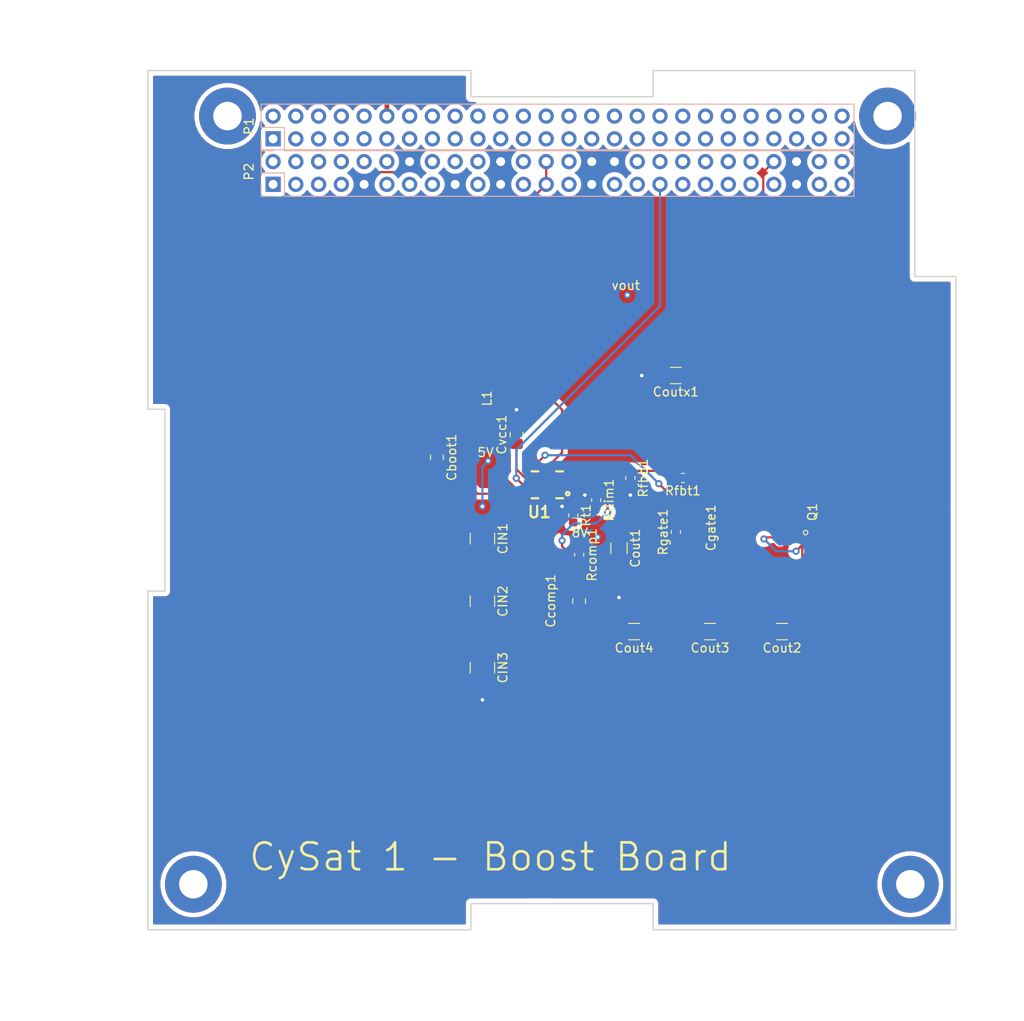
<source format=kicad_pcb>
(kicad_pcb (version 20171130) (host pcbnew "(5.1.4)-1")

  (general
    (thickness 1.6)
    (drawings 24)
    (tracks 167)
    (zones 0)
    (modules 27)
    (nets 107)
  )

  (page A4)
  (layers
    (0 F.Cu signal)
    (31 B.Cu signal)
    (32 B.Adhes user)
    (33 F.Adhes user)
    (34 B.Paste user)
    (35 F.Paste user)
    (36 B.SilkS user)
    (37 F.SilkS user)
    (38 B.Mask user)
    (39 F.Mask user)
    (40 Dwgs.User user)
    (41 Cmts.User user)
    (42 Eco1.User user)
    (43 Eco2.User user)
    (44 Edge.Cuts user)
    (45 Margin user)
    (46 B.CrtYd user)
    (47 F.CrtYd user)
    (48 B.Fab user)
    (49 F.Fab user)
  )

  (setup
    (last_trace_width 0.25)
    (user_trace_width 0.5)
    (trace_clearance 0.2)
    (zone_clearance 0.508)
    (zone_45_only no)
    (trace_min 0.127)
    (via_size 0.8)
    (via_drill 0.4)
    (via_min_size 0.4)
    (via_min_drill 0.3)
    (user_via 1.6 0.8)
    (uvia_size 0.3)
    (uvia_drill 0.1)
    (uvias_allowed no)
    (uvia_min_size 0.2)
    (uvia_min_drill 0.1)
    (edge_width 0.05)
    (segment_width 0.2)
    (pcb_text_width 0.3)
    (pcb_text_size 1.5 1.5)
    (mod_edge_width 0.12)
    (mod_text_size 1 1)
    (mod_text_width 0.15)
    (pad_size 0.356 1.016)
    (pad_drill 0)
    (pad_to_mask_clearance 0.051)
    (solder_mask_min_width 0.25)
    (aux_axis_origin 0 0)
    (visible_elements 7FFFFFFF)
    (pcbplotparams
      (layerselection 0x010fc_ffffffff)
      (usegerberextensions false)
      (usegerberattributes false)
      (usegerberadvancedattributes false)
      (creategerberjobfile false)
      (excludeedgelayer true)
      (linewidth 0.100000)
      (plotframeref false)
      (viasonmask false)
      (mode 1)
      (useauxorigin false)
      (hpglpennumber 1)
      (hpglpenspeed 20)
      (hpglpendiameter 15.000000)
      (psnegative false)
      (psa4output false)
      (plotreference true)
      (plotvalue true)
      (plotinvisibletext false)
      (padsonsilk false)
      (subtractmaskfromsilk false)
      (outputformat 1)
      (mirror false)
      (drillshape 0)
      (scaleselection 1)
      (outputdirectory "plotter/"))
  )

  (net 0 "")
  (net 1 "Net-(Cboot1-Pad1)")
  (net 2 "Net-(Cboot1-Pad2)")
  (net 3 "Net-(Ccomp1-Pad1)")
  (net 4 GND)
  (net 5 "Net-(Cgate1-Pad2)")
  (net 6 +5V)
  (net 7 "Net-(CIN1-Pad2)")
  (net 8 "Net-(CIN2-Pad2)")
  (net 9 "Net-(Cout2-Pad2)")
  (net 10 "Net-(Cout3-Pad2)")
  (net 11 "Net-(Cvcc1-Pad1)")
  (net 12 "Net-(Rcomp1-Pad1)")
  (net 13 "Net-(Rfbb1-Pad1)")
  (net 14 "Net-(Rilim1-Pad1)")
  (net 15 "Net-(Rt1-Pad1)")
  (net 16 /SGPIO6)
  (net 17 "Net-(P1-Pad51)")
  (net 18 /SGPIO5)
  (net 19 "Net-(P1-Pad49)")
  (net 20 /NBUFEN_SEC)
  (net 21 /NBUFEN_PRI)
  (net 22 "Net-(P1-Pad46)")
  (net 23 "Net-(P1-Pad45)")
  (net 24 "Net-(P1-Pad44)")
  (net 25 /SYS_SCL)
  (net 26 "Net-(P1-Pad42)")
  (net 27 /SYS_SDA)
  (net 28 /SGPIO14)
  (net 29 /SGPIO13)
  (net 30 /SGPIO12)
  (net 31 /SGPIO11)
  (net 32 /SGPIO10)
  (net 33 /SGPIO9)
  (net 34 /SGPIO8)
  (net 35 /SGPIO7)
  (net 36 "Net-(P1-Pad32)")
  (net 37 "Net-(P1-Pad31)")
  (net 38 "Net-(P1-Pad30)")
  (net 39 /SYS_RESET)
  (net 40 "Net-(P1-Pad28)")
  (net 41 "Net-(P1-Pad27)")
  (net 42 "Net-(P1-Pad26)")
  (net 43 "Net-(P1-Pad25)")
  (net 44 /SYS_SPI_NSS)
  (net 45 /SYS_SPI_MOSI)
  (net 46 /SYS_SPI_MISO)
  (net 47 /SYS_SPI_SCK)
  (net 48 /I2C2_SCL)
  (net 49 /12C2_SDA)
  (net 50 /RADIO_TX)
  (net 51 /RADIO_RX)
  (net 52 /GPIO13)
  (net 53 /GPIO12)
  (net 54 /GPIO11)
  (net 55 /GPIO10)
  (net 56 /GPIO8)
  (net 57 /GPIO7)
  (net 58 /GPIO6)
  (net 59 /GPIO5)
  (net 60 /GPIO4)
  (net 61 /RADIO_RR)
  (net 62 /RADIO_TR)
  (net 63 /GPIO3)
  (net 64 /GPIO2)
  (net 65 /GPIO1)
  (net 66 /GPIO0)
  (net 67 /SPI2_MOSI)
  (net 68 /SPI2_MISO)
  (net 69 /SPI2_SCK)
  (net 70 /SPI2_NSS)
  (net 71 "Net-(P2-Pad45)")
  (net 72 "Net-(P2-Pad44)")
  (net 73 "Net-(P2-Pad43)")
  (net 74 "Net-(P2-Pad42)")
  (net 75 "Net-(P2-Pad41)")
  (net 76 "Net-(P2-Pad40)")
  (net 77 "Net-(P2-Pad39)")
  (net 78 "Net-(P2-Pad38)")
  (net 79 "Net-(P2-Pad37)")
  (net 80 "Net-(P2-Pad36)")
  (net 81 "Net-(P2-Pad34)")
  (net 82 "Net-(P2-Pad33)")
  (net 83 "Net-(P2-Pad31)")
  (net 84 +3V3)
  (net 85 "Net-(P2-Pad24)")
  (net 86 "Net-(P2-Pad23)")
  (net 87 "Net-(P2-Pad20)")
  (net 88 "Net-(P2-Pad19)")
  (net 89 "Net-(P2-Pad18)")
  (net 90 "Net-(P2-Pad16)")
  (net 91 "Net-(P2-Pad15)")
  (net 92 "Net-(P2-Pad13)")
  (net 93 "Net-(P2-Pad12)")
  (net 94 "Net-(P2-Pad11)")
  (net 95 "Net-(P2-Pad10)")
  (net 96 "Net-(P2-Pad8)")
  (net 97 /SGPIO4)
  (net 98 /I2C3_SCL)
  (net 99 /I2C3_SDA)
  (net 100 /SGPIO3)
  (net 101 /SGPIO2)
  (net 102 /SGPIO1)
  (net 103 /SGPIO0)
  (net 104 /+8V)
  (net 105 /vout)
  (net 106 /Boost_EN)

  (net_class Default "This is the default net class."
    (clearance 0.2)
    (trace_width 0.25)
    (via_dia 0.8)
    (via_drill 0.4)
    (uvia_dia 0.3)
    (uvia_drill 0.1)
    (add_net +3V3)
    (add_net +5V)
    (add_net /+8V)
    (add_net /12C2_SDA)
    (add_net /Boost_EN)
    (add_net /GPIO0)
    (add_net /GPIO1)
    (add_net /GPIO10)
    (add_net /GPIO11)
    (add_net /GPIO12)
    (add_net /GPIO13)
    (add_net /GPIO2)
    (add_net /GPIO3)
    (add_net /GPIO4)
    (add_net /GPIO5)
    (add_net /GPIO6)
    (add_net /GPIO7)
    (add_net /GPIO8)
    (add_net /I2C2_SCL)
    (add_net /I2C3_SCL)
    (add_net /I2C3_SDA)
    (add_net /NBUFEN_PRI)
    (add_net /NBUFEN_SEC)
    (add_net /RADIO_RR)
    (add_net /RADIO_RX)
    (add_net /RADIO_TR)
    (add_net /RADIO_TX)
    (add_net /SGPIO0)
    (add_net /SGPIO1)
    (add_net /SGPIO10)
    (add_net /SGPIO11)
    (add_net /SGPIO12)
    (add_net /SGPIO13)
    (add_net /SGPIO14)
    (add_net /SGPIO2)
    (add_net /SGPIO3)
    (add_net /SGPIO4)
    (add_net /SGPIO5)
    (add_net /SGPIO6)
    (add_net /SGPIO7)
    (add_net /SGPIO8)
    (add_net /SGPIO9)
    (add_net /SPI2_MISO)
    (add_net /SPI2_MOSI)
    (add_net /SPI2_NSS)
    (add_net /SPI2_SCK)
    (add_net /SYS_RESET)
    (add_net /SYS_SCL)
    (add_net /SYS_SDA)
    (add_net /SYS_SPI_MISO)
    (add_net /SYS_SPI_MOSI)
    (add_net /SYS_SPI_NSS)
    (add_net /SYS_SPI_SCK)
    (add_net /vout)
    (add_net GND)
    (add_net "Net-(CIN1-Pad2)")
    (add_net "Net-(CIN2-Pad2)")
    (add_net "Net-(Cboot1-Pad1)")
    (add_net "Net-(Cboot1-Pad2)")
    (add_net "Net-(Ccomp1-Pad1)")
    (add_net "Net-(Cgate1-Pad2)")
    (add_net "Net-(Cout2-Pad2)")
    (add_net "Net-(Cout3-Pad2)")
    (add_net "Net-(Cvcc1-Pad1)")
    (add_net "Net-(P1-Pad25)")
    (add_net "Net-(P1-Pad26)")
    (add_net "Net-(P1-Pad27)")
    (add_net "Net-(P1-Pad28)")
    (add_net "Net-(P1-Pad30)")
    (add_net "Net-(P1-Pad31)")
    (add_net "Net-(P1-Pad32)")
    (add_net "Net-(P1-Pad42)")
    (add_net "Net-(P1-Pad44)")
    (add_net "Net-(P1-Pad45)")
    (add_net "Net-(P1-Pad46)")
    (add_net "Net-(P1-Pad49)")
    (add_net "Net-(P1-Pad51)")
    (add_net "Net-(P2-Pad10)")
    (add_net "Net-(P2-Pad11)")
    (add_net "Net-(P2-Pad12)")
    (add_net "Net-(P2-Pad13)")
    (add_net "Net-(P2-Pad15)")
    (add_net "Net-(P2-Pad16)")
    (add_net "Net-(P2-Pad18)")
    (add_net "Net-(P2-Pad19)")
    (add_net "Net-(P2-Pad20)")
    (add_net "Net-(P2-Pad23)")
    (add_net "Net-(P2-Pad24)")
    (add_net "Net-(P2-Pad31)")
    (add_net "Net-(P2-Pad33)")
    (add_net "Net-(P2-Pad34)")
    (add_net "Net-(P2-Pad36)")
    (add_net "Net-(P2-Pad37)")
    (add_net "Net-(P2-Pad38)")
    (add_net "Net-(P2-Pad39)")
    (add_net "Net-(P2-Pad40)")
    (add_net "Net-(P2-Pad41)")
    (add_net "Net-(P2-Pad42)")
    (add_net "Net-(P2-Pad43)")
    (add_net "Net-(P2-Pad44)")
    (add_net "Net-(P2-Pad45)")
    (add_net "Net-(P2-Pad8)")
    (add_net "Net-(Rcomp1-Pad1)")
    (add_net "Net-(Rfbb1-Pad1)")
    (add_net "Net-(Rilim1-Pad1)")
    (add_net "Net-(Rt1-Pad1)")
  )

  (module Resistor_SMD:R_0603_1608Metric (layer F.Cu) (tedit 5B301BBD) (tstamp 5DCDBC7C)
    (at 143.4846 99.4156 270)
    (descr "Resistor SMD 0603 (1608 Metric), square (rectangular) end terminal, IPC_7351 nominal, (Body size source: http://www.tortai-tech.com/upload/download/2011102023233369053.pdf), generated with kicad-footprint-generator")
    (tags resistor)
    (path /5DB22AEE)
    (attr smd)
    (fp_text reference Rt1 (at 0 -1.43 90) (layer F.SilkS)
      (effects (font (size 1 1) (thickness 0.15)))
    )
    (fp_text value 140k (at 0 1.43 90) (layer F.Fab)
      (effects (font (size 1 1) (thickness 0.15)))
    )
    (fp_text user %R (at 0 0 90) (layer F.Fab)
      (effects (font (size 0.4 0.4) (thickness 0.06)))
    )
    (fp_line (start 1.48 0.73) (end -1.48 0.73) (layer F.CrtYd) (width 0.05))
    (fp_line (start 1.48 -0.73) (end 1.48 0.73) (layer F.CrtYd) (width 0.05))
    (fp_line (start -1.48 -0.73) (end 1.48 -0.73) (layer F.CrtYd) (width 0.05))
    (fp_line (start -1.48 0.73) (end -1.48 -0.73) (layer F.CrtYd) (width 0.05))
    (fp_line (start -0.162779 0.51) (end 0.162779 0.51) (layer F.SilkS) (width 0.12))
    (fp_line (start -0.162779 -0.51) (end 0.162779 -0.51) (layer F.SilkS) (width 0.12))
    (fp_line (start 0.8 0.4) (end -0.8 0.4) (layer F.Fab) (width 0.1))
    (fp_line (start 0.8 -0.4) (end 0.8 0.4) (layer F.Fab) (width 0.1))
    (fp_line (start -0.8 -0.4) (end 0.8 -0.4) (layer F.Fab) (width 0.1))
    (fp_line (start -0.8 0.4) (end -0.8 -0.4) (layer F.Fab) (width 0.1))
    (pad 2 smd roundrect (at 0.7875 0 270) (size 0.875 0.95) (layers F.Cu F.Paste F.Mask) (roundrect_rratio 0.25)
      (net 4 GND))
    (pad 1 smd roundrect (at -0.7875 0 270) (size 0.875 0.95) (layers F.Cu F.Paste F.Mask) (roundrect_rratio 0.25)
      (net 15 "Net-(Rt1-Pad1)"))
    (model ${KISYS3DMOD}/Resistor_SMD.3dshapes/R_0603_1608Metric.wrl
      (at (xyz 0 0 0))
      (scale (xyz 1 1 1))
      (rotate (xyz 0 0 0))
    )
  )

  (module Resistor_SMD:R_0603_1608Metric (layer F.Cu) (tedit 5B301BBD) (tstamp 5DD52543)
    (at 146.05 97.7138 270)
    (descr "Resistor SMD 0603 (1608 Metric), square (rectangular) end terminal, IPC_7351 nominal, (Body size source: http://www.tortai-tech.com/upload/download/2011102023233369053.pdf), generated with kicad-footprint-generator")
    (tags resistor)
    (path /5DB23914)
    (attr smd)
    (fp_text reference Rilim1 (at 0 -1.43 90) (layer F.SilkS)
      (effects (font (size 1 1) (thickness 0.15)))
    )
    (fp_text value 86.6k (at 0 1.43 90) (layer F.Fab)
      (effects (font (size 1 1) (thickness 0.15)))
    )
    (fp_text user %R (at 0 0 90) (layer F.Fab)
      (effects (font (size 0.4 0.4) (thickness 0.06)))
    )
    (fp_line (start 1.48 0.73) (end -1.48 0.73) (layer F.CrtYd) (width 0.05))
    (fp_line (start 1.48 -0.73) (end 1.48 0.73) (layer F.CrtYd) (width 0.05))
    (fp_line (start -1.48 -0.73) (end 1.48 -0.73) (layer F.CrtYd) (width 0.05))
    (fp_line (start -1.48 0.73) (end -1.48 -0.73) (layer F.CrtYd) (width 0.05))
    (fp_line (start -0.162779 0.51) (end 0.162779 0.51) (layer F.SilkS) (width 0.12))
    (fp_line (start -0.162779 -0.51) (end 0.162779 -0.51) (layer F.SilkS) (width 0.12))
    (fp_line (start 0.8 0.4) (end -0.8 0.4) (layer F.Fab) (width 0.1))
    (fp_line (start 0.8 -0.4) (end 0.8 0.4) (layer F.Fab) (width 0.1))
    (fp_line (start -0.8 -0.4) (end 0.8 -0.4) (layer F.Fab) (width 0.1))
    (fp_line (start -0.8 0.4) (end -0.8 -0.4) (layer F.Fab) (width 0.1))
    (pad 2 smd roundrect (at 0.7875 0 270) (size 0.875 0.95) (layers F.Cu F.Paste F.Mask) (roundrect_rratio 0.25)
      (net 4 GND))
    (pad 1 smd roundrect (at -0.7875 0 270) (size 0.875 0.95) (layers F.Cu F.Paste F.Mask) (roundrect_rratio 0.25)
      (net 14 "Net-(Rilim1-Pad1)"))
    (model ${KISYS3DMOD}/Resistor_SMD.3dshapes/R_0603_1608Metric.wrl
      (at (xyz 0 0 0))
      (scale (xyz 1 1 1))
      (rotate (xyz 0 0 0))
    )
  )

  (module Resistor_SMD:R_0603_1608Metric (layer F.Cu) (tedit 5B301BBD) (tstamp 5DD4B36F)
    (at 154.94 101.285 90)
    (descr "Resistor SMD 0603 (1608 Metric), square (rectangular) end terminal, IPC_7351 nominal, (Body size source: http://www.tortai-tech.com/upload/download/2011102023233369053.pdf), generated with kicad-footprint-generator")
    (tags resistor)
    (path /5DB28F33)
    (attr smd)
    (fp_text reference Rgate1 (at 0 -1.43 90) (layer F.SilkS)
      (effects (font (size 1 1) (thickness 0.15)))
    )
    (fp_text value 162k (at 0 1.43 90) (layer F.Fab)
      (effects (font (size 1 1) (thickness 0.15)))
    )
    (fp_text user %R (at 0 0 90) (layer F.Fab)
      (effects (font (size 0.4 0.4) (thickness 0.06)))
    )
    (fp_line (start 1.48 0.73) (end -1.48 0.73) (layer F.CrtYd) (width 0.05))
    (fp_line (start 1.48 -0.73) (end 1.48 0.73) (layer F.CrtYd) (width 0.05))
    (fp_line (start -1.48 -0.73) (end 1.48 -0.73) (layer F.CrtYd) (width 0.05))
    (fp_line (start -1.48 0.73) (end -1.48 -0.73) (layer F.CrtYd) (width 0.05))
    (fp_line (start -0.162779 0.51) (end 0.162779 0.51) (layer F.SilkS) (width 0.12))
    (fp_line (start -0.162779 -0.51) (end 0.162779 -0.51) (layer F.SilkS) (width 0.12))
    (fp_line (start 0.8 0.4) (end -0.8 0.4) (layer F.Fab) (width 0.1))
    (fp_line (start 0.8 -0.4) (end 0.8 0.4) (layer F.Fab) (width 0.1))
    (fp_line (start -0.8 -0.4) (end 0.8 -0.4) (layer F.Fab) (width 0.1))
    (fp_line (start -0.8 0.4) (end -0.8 -0.4) (layer F.Fab) (width 0.1))
    (pad 2 smd roundrect (at 0.7875 0 90) (size 0.875 0.95) (layers F.Cu F.Paste F.Mask) (roundrect_rratio 0.25)
      (net 5 "Net-(Cgate1-Pad2)"))
    (pad 1 smd roundrect (at -0.7875 0 90) (size 0.875 0.95) (layers F.Cu F.Paste F.Mask) (roundrect_rratio 0.25)
      (net 104 /+8V))
    (model ${KISYS3DMOD}/Resistor_SMD.3dshapes/R_0603_1608Metric.wrl
      (at (xyz 0 0 0))
      (scale (xyz 1 1 1))
      (rotate (xyz 0 0 0))
    )
  )

  (module Resistor_SMD:R_0603_1608Metric (layer F.Cu) (tedit 5B301BBD) (tstamp 5DD50ACE)
    (at 155.725 95.25 180)
    (descr "Resistor SMD 0603 (1608 Metric), square (rectangular) end terminal, IPC_7351 nominal, (Body size source: http://www.tortai-tech.com/upload/download/2011102023233369053.pdf), generated with kicad-footprint-generator")
    (tags resistor)
    (path /5DB2A227)
    (attr smd)
    (fp_text reference Rfbt1 (at 0 -1.43) (layer F.SilkS)
      (effects (font (size 1 1) (thickness 0.15)))
    )
    (fp_text value 453k (at 0 1.43) (layer F.Fab)
      (effects (font (size 1 1) (thickness 0.15)))
    )
    (fp_text user %R (at 0 0) (layer F.Fab)
      (effects (font (size 0.4 0.4) (thickness 0.06)))
    )
    (fp_line (start 1.48 0.73) (end -1.48 0.73) (layer F.CrtYd) (width 0.05))
    (fp_line (start 1.48 -0.73) (end 1.48 0.73) (layer F.CrtYd) (width 0.05))
    (fp_line (start -1.48 -0.73) (end 1.48 -0.73) (layer F.CrtYd) (width 0.05))
    (fp_line (start -1.48 0.73) (end -1.48 -0.73) (layer F.CrtYd) (width 0.05))
    (fp_line (start -0.162779 0.51) (end 0.162779 0.51) (layer F.SilkS) (width 0.12))
    (fp_line (start -0.162779 -0.51) (end 0.162779 -0.51) (layer F.SilkS) (width 0.12))
    (fp_line (start 0.8 0.4) (end -0.8 0.4) (layer F.Fab) (width 0.1))
    (fp_line (start 0.8 -0.4) (end 0.8 0.4) (layer F.Fab) (width 0.1))
    (fp_line (start -0.8 -0.4) (end 0.8 -0.4) (layer F.Fab) (width 0.1))
    (fp_line (start -0.8 0.4) (end -0.8 -0.4) (layer F.Fab) (width 0.1))
    (pad 2 smd roundrect (at 0.7875 0 180) (size 0.875 0.95) (layers F.Cu F.Paste F.Mask) (roundrect_rratio 0.25)
      (net 13 "Net-(Rfbb1-Pad1)"))
    (pad 1 smd roundrect (at -0.7875 0 180) (size 0.875 0.95) (layers F.Cu F.Paste F.Mask) (roundrect_rratio 0.25)
      (net 105 /vout))
    (model ${KISYS3DMOD}/Resistor_SMD.3dshapes/R_0603_1608Metric.wrl
      (at (xyz 0 0 0))
      (scale (xyz 1 1 1))
      (rotate (xyz 0 0 0))
    )
  )

  (module Resistor_SMD:R_0603_1608Metric (layer F.Cu) (tedit 5B301BBD) (tstamp 5DCDBC38)
    (at 149.86 95.25 270)
    (descr "Resistor SMD 0603 (1608 Metric), square (rectangular) end terminal, IPC_7351 nominal, (Body size source: http://www.tortai-tech.com/upload/download/2011102023233369053.pdf), generated with kicad-footprint-generator")
    (tags resistor)
    (path /5DB2B4C6)
    (attr smd)
    (fp_text reference Rfbb1 (at 0 -1.43 90) (layer F.SilkS)
      (effects (font (size 1 1) (thickness 0.15)))
    )
    (fp_text value 86.6k (at 0 1.43 90) (layer F.Fab)
      (effects (font (size 1 1) (thickness 0.15)))
    )
    (fp_text user %R (at 0 0 90) (layer F.Fab)
      (effects (font (size 0.4 0.4) (thickness 0.06)))
    )
    (fp_line (start 1.48 0.73) (end -1.48 0.73) (layer F.CrtYd) (width 0.05))
    (fp_line (start 1.48 -0.73) (end 1.48 0.73) (layer F.CrtYd) (width 0.05))
    (fp_line (start -1.48 -0.73) (end 1.48 -0.73) (layer F.CrtYd) (width 0.05))
    (fp_line (start -1.48 0.73) (end -1.48 -0.73) (layer F.CrtYd) (width 0.05))
    (fp_line (start -0.162779 0.51) (end 0.162779 0.51) (layer F.SilkS) (width 0.12))
    (fp_line (start -0.162779 -0.51) (end 0.162779 -0.51) (layer F.SilkS) (width 0.12))
    (fp_line (start 0.8 0.4) (end -0.8 0.4) (layer F.Fab) (width 0.1))
    (fp_line (start 0.8 -0.4) (end 0.8 0.4) (layer F.Fab) (width 0.1))
    (fp_line (start -0.8 -0.4) (end 0.8 -0.4) (layer F.Fab) (width 0.1))
    (fp_line (start -0.8 0.4) (end -0.8 -0.4) (layer F.Fab) (width 0.1))
    (pad 2 smd roundrect (at 0.7875 0 270) (size 0.875 0.95) (layers F.Cu F.Paste F.Mask) (roundrect_rratio 0.25)
      (net 4 GND))
    (pad 1 smd roundrect (at -0.7875 0 270) (size 0.875 0.95) (layers F.Cu F.Paste F.Mask) (roundrect_rratio 0.25)
      (net 13 "Net-(Rfbb1-Pad1)"))
    (model ${KISYS3DMOD}/Resistor_SMD.3dshapes/R_0603_1608Metric.wrl
      (at (xyz 0 0 0))
      (scale (xyz 1 1 1))
      (rotate (xyz 0 0 0))
    )
  )

  (module Resistor_SMD:R_0603_1608Metric (layer F.Cu) (tedit 5B301BBD) (tstamp 5DCDBC27)
    (at 144.145 103.82 270)
    (descr "Resistor SMD 0603 (1608 Metric), square (rectangular) end terminal, IPC_7351 nominal, (Body size source: http://www.tortai-tech.com/upload/download/2011102023233369053.pdf), generated with kicad-footprint-generator")
    (tags resistor)
    (path /5DB242A7)
    (attr smd)
    (fp_text reference Rcomp1 (at 0 -1.43 90) (layer F.SilkS)
      (effects (font (size 1 1) (thickness 0.15)))
    )
    (fp_text value 12.1k (at 0 1.43 90) (layer F.Fab)
      (effects (font (size 1 1) (thickness 0.15)))
    )
    (fp_text user %R (at 0 0 90) (layer F.Fab)
      (effects (font (size 0.4 0.4) (thickness 0.06)))
    )
    (fp_line (start 1.48 0.73) (end -1.48 0.73) (layer F.CrtYd) (width 0.05))
    (fp_line (start 1.48 -0.73) (end 1.48 0.73) (layer F.CrtYd) (width 0.05))
    (fp_line (start -1.48 -0.73) (end 1.48 -0.73) (layer F.CrtYd) (width 0.05))
    (fp_line (start -1.48 0.73) (end -1.48 -0.73) (layer F.CrtYd) (width 0.05))
    (fp_line (start -0.162779 0.51) (end 0.162779 0.51) (layer F.SilkS) (width 0.12))
    (fp_line (start -0.162779 -0.51) (end 0.162779 -0.51) (layer F.SilkS) (width 0.12))
    (fp_line (start 0.8 0.4) (end -0.8 0.4) (layer F.Fab) (width 0.1))
    (fp_line (start 0.8 -0.4) (end 0.8 0.4) (layer F.Fab) (width 0.1))
    (fp_line (start -0.8 -0.4) (end 0.8 -0.4) (layer F.Fab) (width 0.1))
    (fp_line (start -0.8 0.4) (end -0.8 -0.4) (layer F.Fab) (width 0.1))
    (pad 2 smd roundrect (at 0.7875 0 270) (size 0.875 0.95) (layers F.Cu F.Paste F.Mask) (roundrect_rratio 0.25)
      (net 3 "Net-(Ccomp1-Pad1)"))
    (pad 1 smd roundrect (at -0.7875 0 270) (size 0.875 0.95) (layers F.Cu F.Paste F.Mask) (roundrect_rratio 0.25)
      (net 12 "Net-(Rcomp1-Pad1)"))
    (model ${KISYS3DMOD}/Resistor_SMD.3dshapes/R_0603_1608Metric.wrl
      (at (xyz 0 0 0))
      (scale (xyz 1 1 1))
      (rotate (xyz 0 0 0))
    )
  )

  (module motherboard:Si6423DQ (layer F.Cu) (tedit 5E546B18) (tstamp 5DCDBC16)
    (at 167.64 99.06 180)
    (path /5DBACDC6)
    (fp_text reference Q1 (at -2.54 0 90) (layer F.SilkS)
      (effects (font (size 1 1) (thickness 0.15)))
    )
    (fp_text value Q_PMOS_DGS (at 2.54 0 90) (layer F.Fab)
      (effects (font (size 1 1) (thickness 0.15)))
    )
    (fp_line (start -1.778 3.556) (end -1.778 -3.556) (layer F.CrtYd) (width 0.12))
    (fp_line (start 1.651 3.556) (end -1.778 3.556) (layer F.CrtYd) (width 0.12))
    (fp_line (start 1.651 -3.556) (end 1.651 3.556) (layer F.CrtYd) (width 0.12))
    (fp_line (start -1.778 -3.556) (end 1.651 -3.556) (layer F.CrtYd) (width 0.12))
    (fp_circle (center -1.778 -2.286) (end -1.528 -2.286) (layer F.SilkS) (width 0.12))
    (pad 2 smd rect (at 0.9905 2.8195 180) (size 0.356 1.016) (layers F.Cu F.Paste F.Mask)
      (net 5 "Net-(Cgate1-Pad2)"))
    (pad 3 smd rect (at 0.3295 2.8195 180) (size 0.356 1.016) (layers F.Cu F.Paste F.Mask)
      (net 104 /+8V))
    (pad 3 smd rect (at -0.3305 2.8195 180) (size 0.356 1.016) (layers F.Cu F.Paste F.Mask)
      (net 104 /+8V))
    (pad 1 smd rect (at -0.9905 2.8195 180) (size 0.356 1.016) (layers F.Cu F.Paste F.Mask)
      (net 105 /vout))
    (pad 1 smd rect (at 0.9905 -2.8195 180) (size 0.356 1.016) (layers F.Cu F.Paste F.Mask)
      (net 105 /vout))
    (pad 3 smd rect (at 0.3295 -2.8195 180) (size 0.356 1.016) (layers F.Cu F.Paste F.Mask)
      (net 104 /+8V))
    (pad 3 smd rect (at -0.3305 -2.8195 180) (size 0.356 1.016) (layers F.Cu F.Paste F.Mask)
      (net 104 /+8V))
    (pad 1 smd rect (at -0.9905 -2.8195 180) (size 0.356 1.016) (layers F.Cu F.Paste F.Mask)
      (net 105 /vout))
  )

  (module motherboard:CSK_Header (layer F.Cu) (tedit 58CD544A) (tstamp 5DD45F8D)
    (at 109.6264 59.80176 90)
    (descr "Through hole straight socket strip, 2x26, 2.54mm pitch, double rows")
    (tags "Through hole socket strip THT 2x26 2.54mm double row")
    (path /5DBC06FD)
    (fp_text reference P2 (at -1.27 -2.33 90) (layer F.SilkS)
      (effects (font (size 1 1) (thickness 0.15)))
    )
    (fp_text value CONN_02X26 (at -1.27 65.83 90) (layer F.Fab)
      (effects (font (size 1 1) (thickness 0.15)))
    )
    (fp_text user %R (at -1.27 -2.33 90) (layer F.Fab)
      (effects (font (size 1 1) (thickness 0.15)))
    )
    (fp_line (start -4.483175 -1.437319) (end 1.666825 -1.437319) (layer B.CrtYd) (width 0.05))
    (fp_line (start -4.483175 65.662681) (end -4.483175 -1.437319) (layer B.CrtYd) (width 0.05))
    (fp_line (start 1.666825 65.662681) (end -4.483175 65.662681) (layer B.CrtYd) (width 0.05))
    (fp_line (start 1.666825 -1.437319) (end 1.666825 65.662681) (layer B.CrtYd) (width 0.05))
    (fp_line (start -4.013175 -0.967319) (end -2.743175 -0.967319) (layer B.SilkS) (width 0.12))
    (fp_line (start -4.013175 0.362681) (end -4.013175 -0.967319) (layer B.SilkS) (width 0.12))
    (fp_line (start -1.413175 1.632681) (end -4.013175 1.632681) (layer B.SilkS) (width 0.12))
    (fp_line (start -1.413175 -0.967319) (end -1.413175 1.632681) (layer B.SilkS) (width 0.12))
    (fp_line (start 1.186825 -0.967319) (end -1.413175 -0.967319) (layer B.SilkS) (width 0.12))
    (fp_line (start 1.186825 65.192681) (end 1.186825 -0.967319) (layer B.SilkS) (width 0.12))
    (fp_line (start -4.013175 65.192681) (end 1.186825 65.192681) (layer B.SilkS) (width 0.12))
    (fp_line (start -4.013175 1.632681) (end -4.013175 65.192681) (layer B.SilkS) (width 0.12))
    (fp_line (start -3.953175 -0.907319) (end 1.126825 -0.907319) (layer B.Fab) (width 0.1))
    (fp_line (start -3.953175 65.132681) (end -3.953175 -0.907319) (layer B.Fab) (width 0.1))
    (fp_line (start 1.126825 65.132681) (end -3.953175 65.132681) (layer B.Fab) (width 0.1))
    (fp_line (start 1.126825 -0.907319) (end 1.126825 65.132681) (layer B.Fab) (width 0.1))
    (pad 52 thru_hole oval (at -0.143175 63.862681 270) (size 1.7 1.7) (drill 1) (layers *.Cu *.Mask)
      (net 67 /SPI2_MOSI))
    (pad 51 thru_hole oval (at -2.683175 63.862681 270) (size 1.7 1.7) (drill 1) (layers *.Cu *.Mask)
      (net 68 /SPI2_MISO))
    (pad 50 thru_hole oval (at -0.143175 61.322681 270) (size 1.7 1.7) (drill 1) (layers *.Cu *.Mask)
      (net 69 /SPI2_SCK))
    (pad 49 thru_hole oval (at -2.683175 61.322681 270) (size 1.7 1.7) (drill 1) (layers *.Cu *.Mask)
      (net 70 /SPI2_NSS))
    (pad 48 thru_hole oval (at -0.143175 58.782681 270) (size 1.7 1.7) (drill 1) (layers *.Cu *.Mask)
      (net 4 GND))
    (pad 47 thru_hole oval (at -2.683175 58.782681 270) (size 1.7 1.7) (drill 1) (layers *.Cu *.Mask)
      (net 4 GND))
    (pad 46 thru_hole oval (at -0.143175 56.242681 270) (size 1.7 1.7) (drill 1) (layers *.Cu *.Mask)
      (net 105 /vout))
    (pad 45 thru_hole oval (at -2.683175 56.242681 270) (size 1.7 1.7) (drill 1) (layers *.Cu *.Mask)
      (net 71 "Net-(P2-Pad45)"))
    (pad 44 thru_hole oval (at -0.143175 53.702681 270) (size 1.7 1.7) (drill 1) (layers *.Cu *.Mask)
      (net 72 "Net-(P2-Pad44)"))
    (pad 43 thru_hole oval (at -2.683175 53.702681 270) (size 1.7 1.7) (drill 1) (layers *.Cu *.Mask)
      (net 73 "Net-(P2-Pad43)"))
    (pad 42 thru_hole oval (at -0.143175 51.162681 270) (size 1.7 1.7) (drill 1) (layers *.Cu *.Mask)
      (net 74 "Net-(P2-Pad42)"))
    (pad 41 thru_hole oval (at -2.683175 51.162681 270) (size 1.7 1.7) (drill 1) (layers *.Cu *.Mask)
      (net 75 "Net-(P2-Pad41)"))
    (pad 40 thru_hole oval (at -0.143175 48.622681 270) (size 1.7 1.7) (drill 1) (layers *.Cu *.Mask)
      (net 76 "Net-(P2-Pad40)"))
    (pad 39 thru_hole oval (at -2.683175 48.622681 270) (size 1.7 1.7) (drill 1) (layers *.Cu *.Mask)
      (net 77 "Net-(P2-Pad39)"))
    (pad 38 thru_hole oval (at -0.143175 46.082681 270) (size 1.7 1.7) (drill 1) (layers *.Cu *.Mask)
      (net 78 "Net-(P2-Pad38)"))
    (pad 37 thru_hole oval (at -2.683175 46.082681 270) (size 1.7 1.7) (drill 1) (layers *.Cu *.Mask)
      (net 79 "Net-(P2-Pad37)"))
    (pad 36 thru_hole oval (at -0.143175 43.542681 270) (size 1.7 1.7) (drill 1) (layers *.Cu *.Mask)
      (net 80 "Net-(P2-Pad36)"))
    (pad 35 thru_hole oval (at -2.683175 43.542681 270) (size 1.7 1.7) (drill 1) (layers *.Cu *.Mask)
      (net 106 /Boost_EN))
    (pad 34 thru_hole oval (at -0.143175 41.002681 270) (size 1.7 1.7) (drill 1) (layers *.Cu *.Mask)
      (net 81 "Net-(P2-Pad34)"))
    (pad 33 thru_hole oval (at -2.683175 41.002681 270) (size 1.7 1.7) (drill 1) (layers *.Cu *.Mask)
      (net 82 "Net-(P2-Pad33)"))
    (pad 32 thru_hole oval (at -0.143175 38.462681 270) (size 1.7 1.7) (drill 1) (layers *.Cu *.Mask)
      (net 4 GND))
    (pad 31 thru_hole oval (at -2.683175 38.462681 270) (size 1.7 1.7) (drill 1) (layers *.Cu *.Mask)
      (net 83 "Net-(P2-Pad31)"))
    (pad 30 thru_hole oval (at -0.143175 35.922681 270) (size 1.7 1.7) (drill 1) (layers *.Cu *.Mask)
      (net 4 GND))
    (pad 29 thru_hole oval (at -2.683175 35.922681 270) (size 1.7 1.7) (drill 1) (layers *.Cu *.Mask)
      (net 4 GND))
    (pad 28 thru_hole oval (at -0.143175 33.382681 270) (size 1.7 1.7) (drill 1) (layers *.Cu *.Mask)
      (net 84 +3V3))
    (pad 27 thru_hole oval (at -2.683175 33.382681 270) (size 1.7 1.7) (drill 1) (layers *.Cu *.Mask)
      (net 84 +3V3))
    (pad 26 thru_hole oval (at -0.143175 30.842681 270) (size 1.7 1.7) (drill 1) (layers *.Cu *.Mask)
      (net 6 +5V))
    (pad 25 thru_hole oval (at -2.683175 30.842681 270) (size 1.7 1.7) (drill 1) (layers *.Cu *.Mask)
      (net 6 +5V))
    (pad 24 thru_hole oval (at -0.143175 28.302681 270) (size 1.7 1.7) (drill 1) (layers *.Cu *.Mask)
      (net 85 "Net-(P2-Pad24)"))
    (pad 23 thru_hole oval (at -2.683175 28.302681 270) (size 1.7 1.7) (drill 1) (layers *.Cu *.Mask)
      (net 86 "Net-(P2-Pad23)"))
    (pad 22 thru_hole oval (at -0.143175 25.762681 270) (size 1.7 1.7) (drill 1) (layers *.Cu *.Mask)
      (net 4 GND))
    (pad 21 thru_hole oval (at -2.683175 25.762681 270) (size 1.7 1.7) (drill 1) (layers *.Cu *.Mask)
      (net 4 GND))
    (pad 20 thru_hole oval (at -0.143175 23.222681 270) (size 1.7 1.7) (drill 1) (layers *.Cu *.Mask)
      (net 87 "Net-(P2-Pad20)"))
    (pad 19 thru_hole oval (at -2.683175 23.222681 270) (size 1.7 1.7) (drill 1) (layers *.Cu *.Mask)
      (net 88 "Net-(P2-Pad19)"))
    (pad 18 thru_hole oval (at -0.143175 20.682681 270) (size 1.7 1.7) (drill 1) (layers *.Cu *.Mask)
      (net 89 "Net-(P2-Pad18)"))
    (pad 17 thru_hole oval (at -2.683175 20.682681 270) (size 1.7 1.7) (drill 1) (layers *.Cu *.Mask)
      (net 4 GND))
    (pad 16 thru_hole oval (at -0.143175 18.142681 270) (size 1.7 1.7) (drill 1) (layers *.Cu *.Mask)
      (net 90 "Net-(P2-Pad16)"))
    (pad 15 thru_hole oval (at -2.683175 18.142681 270) (size 1.7 1.7) (drill 1) (layers *.Cu *.Mask)
      (net 91 "Net-(P2-Pad15)"))
    (pad 14 thru_hole oval (at -0.143175 15.602681 270) (size 1.7 1.7) (drill 1) (layers *.Cu *.Mask)
      (net 4 GND))
    (pad 13 thru_hole oval (at -2.683175 15.602681 270) (size 1.7 1.7) (drill 1) (layers *.Cu *.Mask)
      (net 92 "Net-(P2-Pad13)"))
    (pad 12 thru_hole oval (at -0.143175 13.062681 270) (size 1.7 1.7) (drill 1) (layers *.Cu *.Mask)
      (net 93 "Net-(P2-Pad12)"))
    (pad 11 thru_hole oval (at -2.683175 13.062681 270) (size 1.7 1.7) (drill 1) (layers *.Cu *.Mask)
      (net 94 "Net-(P2-Pad11)"))
    (pad 10 thru_hole oval (at -0.143175 10.522681 270) (size 1.7 1.7) (drill 1) (layers *.Cu *.Mask)
      (net 95 "Net-(P2-Pad10)"))
    (pad 9 thru_hole oval (at -2.683175 10.522681 270) (size 1.7 1.7) (drill 1) (layers *.Cu *.Mask)
      (net 4 GND))
    (pad 8 thru_hole oval (at -0.143175 7.982681 270) (size 1.7 1.7) (drill 1) (layers *.Cu *.Mask)
      (net 96 "Net-(P2-Pad8)"))
    (pad 7 thru_hole oval (at -2.683175 7.982681 270) (size 1.7 1.7) (drill 1) (layers *.Cu *.Mask)
      (net 97 /SGPIO4))
    (pad 6 thru_hole oval (at -0.143175 5.442681 270) (size 1.7 1.7) (drill 1) (layers *.Cu *.Mask)
      (net 98 /I2C3_SCL))
    (pad 5 thru_hole oval (at -2.683175 5.442681 270) (size 1.7 1.7) (drill 1) (layers *.Cu *.Mask)
      (net 99 /I2C3_SDA))
    (pad 4 thru_hole oval (at -0.143175 2.902681 270) (size 1.7 1.7) (drill 1) (layers *.Cu *.Mask)
      (net 100 /SGPIO3))
    (pad 3 thru_hole oval (at -2.683175 2.902681 270) (size 1.7 1.7) (drill 1) (layers *.Cu *.Mask)
      (net 101 /SGPIO2))
    (pad 2 thru_hole oval (at -0.143175 0.362681 270) (size 1.7 1.7) (drill 1) (layers *.Cu *.Mask)
      (net 102 /SGPIO1))
    (pad 1 thru_hole rect (at -2.683175 0.362681 270) (size 1.7 1.7) (drill 1) (layers *.Cu *.Mask)
      (net 103 /SGPIO0))
    (model ${KISYS3DMOD}/Socket_Strips.3dshapes/Socket_Strip_Straight_2x26_Pitch2.54mm.wrl
      (offset (xyz -1.269999980926514 -31.74999952316284 0))
      (scale (xyz 1 1 1))
      (rotate (xyz 0 0 270))
    )
  )

  (module motherboard:CSK_Header (layer F.Cu) (tedit 58CD544A) (tstamp 5DD45FD9)
    (at 109.6264 54.72176 90)
    (descr "Through hole straight socket strip, 2x26, 2.54mm pitch, double rows")
    (tags "Through hole socket strip THT 2x26 2.54mm double row")
    (path /5DBC40DD)
    (fp_text reference P1 (at -1.27 -2.33 90) (layer F.SilkS)
      (effects (font (size 1 1) (thickness 0.15)))
    )
    (fp_text value CONN_02X26 (at -1.27 65.83 90) (layer F.Fab)
      (effects (font (size 1 1) (thickness 0.15)))
    )
    (fp_text user %R (at -1.27 -2.33 90) (layer F.Fab)
      (effects (font (size 1 1) (thickness 0.15)))
    )
    (fp_line (start -4.483175 -1.437319) (end 1.666825 -1.437319) (layer B.CrtYd) (width 0.05))
    (fp_line (start -4.483175 65.662681) (end -4.483175 -1.437319) (layer B.CrtYd) (width 0.05))
    (fp_line (start 1.666825 65.662681) (end -4.483175 65.662681) (layer B.CrtYd) (width 0.05))
    (fp_line (start 1.666825 -1.437319) (end 1.666825 65.662681) (layer B.CrtYd) (width 0.05))
    (fp_line (start -4.013175 -0.967319) (end -2.743175 -0.967319) (layer B.SilkS) (width 0.12))
    (fp_line (start -4.013175 0.362681) (end -4.013175 -0.967319) (layer B.SilkS) (width 0.12))
    (fp_line (start -1.413175 1.632681) (end -4.013175 1.632681) (layer B.SilkS) (width 0.12))
    (fp_line (start -1.413175 -0.967319) (end -1.413175 1.632681) (layer B.SilkS) (width 0.12))
    (fp_line (start 1.186825 -0.967319) (end -1.413175 -0.967319) (layer B.SilkS) (width 0.12))
    (fp_line (start 1.186825 65.192681) (end 1.186825 -0.967319) (layer B.SilkS) (width 0.12))
    (fp_line (start -4.013175 65.192681) (end 1.186825 65.192681) (layer B.SilkS) (width 0.12))
    (fp_line (start -4.013175 1.632681) (end -4.013175 65.192681) (layer B.SilkS) (width 0.12))
    (fp_line (start -3.953175 -0.907319) (end 1.126825 -0.907319) (layer B.Fab) (width 0.1))
    (fp_line (start -3.953175 65.132681) (end -3.953175 -0.907319) (layer B.Fab) (width 0.1))
    (fp_line (start 1.126825 65.132681) (end -3.953175 65.132681) (layer B.Fab) (width 0.1))
    (fp_line (start 1.126825 -0.907319) (end 1.126825 65.132681) (layer B.Fab) (width 0.1))
    (pad 52 thru_hole oval (at -0.143175 63.862681 270) (size 1.7 1.7) (drill 1) (layers *.Cu *.Mask)
      (net 16 /SGPIO6))
    (pad 51 thru_hole oval (at -2.683175 63.862681 270) (size 1.7 1.7) (drill 1) (layers *.Cu *.Mask)
      (net 17 "Net-(P1-Pad51)"))
    (pad 50 thru_hole oval (at -0.143175 61.322681 270) (size 1.7 1.7) (drill 1) (layers *.Cu *.Mask)
      (net 18 /SGPIO5))
    (pad 49 thru_hole oval (at -2.683175 61.322681 270) (size 1.7 1.7) (drill 1) (layers *.Cu *.Mask)
      (net 19 "Net-(P1-Pad49)"))
    (pad 48 thru_hole oval (at -0.143175 58.782681 270) (size 1.7 1.7) (drill 1) (layers *.Cu *.Mask)
      (net 20 /NBUFEN_SEC))
    (pad 47 thru_hole oval (at -2.683175 58.782681 270) (size 1.7 1.7) (drill 1) (layers *.Cu *.Mask)
      (net 21 /NBUFEN_PRI))
    (pad 46 thru_hole oval (at -0.143175 56.242681 270) (size 1.7 1.7) (drill 1) (layers *.Cu *.Mask)
      (net 22 "Net-(P1-Pad46)"))
    (pad 45 thru_hole oval (at -2.683175 56.242681 270) (size 1.7 1.7) (drill 1) (layers *.Cu *.Mask)
      (net 23 "Net-(P1-Pad45)"))
    (pad 44 thru_hole oval (at -0.143175 53.702681 270) (size 1.7 1.7) (drill 1) (layers *.Cu *.Mask)
      (net 24 "Net-(P1-Pad44)"))
    (pad 43 thru_hole oval (at -2.683175 53.702681 270) (size 1.7 1.7) (drill 1) (layers *.Cu *.Mask)
      (net 25 /SYS_SCL))
    (pad 42 thru_hole oval (at -0.143175 51.162681 270) (size 1.7 1.7) (drill 1) (layers *.Cu *.Mask)
      (net 26 "Net-(P1-Pad42)"))
    (pad 41 thru_hole oval (at -2.683175 51.162681 270) (size 1.7 1.7) (drill 1) (layers *.Cu *.Mask)
      (net 27 /SYS_SDA))
    (pad 40 thru_hole oval (at -0.143175 48.622681 270) (size 1.7 1.7) (drill 1) (layers *.Cu *.Mask)
      (net 28 /SGPIO14))
    (pad 39 thru_hole oval (at -2.683175 48.622681 270) (size 1.7 1.7) (drill 1) (layers *.Cu *.Mask)
      (net 29 /SGPIO13))
    (pad 38 thru_hole oval (at -0.143175 46.082681 270) (size 1.7 1.7) (drill 1) (layers *.Cu *.Mask)
      (net 30 /SGPIO12))
    (pad 37 thru_hole oval (at -2.683175 46.082681 270) (size 1.7 1.7) (drill 1) (layers *.Cu *.Mask)
      (net 31 /SGPIO11))
    (pad 36 thru_hole oval (at -0.143175 43.542681 270) (size 1.7 1.7) (drill 1) (layers *.Cu *.Mask)
      (net 32 /SGPIO10))
    (pad 35 thru_hole oval (at -2.683175 43.542681 270) (size 1.7 1.7) (drill 1) (layers *.Cu *.Mask)
      (net 33 /SGPIO9))
    (pad 34 thru_hole oval (at -0.143175 41.002681 270) (size 1.7 1.7) (drill 1) (layers *.Cu *.Mask)
      (net 34 /SGPIO8))
    (pad 33 thru_hole oval (at -2.683175 41.002681 270) (size 1.7 1.7) (drill 1) (layers *.Cu *.Mask)
      (net 35 /SGPIO7))
    (pad 32 thru_hole oval (at -0.143175 38.462681 270) (size 1.7 1.7) (drill 1) (layers *.Cu *.Mask)
      (net 36 "Net-(P1-Pad32)"))
    (pad 31 thru_hole oval (at -2.683175 38.462681 270) (size 1.7 1.7) (drill 1) (layers *.Cu *.Mask)
      (net 37 "Net-(P1-Pad31)"))
    (pad 30 thru_hole oval (at -0.143175 35.922681 270) (size 1.7 1.7) (drill 1) (layers *.Cu *.Mask)
      (net 38 "Net-(P1-Pad30)"))
    (pad 29 thru_hole oval (at -2.683175 35.922681 270) (size 1.7 1.7) (drill 1) (layers *.Cu *.Mask)
      (net 39 /SYS_RESET))
    (pad 28 thru_hole oval (at -0.143175 33.382681 270) (size 1.7 1.7) (drill 1) (layers *.Cu *.Mask)
      (net 40 "Net-(P1-Pad28)"))
    (pad 27 thru_hole oval (at -2.683175 33.382681 270) (size 1.7 1.7) (drill 1) (layers *.Cu *.Mask)
      (net 41 "Net-(P1-Pad27)"))
    (pad 26 thru_hole oval (at -0.143175 30.842681 270) (size 1.7 1.7) (drill 1) (layers *.Cu *.Mask)
      (net 42 "Net-(P1-Pad26)"))
    (pad 25 thru_hole oval (at -2.683175 30.842681 270) (size 1.7 1.7) (drill 1) (layers *.Cu *.Mask)
      (net 43 "Net-(P1-Pad25)"))
    (pad 24 thru_hole oval (at -0.143175 28.302681 270) (size 1.7 1.7) (drill 1) (layers *.Cu *.Mask)
      (net 44 /SYS_SPI_NSS))
    (pad 23 thru_hole oval (at -2.683175 28.302681 270) (size 1.7 1.7) (drill 1) (layers *.Cu *.Mask)
      (net 45 /SYS_SPI_MOSI))
    (pad 22 thru_hole oval (at -0.143175 25.762681 270) (size 1.7 1.7) (drill 1) (layers *.Cu *.Mask)
      (net 46 /SYS_SPI_MISO))
    (pad 21 thru_hole oval (at -2.683175 25.762681 270) (size 1.7 1.7) (drill 1) (layers *.Cu *.Mask)
      (net 47 /SYS_SPI_SCK))
    (pad 20 thru_hole oval (at -0.143175 23.222681 270) (size 1.7 1.7) (drill 1) (layers *.Cu *.Mask)
      (net 48 /I2C2_SCL))
    (pad 19 thru_hole oval (at -2.683175 23.222681 270) (size 1.7 1.7) (drill 1) (layers *.Cu *.Mask)
      (net 49 /12C2_SDA))
    (pad 18 thru_hole oval (at -0.143175 20.682681 270) (size 1.7 1.7) (drill 1) (layers *.Cu *.Mask)
      (net 50 /RADIO_TX))
    (pad 17 thru_hole oval (at -2.683175 20.682681 270) (size 1.7 1.7) (drill 1) (layers *.Cu *.Mask)
      (net 51 /RADIO_RX))
    (pad 16 thru_hole oval (at -0.143175 18.142681 270) (size 1.7 1.7) (drill 1) (layers *.Cu *.Mask)
      (net 52 /GPIO13))
    (pad 15 thru_hole oval (at -2.683175 18.142681 270) (size 1.7 1.7) (drill 1) (layers *.Cu *.Mask)
      (net 53 /GPIO12))
    (pad 14 thru_hole oval (at -0.143175 15.602681 270) (size 1.7 1.7) (drill 1) (layers *.Cu *.Mask)
      (net 54 /GPIO11))
    (pad 13 thru_hole oval (at -2.683175 15.602681 270) (size 1.7 1.7) (drill 1) (layers *.Cu *.Mask)
      (net 55 /GPIO10))
    (pad 12 thru_hole oval (at -0.143175 13.062681 270) (size 1.7 1.7) (drill 1) (layers *.Cu *.Mask)
      (net 6 +5V))
    (pad 11 thru_hole oval (at -2.683175 13.062681 270) (size 1.7 1.7) (drill 1) (layers *.Cu *.Mask)
      (net 56 /GPIO8))
    (pad 10 thru_hole oval (at -0.143175 10.522681 270) (size 1.7 1.7) (drill 1) (layers *.Cu *.Mask)
      (net 57 /GPIO7))
    (pad 9 thru_hole oval (at -2.683175 10.522681 270) (size 1.7 1.7) (drill 1) (layers *.Cu *.Mask)
      (net 58 /GPIO6))
    (pad 8 thru_hole oval (at -0.143175 7.982681 270) (size 1.7 1.7) (drill 1) (layers *.Cu *.Mask)
      (net 59 /GPIO5))
    (pad 7 thru_hole oval (at -2.683175 7.982681 270) (size 1.7 1.7) (drill 1) (layers *.Cu *.Mask)
      (net 60 /GPIO4))
    (pad 6 thru_hole oval (at -0.143175 5.442681 270) (size 1.7 1.7) (drill 1) (layers *.Cu *.Mask)
      (net 61 /RADIO_RR))
    (pad 5 thru_hole oval (at -2.683175 5.442681 270) (size 1.7 1.7) (drill 1) (layers *.Cu *.Mask)
      (net 62 /RADIO_TR))
    (pad 4 thru_hole oval (at -0.143175 2.902681 270) (size 1.7 1.7) (drill 1) (layers *.Cu *.Mask)
      (net 63 /GPIO3))
    (pad 3 thru_hole oval (at -2.683175 2.902681 270) (size 1.7 1.7) (drill 1) (layers *.Cu *.Mask)
      (net 64 /GPIO2))
    (pad 2 thru_hole oval (at -0.143175 0.362681 270) (size 1.7 1.7) (drill 1) (layers *.Cu *.Mask)
      (net 65 /GPIO1))
    (pad 1 thru_hole rect (at -2.683175 0.362681 270) (size 1.7 1.7) (drill 1) (layers *.Cu *.Mask)
      (net 66 /GPIO0))
    (model ${KISYS3DMOD}/Socket_Strips.3dshapes/Socket_Strip_Straight_2x26_Pitch2.54mm.wrl
      (offset (xyz -1.269999980926514 -31.74999952316284 0))
      (scale (xyz 1 1 1))
      (rotate (xyz 0 0 270))
    )
  )

  (module motherboard:SDR0403 (layer F.Cu) (tedit 5DD4878B) (tstamp 5DCDBB73)
    (at 129.16 86.36 270)
    (path /5DB2501B)
    (fp_text reference L1 (at 0 -4.7 90) (layer F.SilkS)
      (effects (font (size 1 1) (thickness 0.15)))
    )
    (fp_text value 2.7uH (at 0 -0.5 90) (layer F.Fab)
      (effects (font (size 1 1) (thickness 0.15)))
    )
    (fp_circle (center 0 0) (end 3.5 0) (layer F.CrtYd) (width 0.12))
    (fp_circle (center 0 0) (end 2.25 0) (layer Dwgs.User) (width 0.12))
    (pad 2 smd roundrect (at 0 1.65 270) (size 4.5 1.8) (layers F.Cu F.Paste F.Mask) (roundrect_rratio 0.25)
      (net 1 "Net-(Cboot1-Pad1)"))
    (pad 1 smd roundrect (at 0 -1.65 270) (size 4.5 1.8) (layers F.Cu F.Paste F.Mask) (roundrect_rratio 0.25)
      (net 6 +5V))
  )

  (module Capacitor_SMD:C_0805_2012Metric_Pad1.15x1.40mm_HandSolder (layer F.Cu) (tedit 5B36C52B) (tstamp 5DD50F2C)
    (at 137.16 90.415 90)
    (descr "Capacitor SMD 0805 (2012 Metric), square (rectangular) end terminal, IPC_7351 nominal with elongated pad for handsoldering. (Body size source: https://docs.google.com/spreadsheets/d/1BsfQQcO9C6DZCsRaXUlFlo91Tg2WpOkGARC1WS5S8t0/edit?usp=sharing), generated with kicad-footprint-generator")
    (tags "capacitor handsolder")
    (path /5DB63E94)
    (attr smd)
    (fp_text reference Cvcc1 (at 0 -1.65 90) (layer F.SilkS)
      (effects (font (size 1 1) (thickness 0.15)))
    )
    (fp_text value 4.7uf (at 0 1.65 90) (layer F.Fab)
      (effects (font (size 1 1) (thickness 0.15)))
    )
    (fp_text user %R (at 0 0 90) (layer F.Fab)
      (effects (font (size 0.5 0.5) (thickness 0.08)))
    )
    (fp_line (start 1.85 0.95) (end -1.85 0.95) (layer F.CrtYd) (width 0.05))
    (fp_line (start 1.85 -0.95) (end 1.85 0.95) (layer F.CrtYd) (width 0.05))
    (fp_line (start -1.85 -0.95) (end 1.85 -0.95) (layer F.CrtYd) (width 0.05))
    (fp_line (start -1.85 0.95) (end -1.85 -0.95) (layer F.CrtYd) (width 0.05))
    (fp_line (start -0.261252 0.71) (end 0.261252 0.71) (layer F.SilkS) (width 0.12))
    (fp_line (start -0.261252 -0.71) (end 0.261252 -0.71) (layer F.SilkS) (width 0.12))
    (fp_line (start 1 0.6) (end -1 0.6) (layer F.Fab) (width 0.1))
    (fp_line (start 1 -0.6) (end 1 0.6) (layer F.Fab) (width 0.1))
    (fp_line (start -1 -0.6) (end 1 -0.6) (layer F.Fab) (width 0.1))
    (fp_line (start -1 0.6) (end -1 -0.6) (layer F.Fab) (width 0.1))
    (pad 2 smd roundrect (at 1.025 0 90) (size 1.15 1.4) (layers F.Cu F.Paste F.Mask) (roundrect_rratio 0.217391)
      (net 4 GND))
    (pad 1 smd roundrect (at -1.025 0 90) (size 1.15 1.4) (layers F.Cu F.Paste F.Mask) (roundrect_rratio 0.217391)
      (net 11 "Net-(Cvcc1-Pad1)"))
    (model ${KISYS3DMOD}/Capacitor_SMD.3dshapes/C_0805_2012Metric.wrl
      (at (xyz 0 0 0))
      (scale (xyz 1 1 1))
      (rotate (xyz 0 0 0))
    )
  )

  (module Capacitor_SMD:C_1206_3216Metric_Pad1.42x1.75mm_HandSolder (layer F.Cu) (tedit 5B301BBE) (tstamp 5DCDBB3A)
    (at 154.94 83.82 180)
    (descr "Capacitor SMD 1206 (3216 Metric), square (rectangular) end terminal, IPC_7351 nominal with elongated pad for handsoldering. (Body size source: http://www.tortai-tech.com/upload/download/2011102023233369053.pdf), generated with kicad-footprint-generator")
    (tags "capacitor handsolder")
    (path /5DB2BF36)
    (attr smd)
    (fp_text reference Coutx1 (at 0 -1.82) (layer F.SilkS)
      (effects (font (size 1 1) (thickness 0.15)))
    )
    (fp_text value 10u (at 0 1.82) (layer F.Fab)
      (effects (font (size 1 1) (thickness 0.15)))
    )
    (fp_text user %R (at 0 0) (layer F.Fab)
      (effects (font (size 0.8 0.8) (thickness 0.12)))
    )
    (fp_line (start 2.45 1.12) (end -2.45 1.12) (layer F.CrtYd) (width 0.05))
    (fp_line (start 2.45 -1.12) (end 2.45 1.12) (layer F.CrtYd) (width 0.05))
    (fp_line (start -2.45 -1.12) (end 2.45 -1.12) (layer F.CrtYd) (width 0.05))
    (fp_line (start -2.45 1.12) (end -2.45 -1.12) (layer F.CrtYd) (width 0.05))
    (fp_line (start -0.602064 0.91) (end 0.602064 0.91) (layer F.SilkS) (width 0.12))
    (fp_line (start -0.602064 -0.91) (end 0.602064 -0.91) (layer F.SilkS) (width 0.12))
    (fp_line (start 1.6 0.8) (end -1.6 0.8) (layer F.Fab) (width 0.1))
    (fp_line (start 1.6 -0.8) (end 1.6 0.8) (layer F.Fab) (width 0.1))
    (fp_line (start -1.6 -0.8) (end 1.6 -0.8) (layer F.Fab) (width 0.1))
    (fp_line (start -1.6 0.8) (end -1.6 -0.8) (layer F.Fab) (width 0.1))
    (pad 2 smd roundrect (at 1.4875 0 180) (size 1.425 1.75) (layers F.Cu F.Paste F.Mask) (roundrect_rratio 0.175439)
      (net 4 GND))
    (pad 1 smd roundrect (at -1.4875 0 180) (size 1.425 1.75) (layers F.Cu F.Paste F.Mask) (roundrect_rratio 0.175439)
      (net 105 /vout))
    (model ${KISYS3DMOD}/Capacitor_SMD.3dshapes/C_1206_3216Metric.wrl
      (at (xyz 0 0 0))
      (scale (xyz 1 1 1))
      (rotate (xyz 0 0 0))
    )
  )

  (module Capacitor_SMD:C_1206_3216Metric_Pad1.42x1.75mm_HandSolder (layer F.Cu) (tedit 5B301BBE) (tstamp 5DCDBB12)
    (at 150.2775 112.395 180)
    (descr "Capacitor SMD 1206 (3216 Metric), square (rectangular) end terminal, IPC_7351 nominal with elongated pad for handsoldering. (Body size source: http://www.tortai-tech.com/upload/download/2011102023233369053.pdf), generated with kicad-footprint-generator")
    (tags "capacitor handsolder")
    (path /5DB2C65F)
    (attr smd)
    (fp_text reference Cout4 (at 0 -1.82) (layer F.SilkS)
      (effects (font (size 1 1) (thickness 0.15)))
    )
    (fp_text value 10u (at 0 1.82) (layer F.Fab)
      (effects (font (size 1 1) (thickness 0.15)))
    )
    (fp_text user %R (at 0 0) (layer F.Fab)
      (effects (font (size 0.8 0.8) (thickness 0.12)))
    )
    (fp_line (start 2.45 1.12) (end -2.45 1.12) (layer F.CrtYd) (width 0.05))
    (fp_line (start 2.45 -1.12) (end 2.45 1.12) (layer F.CrtYd) (width 0.05))
    (fp_line (start -2.45 -1.12) (end 2.45 -1.12) (layer F.CrtYd) (width 0.05))
    (fp_line (start -2.45 1.12) (end -2.45 -1.12) (layer F.CrtYd) (width 0.05))
    (fp_line (start -0.602064 0.91) (end 0.602064 0.91) (layer F.SilkS) (width 0.12))
    (fp_line (start -0.602064 -0.91) (end 0.602064 -0.91) (layer F.SilkS) (width 0.12))
    (fp_line (start 1.6 0.8) (end -1.6 0.8) (layer F.Fab) (width 0.1))
    (fp_line (start 1.6 -0.8) (end 1.6 0.8) (layer F.Fab) (width 0.1))
    (fp_line (start -1.6 -0.8) (end 1.6 -0.8) (layer F.Fab) (width 0.1))
    (fp_line (start -1.6 0.8) (end -1.6 -0.8) (layer F.Fab) (width 0.1))
    (pad 2 smd roundrect (at 1.4875 0 180) (size 1.425 1.75) (layers F.Cu F.Paste F.Mask) (roundrect_rratio 0.175439)
      (net 4 GND))
    (pad 1 smd roundrect (at -1.4875 0 180) (size 1.425 1.75) (layers F.Cu F.Paste F.Mask) (roundrect_rratio 0.175439)
      (net 10 "Net-(Cout3-Pad2)"))
    (model ${KISYS3DMOD}/Capacitor_SMD.3dshapes/C_1206_3216Metric.wrl
      (at (xyz 0 0 0))
      (scale (xyz 1 1 1))
      (rotate (xyz 0 0 0))
    )
  )

  (module Capacitor_SMD:C_1206_3216Metric_Pad1.42x1.75mm_HandSolder (layer F.Cu) (tedit 5B301BBE) (tstamp 5DCDBAEA)
    (at 158.75 112.395 180)
    (descr "Capacitor SMD 1206 (3216 Metric), square (rectangular) end terminal, IPC_7351 nominal with elongated pad for handsoldering. (Body size source: http://www.tortai-tech.com/upload/download/2011102023233369053.pdf), generated with kicad-footprint-generator")
    (tags "capacitor handsolder")
    (path /5DBA5426)
    (attr smd)
    (fp_text reference Cout3 (at 0 -1.82) (layer F.SilkS)
      (effects (font (size 1 1) (thickness 0.15)))
    )
    (fp_text value 10u (at 0 1.82) (layer F.Fab)
      (effects (font (size 1 1) (thickness 0.15)))
    )
    (fp_text user %R (at 0 0) (layer F.Fab)
      (effects (font (size 0.8 0.8) (thickness 0.12)))
    )
    (fp_line (start 2.45 1.12) (end -2.45 1.12) (layer F.CrtYd) (width 0.05))
    (fp_line (start 2.45 -1.12) (end 2.45 1.12) (layer F.CrtYd) (width 0.05))
    (fp_line (start -2.45 -1.12) (end 2.45 -1.12) (layer F.CrtYd) (width 0.05))
    (fp_line (start -2.45 1.12) (end -2.45 -1.12) (layer F.CrtYd) (width 0.05))
    (fp_line (start -0.602064 0.91) (end 0.602064 0.91) (layer F.SilkS) (width 0.12))
    (fp_line (start -0.602064 -0.91) (end 0.602064 -0.91) (layer F.SilkS) (width 0.12))
    (fp_line (start 1.6 0.8) (end -1.6 0.8) (layer F.Fab) (width 0.1))
    (fp_line (start 1.6 -0.8) (end 1.6 0.8) (layer F.Fab) (width 0.1))
    (fp_line (start -1.6 -0.8) (end 1.6 -0.8) (layer F.Fab) (width 0.1))
    (fp_line (start -1.6 0.8) (end -1.6 -0.8) (layer F.Fab) (width 0.1))
    (pad 2 smd roundrect (at 1.4875 0 180) (size 1.425 1.75) (layers F.Cu F.Paste F.Mask) (roundrect_rratio 0.175439)
      (net 10 "Net-(Cout3-Pad2)"))
    (pad 1 smd roundrect (at -1.4875 0 180) (size 1.425 1.75) (layers F.Cu F.Paste F.Mask) (roundrect_rratio 0.175439)
      (net 9 "Net-(Cout2-Pad2)"))
    (model ${KISYS3DMOD}/Capacitor_SMD.3dshapes/C_1206_3216Metric.wrl
      (at (xyz 0 0 0))
      (scale (xyz 1 1 1))
      (rotate (xyz 0 0 0))
    )
  )

  (module Capacitor_SMD:C_1206_3216Metric_Pad1.42x1.75mm_HandSolder (layer F.Cu) (tedit 5B301BBE) (tstamp 5DD51A4A)
    (at 166.7875 112.395 180)
    (descr "Capacitor SMD 1206 (3216 Metric), square (rectangular) end terminal, IPC_7351 nominal with elongated pad for handsoldering. (Body size source: http://www.tortai-tech.com/upload/download/2011102023233369053.pdf), generated with kicad-footprint-generator")
    (tags "capacitor handsolder")
    (path /5DBA4FDE)
    (attr smd)
    (fp_text reference Cout2 (at 0 -1.82) (layer F.SilkS)
      (effects (font (size 1 1) (thickness 0.15)))
    )
    (fp_text value 10u (at 0 1.82) (layer F.Fab)
      (effects (font (size 1 1) (thickness 0.15)))
    )
    (fp_text user %R (at 0 0) (layer F.Fab)
      (effects (font (size 0.8 0.8) (thickness 0.12)))
    )
    (fp_line (start 2.45 1.12) (end -2.45 1.12) (layer F.CrtYd) (width 0.05))
    (fp_line (start 2.45 -1.12) (end 2.45 1.12) (layer F.CrtYd) (width 0.05))
    (fp_line (start -2.45 -1.12) (end 2.45 -1.12) (layer F.CrtYd) (width 0.05))
    (fp_line (start -2.45 1.12) (end -2.45 -1.12) (layer F.CrtYd) (width 0.05))
    (fp_line (start -0.602064 0.91) (end 0.602064 0.91) (layer F.SilkS) (width 0.12))
    (fp_line (start -0.602064 -0.91) (end 0.602064 -0.91) (layer F.SilkS) (width 0.12))
    (fp_line (start 1.6 0.8) (end -1.6 0.8) (layer F.Fab) (width 0.1))
    (fp_line (start 1.6 -0.8) (end 1.6 0.8) (layer F.Fab) (width 0.1))
    (fp_line (start -1.6 -0.8) (end 1.6 -0.8) (layer F.Fab) (width 0.1))
    (fp_line (start -1.6 0.8) (end -1.6 -0.8) (layer F.Fab) (width 0.1))
    (pad 2 smd roundrect (at 1.4875 0 180) (size 1.425 1.75) (layers F.Cu F.Paste F.Mask) (roundrect_rratio 0.175439)
      (net 9 "Net-(Cout2-Pad2)"))
    (pad 1 smd roundrect (at -1.4875 0 180) (size 1.425 1.75) (layers F.Cu F.Paste F.Mask) (roundrect_rratio 0.175439)
      (net 105 /vout))
    (model ${KISYS3DMOD}/Capacitor_SMD.3dshapes/C_1206_3216Metric.wrl
      (at (xyz 0 0 0))
      (scale (xyz 1 1 1))
      (rotate (xyz 0 0 0))
    )
  )

  (module Capacitor_SMD:C_1206_3216Metric_Pad1.42x1.75mm_HandSolder (layer F.Cu) (tedit 5B301BBE) (tstamp 5DD50312)
    (at 148.59 103.0875 270)
    (descr "Capacitor SMD 1206 (3216 Metric), square (rectangular) end terminal, IPC_7351 nominal with elongated pad for handsoldering. (Body size source: http://www.tortai-tech.com/upload/download/2011102023233369053.pdf), generated with kicad-footprint-generator")
    (tags "capacitor handsolder")
    (path /5DB27A87)
    (attr smd)
    (fp_text reference Cout1 (at 0 -1.82 90) (layer F.SilkS)
      (effects (font (size 1 1) (thickness 0.15)))
    )
    (fp_text value 10u (at 0 1.82 90) (layer F.Fab)
      (effects (font (size 1 1) (thickness 0.15)))
    )
    (fp_text user %R (at 0 0 90) (layer F.Fab)
      (effects (font (size 0.8 0.8) (thickness 0.12)))
    )
    (fp_line (start 2.45 1.12) (end -2.45 1.12) (layer F.CrtYd) (width 0.05))
    (fp_line (start 2.45 -1.12) (end 2.45 1.12) (layer F.CrtYd) (width 0.05))
    (fp_line (start -2.45 -1.12) (end 2.45 -1.12) (layer F.CrtYd) (width 0.05))
    (fp_line (start -2.45 1.12) (end -2.45 -1.12) (layer F.CrtYd) (width 0.05))
    (fp_line (start -0.602064 0.91) (end 0.602064 0.91) (layer F.SilkS) (width 0.12))
    (fp_line (start -0.602064 -0.91) (end 0.602064 -0.91) (layer F.SilkS) (width 0.12))
    (fp_line (start 1.6 0.8) (end -1.6 0.8) (layer F.Fab) (width 0.1))
    (fp_line (start 1.6 -0.8) (end 1.6 0.8) (layer F.Fab) (width 0.1))
    (fp_line (start -1.6 -0.8) (end 1.6 -0.8) (layer F.Fab) (width 0.1))
    (fp_line (start -1.6 0.8) (end -1.6 -0.8) (layer F.Fab) (width 0.1))
    (pad 2 smd roundrect (at 1.4875 0 270) (size 1.425 1.75) (layers F.Cu F.Paste F.Mask) (roundrect_rratio 0.175439)
      (net 4 GND))
    (pad 1 smd roundrect (at -1.4875 0 270) (size 1.425 1.75) (layers F.Cu F.Paste F.Mask) (roundrect_rratio 0.175439)
      (net 104 /+8V))
    (model ${KISYS3DMOD}/Capacitor_SMD.3dshapes/C_1206_3216Metric.wrl
      (at (xyz 0 0 0))
      (scale (xyz 1 1 1))
      (rotate (xyz 0 0 0))
    )
  )

  (module Capacitor_SMD:C_1210_3225Metric_Pad1.42x2.65mm_HandSolder (layer F.Cu) (tedit 5B301BBE) (tstamp 5DCDBA72)
    (at 133.35 116.4225 270)
    (descr "Capacitor SMD 1210 (3225 Metric), square (rectangular) end terminal, IPC_7351 nominal with elongated pad for handsoldering. (Body size source: http://www.tortai-tech.com/upload/download/2011102023233369053.pdf), generated with kicad-footprint-generator")
    (tags "capacitor handsolder")
    (path /5DBA4B05)
    (attr smd)
    (fp_text reference CIN3 (at 0 -2.28 90) (layer F.SilkS)
      (effects (font (size 1 1) (thickness 0.15)))
    )
    (fp_text value 10uF (at 0 2.28 90) (layer F.Fab)
      (effects (font (size 1 1) (thickness 0.15)))
    )
    (fp_text user %R (at 0 0 90) (layer F.Fab)
      (effects (font (size 0.8 0.8) (thickness 0.12)))
    )
    (fp_line (start 2.45 1.58) (end -2.45 1.58) (layer F.CrtYd) (width 0.05))
    (fp_line (start 2.45 -1.58) (end 2.45 1.58) (layer F.CrtYd) (width 0.05))
    (fp_line (start -2.45 -1.58) (end 2.45 -1.58) (layer F.CrtYd) (width 0.05))
    (fp_line (start -2.45 1.58) (end -2.45 -1.58) (layer F.CrtYd) (width 0.05))
    (fp_line (start -0.602064 1.36) (end 0.602064 1.36) (layer F.SilkS) (width 0.12))
    (fp_line (start -0.602064 -1.36) (end 0.602064 -1.36) (layer F.SilkS) (width 0.12))
    (fp_line (start 1.6 1.25) (end -1.6 1.25) (layer F.Fab) (width 0.1))
    (fp_line (start 1.6 -1.25) (end 1.6 1.25) (layer F.Fab) (width 0.1))
    (fp_line (start -1.6 -1.25) (end 1.6 -1.25) (layer F.Fab) (width 0.1))
    (fp_line (start -1.6 1.25) (end -1.6 -1.25) (layer F.Fab) (width 0.1))
    (pad 2 smd roundrect (at 1.4875 0 270) (size 1.425 2.65) (layers F.Cu F.Paste F.Mask) (roundrect_rratio 0.175439)
      (net 4 GND))
    (pad 1 smd roundrect (at -1.4875 0 270) (size 1.425 2.65) (layers F.Cu F.Paste F.Mask) (roundrect_rratio 0.175439)
      (net 8 "Net-(CIN2-Pad2)"))
    (model ${KISYS3DMOD}/Capacitor_SMD.3dshapes/C_1210_3225Metric.wrl
      (at (xyz 0 0 0))
      (scale (xyz 1 1 1))
      (rotate (xyz 0 0 0))
    )
  )

  (module Capacitor_SMD:C_1210_3225Metric_Pad1.42x2.65mm_HandSolder (layer F.Cu) (tedit 5B301BBE) (tstamp 5DCDBA4A)
    (at 133.35 109.0025 270)
    (descr "Capacitor SMD 1210 (3225 Metric), square (rectangular) end terminal, IPC_7351 nominal with elongated pad for handsoldering. (Body size source: http://www.tortai-tech.com/upload/download/2011102023233369053.pdf), generated with kicad-footprint-generator")
    (tags "capacitor handsolder")
    (path /5DB20FE7)
    (attr smd)
    (fp_text reference CIN2 (at 0 -2.28 90) (layer F.SilkS)
      (effects (font (size 1 1) (thickness 0.15)))
    )
    (fp_text value 10uF (at 0 2.28 90) (layer F.Fab)
      (effects (font (size 1 1) (thickness 0.15)))
    )
    (fp_text user %R (at 0 0 90) (layer F.Fab)
      (effects (font (size 0.8 0.8) (thickness 0.12)))
    )
    (fp_line (start 2.45 1.58) (end -2.45 1.58) (layer F.CrtYd) (width 0.05))
    (fp_line (start 2.45 -1.58) (end 2.45 1.58) (layer F.CrtYd) (width 0.05))
    (fp_line (start -2.45 -1.58) (end 2.45 -1.58) (layer F.CrtYd) (width 0.05))
    (fp_line (start -2.45 1.58) (end -2.45 -1.58) (layer F.CrtYd) (width 0.05))
    (fp_line (start -0.602064 1.36) (end 0.602064 1.36) (layer F.SilkS) (width 0.12))
    (fp_line (start -0.602064 -1.36) (end 0.602064 -1.36) (layer F.SilkS) (width 0.12))
    (fp_line (start 1.6 1.25) (end -1.6 1.25) (layer F.Fab) (width 0.1))
    (fp_line (start 1.6 -1.25) (end 1.6 1.25) (layer F.Fab) (width 0.1))
    (fp_line (start -1.6 -1.25) (end 1.6 -1.25) (layer F.Fab) (width 0.1))
    (fp_line (start -1.6 1.25) (end -1.6 -1.25) (layer F.Fab) (width 0.1))
    (pad 2 smd roundrect (at 1.4875 0 270) (size 1.425 2.65) (layers F.Cu F.Paste F.Mask) (roundrect_rratio 0.175439)
      (net 8 "Net-(CIN2-Pad2)"))
    (pad 1 smd roundrect (at -1.4875 0 270) (size 1.425 2.65) (layers F.Cu F.Paste F.Mask) (roundrect_rratio 0.175439)
      (net 7 "Net-(CIN1-Pad2)"))
    (model ${KISYS3DMOD}/Capacitor_SMD.3dshapes/C_1210_3225Metric.wrl
      (at (xyz 0 0 0))
      (scale (xyz 1 1 1))
      (rotate (xyz 0 0 0))
    )
  )

  (module Capacitor_SMD:C_1210_3225Metric_Pad1.42x2.65mm_HandSolder (layer F.Cu) (tedit 5B301BBE) (tstamp 5DD526DC)
    (at 133.35 102.0175 270)
    (descr "Capacitor SMD 1210 (3225 Metric), square (rectangular) end terminal, IPC_7351 nominal with elongated pad for handsoldering. (Body size source: http://www.tortai-tech.com/upload/download/2011102023233369053.pdf), generated with kicad-footprint-generator")
    (tags "capacitor handsolder")
    (path /5DBA2DF5)
    (attr smd)
    (fp_text reference CIN1 (at 0 -2.28 90) (layer F.SilkS)
      (effects (font (size 1 1) (thickness 0.15)))
    )
    (fp_text value 10uF (at 0 2.28 90) (layer F.Fab)
      (effects (font (size 1 1) (thickness 0.15)))
    )
    (fp_text user %R (at 0 0 90) (layer F.Fab)
      (effects (font (size 0.8 0.8) (thickness 0.12)))
    )
    (fp_line (start 2.45 1.58) (end -2.45 1.58) (layer F.CrtYd) (width 0.05))
    (fp_line (start 2.45 -1.58) (end 2.45 1.58) (layer F.CrtYd) (width 0.05))
    (fp_line (start -2.45 -1.58) (end 2.45 -1.58) (layer F.CrtYd) (width 0.05))
    (fp_line (start -2.45 1.58) (end -2.45 -1.58) (layer F.CrtYd) (width 0.05))
    (fp_line (start -0.602064 1.36) (end 0.602064 1.36) (layer F.SilkS) (width 0.12))
    (fp_line (start -0.602064 -1.36) (end 0.602064 -1.36) (layer F.SilkS) (width 0.12))
    (fp_line (start 1.6 1.25) (end -1.6 1.25) (layer F.Fab) (width 0.1))
    (fp_line (start 1.6 -1.25) (end 1.6 1.25) (layer F.Fab) (width 0.1))
    (fp_line (start -1.6 -1.25) (end 1.6 -1.25) (layer F.Fab) (width 0.1))
    (fp_line (start -1.6 1.25) (end -1.6 -1.25) (layer F.Fab) (width 0.1))
    (pad 2 smd roundrect (at 1.4875 0 270) (size 1.425 2.65) (layers F.Cu F.Paste F.Mask) (roundrect_rratio 0.175439)
      (net 7 "Net-(CIN1-Pad2)"))
    (pad 1 smd roundrect (at -1.4875 0 270) (size 1.425 2.65) (layers F.Cu F.Paste F.Mask) (roundrect_rratio 0.175439)
      (net 6 +5V))
    (model ${KISYS3DMOD}/Capacitor_SMD.3dshapes/C_1210_3225Metric.wrl
      (at (xyz 0 0 0))
      (scale (xyz 1 1 1))
      (rotate (xyz 0 0 0))
    )
  )

  (module Capacitor_SMD:C_0402_1005Metric (layer F.Cu) (tedit 5B301BBE) (tstamp 5DD517DF)
    (at 160.02 100.815 90)
    (descr "Capacitor SMD 0402 (1005 Metric), square (rectangular) end terminal, IPC_7351 nominal, (Body size source: http://www.tortai-tech.com/upload/download/2011102023233369053.pdf), generated with kicad-footprint-generator")
    (tags capacitor)
    (path /5DB2955A)
    (attr smd)
    (fp_text reference Cgate1 (at 0 -1.17 90) (layer F.SilkS)
      (effects (font (size 1 1) (thickness 0.15)))
    )
    (fp_text value 22n (at 0 1.17 90) (layer F.Fab)
      (effects (font (size 1 1) (thickness 0.15)))
    )
    (fp_text user %R (at 0 0 90) (layer F.Fab)
      (effects (font (size 0.25 0.25) (thickness 0.04)))
    )
    (fp_line (start 0.93 0.47) (end -0.93 0.47) (layer F.CrtYd) (width 0.05))
    (fp_line (start 0.93 -0.47) (end 0.93 0.47) (layer F.CrtYd) (width 0.05))
    (fp_line (start -0.93 -0.47) (end 0.93 -0.47) (layer F.CrtYd) (width 0.05))
    (fp_line (start -0.93 0.47) (end -0.93 -0.47) (layer F.CrtYd) (width 0.05))
    (fp_line (start 0.5 0.25) (end -0.5 0.25) (layer F.Fab) (width 0.1))
    (fp_line (start 0.5 -0.25) (end 0.5 0.25) (layer F.Fab) (width 0.1))
    (fp_line (start -0.5 -0.25) (end 0.5 -0.25) (layer F.Fab) (width 0.1))
    (fp_line (start -0.5 0.25) (end -0.5 -0.25) (layer F.Fab) (width 0.1))
    (pad 2 smd roundrect (at 0.485 0 90) (size 0.59 0.64) (layers F.Cu F.Paste F.Mask) (roundrect_rratio 0.25)
      (net 5 "Net-(Cgate1-Pad2)"))
    (pad 1 smd roundrect (at -0.485 0 90) (size 0.59 0.64) (layers F.Cu F.Paste F.Mask) (roundrect_rratio 0.25)
      (net 104 /+8V))
    (model ${KISYS3DMOD}/Capacitor_SMD.3dshapes/C_0402_1005Metric.wrl
      (at (xyz 0 0 0))
      (scale (xyz 1 1 1))
      (rotate (xyz 0 0 0))
    )
  )

  (module Capacitor_SMD:C_0805_2012Metric_Pad1.15x1.40mm_HandSolder (layer F.Cu) (tedit 5B36C52B) (tstamp 5DD51FD4)
    (at 144.145 108.975 270)
    (descr "Capacitor SMD 0805 (2012 Metric), square (rectangular) end terminal, IPC_7351 nominal with elongated pad for handsoldering. (Body size source: https://docs.google.com/spreadsheets/d/1BsfQQcO9C6DZCsRaXUlFlo91Tg2WpOkGARC1WS5S8t0/edit?usp=sharing), generated with kicad-footprint-generator")
    (tags "capacitor handsolder")
    (path /5DB249C6)
    (attr smd)
    (fp_text reference Ccomp1 (at 0 3.175 90) (layer F.SilkS)
      (effects (font (size 1 1) (thickness 0.15)))
    )
    (fp_text value 3.3nf (at 0 1.65 90) (layer F.Fab)
      (effects (font (size 1 1) (thickness 0.15)))
    )
    (fp_text user %R (at 0 0 90) (layer F.Fab)
      (effects (font (size 0.5 0.5) (thickness 0.08)))
    )
    (fp_line (start 1.85 0.95) (end -1.85 0.95) (layer F.CrtYd) (width 0.05))
    (fp_line (start 1.85 -0.95) (end 1.85 0.95) (layer F.CrtYd) (width 0.05))
    (fp_line (start -1.85 -0.95) (end 1.85 -0.95) (layer F.CrtYd) (width 0.05))
    (fp_line (start -1.85 0.95) (end -1.85 -0.95) (layer F.CrtYd) (width 0.05))
    (fp_line (start -0.261252 0.71) (end 0.261252 0.71) (layer F.SilkS) (width 0.12))
    (fp_line (start -0.261252 -0.71) (end 0.261252 -0.71) (layer F.SilkS) (width 0.12))
    (fp_line (start 1 0.6) (end -1 0.6) (layer F.Fab) (width 0.1))
    (fp_line (start 1 -0.6) (end 1 0.6) (layer F.Fab) (width 0.1))
    (fp_line (start -1 -0.6) (end 1 -0.6) (layer F.Fab) (width 0.1))
    (fp_line (start -1 0.6) (end -1 -0.6) (layer F.Fab) (width 0.1))
    (pad 2 smd roundrect (at 1.025 0 270) (size 1.15 1.4) (layers F.Cu F.Paste F.Mask) (roundrect_rratio 0.217391)
      (net 4 GND))
    (pad 1 smd roundrect (at -1.025 0 270) (size 1.15 1.4) (layers F.Cu F.Paste F.Mask) (roundrect_rratio 0.217391)
      (net 3 "Net-(Ccomp1-Pad1)"))
    (model ${KISYS3DMOD}/Capacitor_SMD.3dshapes/C_0805_2012Metric.wrl
      (at (xyz 0 0 0))
      (scale (xyz 1 1 1))
      (rotate (xyz 0 0 0))
    )
  )

  (module Capacitor_SMD:C_0805_2012Metric_Pad1.15x1.40mm_HandSolder (layer F.Cu) (tedit 5B36C52B) (tstamp 5DD50E18)
    (at 128.27 92.955 270)
    (descr "Capacitor SMD 0805 (2012 Metric), square (rectangular) end terminal, IPC_7351 nominal with elongated pad for handsoldering. (Body size source: https://docs.google.com/spreadsheets/d/1BsfQQcO9C6DZCsRaXUlFlo91Tg2WpOkGARC1WS5S8t0/edit?usp=sharing), generated with kicad-footprint-generator")
    (tags "capacitor handsolder")
    (path /5DB26BAF)
    (attr smd)
    (fp_text reference Cboot1 (at 0 -1.65 90) (layer F.SilkS)
      (effects (font (size 1 1) (thickness 0.15)))
    )
    (fp_text value 100nF (at 0 1.65 90) (layer F.Fab)
      (effects (font (size 1 1) (thickness 0.15)))
    )
    (fp_text user %R (at 0 0 90) (layer F.Fab)
      (effects (font (size 0.5 0.5) (thickness 0.08)))
    )
    (fp_line (start 1.85 0.95) (end -1.85 0.95) (layer F.CrtYd) (width 0.05))
    (fp_line (start 1.85 -0.95) (end 1.85 0.95) (layer F.CrtYd) (width 0.05))
    (fp_line (start -1.85 -0.95) (end 1.85 -0.95) (layer F.CrtYd) (width 0.05))
    (fp_line (start -1.85 0.95) (end -1.85 -0.95) (layer F.CrtYd) (width 0.05))
    (fp_line (start -0.261252 0.71) (end 0.261252 0.71) (layer F.SilkS) (width 0.12))
    (fp_line (start -0.261252 -0.71) (end 0.261252 -0.71) (layer F.SilkS) (width 0.12))
    (fp_line (start 1 0.6) (end -1 0.6) (layer F.Fab) (width 0.1))
    (fp_line (start 1 -0.6) (end 1 0.6) (layer F.Fab) (width 0.1))
    (fp_line (start -1 -0.6) (end 1 -0.6) (layer F.Fab) (width 0.1))
    (fp_line (start -1 0.6) (end -1 -0.6) (layer F.Fab) (width 0.1))
    (pad 2 smd roundrect (at 1.025 0 270) (size 1.15 1.4) (layers F.Cu F.Paste F.Mask) (roundrect_rratio 0.217391)
      (net 2 "Net-(Cboot1-Pad2)"))
    (pad 1 smd roundrect (at -1.025 0 270) (size 1.15 1.4) (layers F.Cu F.Paste F.Mask) (roundrect_rratio 0.217391)
      (net 1 "Net-(Cboot1-Pad1)"))
    (model ${KISYS3DMOD}/Capacitor_SMD.3dshapes/C_0805_2012Metric.wrl
      (at (xyz 0 0 0))
      (scale (xyz 1 1 1))
      (rotate (xyz 0 0 0))
    )
  )

  (module motherboard:Hole_0.125-0.250 (layer F.Cu) (tedit 583F8348) (tstamp 5DD46021)
    (at 181.102 140.589)
    (fp_text reference REF** (at 0 2.54) (layer F.SilkS) hide
      (effects (font (size 1 1) (thickness 0.15)))
    )
    (fp_text value Hole_0.125-0.250 (at 0 -2.54) (layer F.Fab) hide
      (effects (font (size 1 1) (thickness 0.15)))
    )
    (pad 1 thru_hole circle (at 0 0) (size 6.35 6.35) (drill 3.175) (layers *.Cu *.Mask))
  )

  (module motherboard:Hole_0.125-0.250 (layer F.Cu) (tedit 583F8348) (tstamp 5DD45FD5)
    (at 104.902 54.864)
    (fp_text reference REF** (at 0 2.54) (layer F.SilkS) hide
      (effects (font (size 1 1) (thickness 0.15)))
    )
    (fp_text value Hole_0.125-0.250 (at 0 -2.54) (layer F.Fab) hide
      (effects (font (size 1 1) (thickness 0.15)))
    )
    (pad 1 thru_hole circle (at 0 0) (size 6.35 6.35) (drill 3.175) (layers *.Cu *.Mask))
  )

  (module motherboard:Hole_0.125-0.250 (layer F.Cu) (tedit 583F8348) (tstamp 5DD45F89)
    (at 178.562 54.864)
    (fp_text reference REF** (at 0 2.54) (layer F.SilkS) hide
      (effects (font (size 1 1) (thickness 0.15)))
    )
    (fp_text value Hole_0.125-0.250 (at 0 -2.54) (layer F.Fab) hide
      (effects (font (size 1 1) (thickness 0.15)))
    )
    (pad 1 thru_hole circle (at 0 0) (size 6.35 6.35) (drill 3.175) (layers *.Cu *.Mask))
  )

  (module motherboard:Hole_0.125-0.250 (layer F.Cu) (tedit 583F8348) (tstamp 5DD45F85)
    (at 101.092 140.589)
    (fp_text reference REF** (at 0 2.54) (layer F.SilkS) hide
      (effects (font (size 1 1) (thickness 0.15)))
    )
    (fp_text value Hole_0.125-0.250 (at 0 -2.54) (layer F.Fab) hide
      (effects (font (size 1 1) (thickness 0.15)))
    )
    (pad 1 thru_hole circle (at 0 0) (size 6.35 6.35) (drill 3.175) (layers *.Cu *.Mask))
  )

  (module TPS611781RNWR:RNW0013A (layer F.Cu) (tedit 5DB20D02) (tstamp 5DCDBC96)
    (at 140.589 96.012 180)
    (descr RNW0013A)
    (tags "Undefined or Miscellaneous")
    (path /5DB2CDEE)
    (attr smd)
    (fp_text reference U1 (at 0.889 -3.048) (layer F.SilkS)
      (effects (font (size 1.27 1.27) (thickness 0.254)))
    )
    (fp_text value TPS611781RNWR (at -0.32463 -0.08133) (layer F.SilkS) hide
      (effects (font (size 1.27 1.27) (thickness 0.254)))
    )
    (fp_circle (center -2.281 -0.99) (end -2.34563 -0.99) (layer F.SilkS) (width 0.254))
    (fp_line (start 1.75 1.5) (end 1 1.5) (layer F.SilkS) (width 0.25))
    (fp_line (start -1.75 1.5) (end -1 1.5) (layer F.SilkS) (width 0.25))
    (fp_line (start 1.75 -1.5) (end 1 -1.5) (layer F.SilkS) (width 0.25))
    (fp_line (start -1.75 -1.5) (end -1 -1.5) (layer F.SilkS) (width 0.25))
    (fp_line (start -1.75 1.5) (end -1.75 -1.5) (layer Dwgs.User) (width 0.25))
    (fp_line (start 1.75 1.5) (end -1.75 1.5) (layer Dwgs.User) (width 0.25))
    (fp_line (start 1.75 -1.5) (end 1.75 1.5) (layer Dwgs.User) (width 0.25))
    (fp_line (start -1.75 -1.5) (end 1.75 -1.5) (layer Dwgs.User) (width 0.25))
    (pad 13 smd rect (at 1.6 -1 270) (size 0.25 0.7) (layers F.Cu F.Paste F.Mask)
      (net 2 "Net-(Cboot1-Pad2)"))
    (pad 12 smd rect (at 1.6 -0.5 270) (size 0.25 0.7) (layers F.Cu F.Paste F.Mask)
      (net 6 +5V))
    (pad 11 smd rect (at 1.6 0 270) (size 0.25 0.7) (layers F.Cu F.Paste F.Mask)
      (net 106 /Boost_EN))
    (pad 10 smd rect (at 1.6 0.5 270) (size 0.25 0.7) (layers F.Cu F.Paste F.Mask)
      (net 11 "Net-(Cvcc1-Pad1)"))
    (pad 9 smd rect (at 1.6 1 270) (size 0.25 0.7) (layers F.Cu F.Paste F.Mask)
      (net 5 "Net-(Cgate1-Pad2)"))
    (pad 8 smd rect (at 0.55 0 180) (size 0.25 3.4) (layers F.Cu F.Paste F.Mask)
      (net 104 /+8V))
    (pad 7 smd rect (at 0 0 180) (size 0.25 3.4) (layers F.Cu F.Paste F.Mask)
      (net 1 "Net-(Cboot1-Pad1)"))
    (pad 6 smd rect (at -0.55 0 180) (size 0.25 3.4) (layers F.Cu F.Paste F.Mask)
      (net 4 GND))
    (pad 5 smd rect (at -1.6 1 270) (size 0.25 0.7) (layers F.Cu F.Paste F.Mask)
      (net 13 "Net-(Rfbb1-Pad1)"))
    (pad 4 smd rect (at -1.6 0.5 270) (size 0.25 0.7) (layers F.Cu F.Paste F.Mask)
      (net 12 "Net-(Rcomp1-Pad1)"))
    (pad 3 smd rect (at -1.6 0 270) (size 0.25 0.7) (layers F.Cu F.Paste F.Mask)
      (net 14 "Net-(Rilim1-Pad1)"))
    (pad 2 smd rect (at -1.6 -0.5 270) (size 0.25 0.7) (layers F.Cu F.Paste F.Mask)
      (net 4 GND))
    (pad 1 smd rect (at -1.6 -1 270) (size 0.25 0.7) (layers F.Cu F.Paste F.Mask)
      (net 15 "Net-(Rt1-Pad1)"))
  )

  (gr_text vout (at 149.352 73.7616) (layer F.SilkS)
    (effects (font (size 1 1) (thickness 0.15)))
  )
  (gr_text 8V (at 144.2212 101.3714) (layer F.SilkS)
    (effects (font (size 1 1) (thickness 0.15)))
  )
  (gr_text 5V (at 133.7056 92.4052) (layer F.SilkS)
    (effects (font (size 1 1) (thickness 0.15)))
  )
  (dimension 90.17 (width 0.15) (layer Cmts.User)
    (gr_text "3.5500 in" (at 141.097 156.493999) (layer Cmts.User)
      (effects (font (size 1 1) (thickness 0.15)))
    )
    (feature1 (pts (xy 186.182 145.669) (xy 186.182 155.78042)))
    (feature2 (pts (xy 96.012 145.669) (xy 96.012 155.78042)))
    (crossbar (pts (xy 96.012 155.193999) (xy 186.182 155.193999)))
    (arrow1a (pts (xy 186.182 155.193999) (xy 185.055496 155.78042)))
    (arrow1b (pts (xy 186.182 155.193999) (xy 185.055496 154.607578)))
    (arrow2a (pts (xy 96.012 155.193999) (xy 97.138504 155.78042)))
    (arrow2b (pts (xy 96.012 155.193999) (xy 97.138504 154.607578)))
  )
  (dimension 95.885 (width 0.15) (layer Cmts.User)
    (gr_text "3.7750 in" (at 83.180401 97.7265 270) (layer Cmts.User)
      (effects (font (size 1 1) (thickness 0.15)))
    )
    (feature1 (pts (xy 96.012 145.669) (xy 83.89398 145.669)))
    (feature2 (pts (xy 96.012 49.784) (xy 83.89398 49.784)))
    (crossbar (pts (xy 84.480401 49.784) (xy 84.480401 145.669)))
    (arrow1a (pts (xy 84.480401 145.669) (xy 83.89398 144.542496)))
    (arrow1b (pts (xy 84.480401 145.669) (xy 85.066822 144.542496)))
    (arrow2a (pts (xy 84.480401 49.784) (xy 83.89398 50.910504)))
    (arrow2b (pts (xy 84.480401 49.784) (xy 85.066822 50.910504)))
  )
  (gr_text "CySat 1 - Boost Board" (at 134.239 137.541) (layer F.SilkS) (tstamp 5DD45F84)
    (effects (font (size 3 3) (thickness 0.3)))
  )
  (gr_line (start 132.08 49.784) (end 132.08 52.705) (angle 90) (layer Edge.Cuts) (width 0.15) (tstamp 5DD45F67))
  (gr_line (start 96.012 49.784) (end 132.08 49.784) (angle 90) (layer Edge.Cuts) (width 0.15) (tstamp 5DD45F66))
  (gr_line (start 132.08 145.669) (end 132.08 142.748) (angle 90) (layer Edge.Cuts) (width 0.15) (tstamp 5DD45F65))
  (gr_line (start 132.08 142.748) (end 152.4 142.748) (angle 90) (layer Edge.Cuts) (width 0.15) (tstamp 5DD45F64))
  (gr_line (start 96.012 107.8738) (end 96.012 145.669) (angle 90) (layer Edge.Cuts) (width 0.15) (tstamp 5DD45F63))
  (gr_line (start 181.61 72.771) (end 186.182 72.771) (angle 90) (layer Edge.Cuts) (width 0.15) (tstamp 5DD45F62))
  (gr_line (start 186.182 72.771) (end 186.182 145.669) (angle 90) (layer Edge.Cuts) (width 0.15) (tstamp 5DD45F61))
  (gr_line (start 96.012 145.669) (end 132.08 145.669) (angle 90) (layer Edge.Cuts) (width 0.15) (tstamp 5DD45F60))
  (gr_line (start 97.917 107.8738) (end 96.012 107.8738) (angle 90) (layer Edge.Cuts) (width 0.15) (tstamp 5DD45F5F))
  (gr_line (start 152.4 52.705) (end 132.08 52.705) (layer Edge.Cuts) (width 0.15) (tstamp 5DD45F5E))
  (gr_line (start 152.4 145.669) (end 186.182 145.669) (angle 90) (layer Edge.Cuts) (width 0.15) (tstamp 5DD45F5D))
  (gr_line (start 96.012 49.784) (end 96.012 87.5792) (angle 90) (layer Edge.Cuts) (width 0.15) (tstamp 5DD45F5C))
  (gr_line (start 152.4 142.748) (end 152.4 145.669) (angle 90) (layer Edge.Cuts) (width 0.15) (tstamp 5DD45F5B))
  (gr_line (start 97.917 87.5792) (end 97.917 107.8738) (angle 90) (layer Edge.Cuts) (width 0.15) (tstamp 5DD45F5A))
  (gr_line (start 152.4 52.705) (end 152.4 49.784) (angle 90) (layer Edge.Cuts) (width 0.15) (tstamp 5DD45F59))
  (gr_line (start 152.4 49.784) (end 181.61 49.784) (angle 90) (layer Edge.Cuts) (width 0.15) (tstamp 5DD45F58))
  (gr_line (start 181.61 49.784) (end 181.61 72.771) (angle 90) (layer Edge.Cuts) (width 0.15) (tstamp 5DD45F57))
  (gr_line (start 96.012 87.5792) (end 97.917 87.5792) (angle 90) (layer Edge.Cuts) (width 0.15) (tstamp 5DD45F56))

  (segment (start 128.27 87.12) (end 127.51 86.36) (width 0.25) (layer F.Cu) (net 1) (status 30))
  (segment (start 128.27 91.93) (end 128.27 87.12) (width 0.25) (layer F.Cu) (net 1) (status 30))
  (segment (start 127.51 83.945) (end 127.51 86.36) (width 0.25) (layer F.Cu) (net 1) (status 20))
  (segment (start 140.589 94.062) (end 142.24 92.411) (width 0.25) (layer F.Cu) (net 1))
  (segment (start 140.589 96.012) (end 140.589 94.062) (width 0.25) (layer F.Cu) (net 1) (status 10))
  (segment (start 142.24 92.411) (end 142.24 87.63) (width 0.25) (layer F.Cu) (net 1))
  (segment (start 142.24 87.63) (end 136.525 81.915) (width 0.25) (layer F.Cu) (net 1))
  (segment (start 136.525 81.915) (end 129.54 81.915) (width 0.25) (layer F.Cu) (net 1))
  (segment (start 129.54 81.915) (end 127.51 83.945) (width 0.25) (layer F.Cu) (net 1))
  (segment (start 138.989 97.012) (end 132.817 97.012) (width 0.25) (layer F.Cu) (net 2) (status 10))
  (segment (start 129.785 93.98) (end 132.817 97.012) (width 0.25) (layer F.Cu) (net 2))
  (segment (start 128.27 93.98) (end 129.785 93.98) (width 0.25) (layer F.Cu) (net 2) (status 10))
  (segment (start 144.145 107.275) (end 144.145 104.6075) (width 0.25) (layer F.Cu) (net 3))
  (segment (start 144.145 107.95) (end 144.145 107.275) (width 0.25) (layer F.Cu) (net 3))
  (via (at 137.16 87.63) (size 0.8) (drill 0.4) (layers F.Cu B.Cu) (net 4))
  (segment (start 137.16 89.39) (end 137.16 87.63) (width 0.25) (layer F.Cu) (net 4) (status 10))
  (via (at 151.13 83.82) (size 0.8) (drill 0.4) (layers F.Cu B.Cu) (net 4))
  (segment (start 153.4525 83.82) (end 151.13 83.82) (width 0.25) (layer F.Cu) (net 4) (status 10))
  (via (at 148.59 108.58501) (size 0.8) (drill 0.4) (layers F.Cu B.Cu) (net 4))
  (segment (start 148.59 104.575) (end 148.59 108.58501) (width 0.25) (layer F.Cu) (net 4) (status 10))
  (segment (start 148.79 108.78501) (end 148.59 108.58501) (width 0.25) (layer F.Cu) (net 4))
  (segment (start 148.79 112.395) (end 148.79 108.78501) (width 0.25) (layer F.Cu) (net 4) (status 10))
  (via (at 149.86 97.155) (size 0.8) (drill 0.4) (layers F.Cu B.Cu) (net 4))
  (segment (start 146.54 110) (end 144.145 110) (width 0.25) (layer F.Cu) (net 4) (status 20))
  (segment (start 148.59 108.58501) (end 147.95499 108.58501) (width 0.25) (layer F.Cu) (net 4))
  (segment (start 147.95499 108.58501) (end 146.54 110) (width 0.25) (layer F.Cu) (net 4))
  (via (at 142.24 98.425) (size 0.8) (drill 0.4) (layers F.Cu B.Cu) (net 4))
  (segment (start 141.977 98.425) (end 142.24 98.425) (width 0.25) (layer F.Cu) (net 4))
  (segment (start 141.139 96.012) (end 141.139 97.587) (width 0.25) (layer F.Cu) (net 4) (status 30))
  (segment (start 141.139 97.587) (end 141.977 98.425) (width 0.25) (layer F.Cu) (net 4) (status 10))
  (via (at 133.35 120.015) (size 0.8) (drill 0.4) (layers F.Cu B.Cu) (net 4))
  (segment (start 133.35 117.91) (end 133.35 120.015) (width 0.25) (layer F.Cu) (net 4) (status 10))
  (via (at 144.78 97.155) (size 0.8) (drill 0.4) (layers F.Cu B.Cu) (net 4))
  (segment (start 144.137 96.512) (end 144.78 97.155) (width 0.25) (layer F.Cu) (net 4))
  (segment (start 142.189 96.512) (end 144.137 96.512) (width 0.25) (layer F.Cu) (net 4) (status 10))
  (segment (start 120.99908 61.634936) (end 120.149081 62.484935) (width 0.25) (layer F.Cu) (net 4))
  (segment (start 121.51408 61.119936) (end 120.99908 61.634936) (width 0.25) (layer F.Cu) (net 4))
  (segment (start 124.05408 61.119936) (end 121.51408 61.119936) (width 0.25) (layer F.Cu) (net 4))
  (segment (start 125.229081 59.944935) (end 124.05408 61.119936) (width 0.25) (layer F.Cu) (net 4))
  (segment (start 142.24 98.9585) (end 143.4846 100.2031) (width 0.25) (layer F.Cu) (net 4))
  (segment (start 142.24 98.425) (end 142.24 98.9585) (width 0.25) (layer F.Cu) (net 4))
  (segment (start 144.78 97.2313) (end 146.05 98.5013) (width 0.25) (layer F.Cu) (net 4))
  (segment (start 144.78 97.155) (end 144.78 97.2313) (width 0.25) (layer F.Cu) (net 4))
  (segment (start 149.86 96.0375) (end 149.86 97.155) (width 0.25) (layer F.Cu) (net 4))
  (segment (start 160.02 100.33) (end 166.519 100.33) (width 0.25) (layer F.Cu) (net 5) (status 10))
  (via (at 140.335 92.71) (size 0.8) (drill 0.4) (layers F.Cu B.Cu) (net 5))
  (segment (start 138.989 94.056) (end 138.989 95.012) (width 0.25) (layer F.Cu) (net 5) (status 20))
  (segment (start 140.335 92.71) (end 138.989 94.056) (width 0.25) (layer F.Cu) (net 5))
  (via (at 153.035 95.885) (size 0.8) (drill 0.4) (layers F.Cu B.Cu) (net 5))
  (segment (start 149.86 92.71) (end 153.035 95.885) (width 0.25) (layer B.Cu) (net 5))
  (segment (start 140.335 92.71) (end 149.86 92.71) (width 0.25) (layer B.Cu) (net 5))
  (segment (start 154.94 97.79) (end 153.035 95.885) (width 0.25) (layer F.Cu) (net 5))
  (segment (start 154.94 100.4975) (end 154.94 97.79) (width 0.25) (layer F.Cu) (net 5))
  (segment (start 159.8525 100.4975) (end 160.02 100.33) (width 0.25) (layer F.Cu) (net 5))
  (segment (start 154.94 100.4975) (end 159.8525 100.4975) (width 0.25) (layer F.Cu) (net 5))
  (segment (start 166.6495 100.1995) (end 166.6495 96.2405) (width 0.25) (layer F.Cu) (net 5))
  (segment (start 166.519 100.33) (end 166.6495 100.1995) (width 0.25) (layer F.Cu) (net 5))
  (segment (start 140.469081 62.484935) (end 140.970935 62.484935) (width 0.25) (layer B.Cu) (net 6) (tstamp 5DD45F7D) (status 30))
  (segment (start 130.81 90.17) (end 130.81 86.36) (width 0.25) (layer F.Cu) (net 6) (status 20))
  (segment (start 138.989 96.512) (end 137.152 96.512) (width 0.25) (layer F.Cu) (net 6) (status 10))
  (segment (start 136.652 96.012) (end 136.525 95.885) (width 0.25) (layer F.Cu) (net 6))
  (segment (start 137.152 96.512) (end 136.525 95.885) (width 0.25) (layer F.Cu) (net 6))
  (segment (start 136.525 95.885) (end 133.985 93.345) (width 0.25) (layer F.Cu) (net 6))
  (segment (start 133.985 93.345) (end 130.81 90.17) (width 0.25) (layer F.Cu) (net 6) (tstamp 5DD526BA))
  (via (at 133.985 93.345) (size 0.8) (drill 0.4) (layers F.Cu B.Cu) (net 6))
  (via (at 133.35 98.425) (size 0.8) (drill 0.4) (layers F.Cu B.Cu) (net 6))
  (segment (start 133.35 100.53) (end 133.35 98.425) (width 0.25) (layer F.Cu) (net 6) (status 10))
  (segment (start 133.35 93.98) (end 133.985 93.345) (width 0.25) (layer B.Cu) (net 6))
  (segment (start 133.35 98.425) (end 133.35 93.98) (width 0.25) (layer B.Cu) (net 6))
  (segment (start 140.469081 62.484935) (end 138.184016 64.77) (width 0.25) (layer F.Cu) (net 6))
  (segment (start 140.469081 59.944935) (end 140.469081 62.484935) (width 0.25) (layer F.Cu) (net 6))
  (segment (start 133.35 103.505) (end 133.35 107.515) (width 0.25) (layer F.Cu) (net 7) (status 30))
  (segment (start 133.35 110.49) (end 133.35 114.935) (width 0.25) (layer F.Cu) (net 8) (status 30))
  (segment (start 165.3 112.395) (end 160.2375 112.395) (width 0.25) (layer F.Cu) (net 9) (status 30))
  (segment (start 157.2625 112.395) (end 151.765 112.395) (width 0.25) (layer F.Cu) (net 10) (status 30))
  (segment (start 137.16 94.283) (end 137.16 91.44) (width 0.25) (layer F.Cu) (net 11) (status 20))
  (segment (start 138.389 95.512) (end 137.16 94.283) (width 0.25) (layer F.Cu) (net 11))
  (segment (start 138.989 95.512) (end 138.389 95.512) (width 0.25) (layer F.Cu) (net 11) (status 10))
  (via (at 142.24 102.235) (size 0.8) (drill 0.4) (layers F.Cu B.Cu) (net 12))
  (via (at 147.32 99.06) (size 0.8) (drill 0.4) (layers F.Cu B.Cu) (net 12))
  (segment (start 142.24 102.87) (end 142.24 102.235) (width 0.25) (layer F.Cu) (net 12))
  (segment (start 142.87 103.5) (end 142.24 102.87) (width 0.25) (layer F.Cu) (net 12))
  (segment (start 146.05 100.33) (end 147.32 99.06) (width 0.25) (layer B.Cu) (net 12))
  (segment (start 143.51 100.33) (end 146.05 100.33) (width 0.25) (layer B.Cu) (net 12))
  (segment (start 142.24 102.235) (end 142.24 101.6) (width 0.25) (layer B.Cu) (net 12))
  (segment (start 142.24 101.6) (end 143.51 100.33) (width 0.25) (layer B.Cu) (net 12))
  (segment (start 147.32 96.52) (end 147.32 99.06) (width 0.25) (layer F.Cu) (net 12))
  (segment (start 147.32 96.243506) (end 147.32 96.52) (width 0.25) (layer F.Cu) (net 12))
  (segment (start 142.189 95.512) (end 146.588494 95.512) (width 0.25) (layer F.Cu) (net 12))
  (segment (start 146.588494 95.512) (end 147.32 96.243506) (width 0.25) (layer F.Cu) (net 12))
  (segment (start 143.6775 103.5) (end 144.145 103.0325) (width 0.25) (layer F.Cu) (net 12))
  (segment (start 142.87 103.5) (end 143.6775 103.5) (width 0.25) (layer F.Cu) (net 12))
  (segment (start 155.24 95.25) (end 154.905832 94.915832) (width 0.25) (layer F.Cu) (net 13) (status 10))
  (segment (start 149.3105 95.012) (end 149.86 94.4625) (width 0.25) (layer F.Cu) (net 13))
  (segment (start 142.189 95.012) (end 149.3105 95.012) (width 0.25) (layer F.Cu) (net 13))
  (segment (start 149.86 94.4625) (end 154.15 94.4625) (width 0.25) (layer F.Cu) (net 13))
  (segment (start 154.725 94.4625) (end 154.15 94.4625) (width 0.25) (layer F.Cu) (net 13))
  (segment (start 154.9375 94.675) (end 154.725 94.4625) (width 0.25) (layer F.Cu) (net 13))
  (segment (start 154.9375 95.25) (end 154.9375 94.675) (width 0.25) (layer F.Cu) (net 13))
  (segment (start 145.588388 96.464688) (end 146.05 96.9263) (width 0.25) (layer F.Cu) (net 14))
  (segment (start 145.18569 96.06199) (end 145.588388 96.464688) (width 0.25) (layer F.Cu) (net 14))
  (segment (start 142.54399 96.06199) (end 145.18569 96.06199) (width 0.25) (layer F.Cu) (net 14))
  (segment (start 142.494 96.012) (end 142.54399 96.06199) (width 0.25) (layer F.Cu) (net 14))
  (segment (start 142.189 96.012) (end 142.494 96.012) (width 0.25) (layer F.Cu) (net 14))
  (segment (start 142.189 97.3325) (end 143.4846 98.6281) (width 0.25) (layer F.Cu) (net 15))
  (segment (start 142.189 97.012) (end 142.189 97.3325) (width 0.25) (layer F.Cu) (net 15))
  (via (at 146.2024 101.854) (size 0.8) (drill 0.4) (layers F.Cu B.Cu) (net 104))
  (segment (start 167.9705 96.2405) (end 167.3105 96.2405) (width 0.25) (layer F.Cu) (net 104))
  (segment (start 167.3105 101.8795) (end 167.9705 101.8795) (width 0.25) (layer F.Cu) (net 104))
  (segment (start 160.5995 101.8795) (end 160.02 101.3) (width 0.25) (layer F.Cu) (net 104))
  (segment (start 161.7932 103.0732) (end 160.5995 101.8795) (width 0.25) (layer F.Cu) (net 104))
  (segment (start 166.8748 103.0732) (end 161.7932 103.0732) (width 0.25) (layer F.Cu) (net 104))
  (segment (start 167.3105 102.6375) (end 166.8748 103.0732) (width 0.25) (layer F.Cu) (net 104))
  (segment (start 167.3105 101.8795) (end 167.3105 102.6375) (width 0.25) (layer F.Cu) (net 104))
  (segment (start 167.3105 96.9985) (end 167.3105 101.8795) (width 0.25) (layer F.Cu) (net 104))
  (segment (start 167.3105 96.2405) (end 167.3105 96.9985) (width 0.25) (layer F.Cu) (net 104))
  (segment (start 154.4675 101.6) (end 154.94 102.0725) (width 0.25) (layer F.Cu) (net 104))
  (segment (start 148.59 101.6) (end 154.4675 101.6) (width 0.25) (layer F.Cu) (net 104))
  (segment (start 159.6 101.3) (end 160.02 101.3) (width 0.25) (layer F.Cu) (net 104))
  (segment (start 154.94 102.0725) (end 158.8275 102.0725) (width 0.25) (layer F.Cu) (net 104))
  (segment (start 158.8275 102.0725) (end 159.6 101.3) (width 0.25) (layer F.Cu) (net 104))
  (segment (start 142.251599 101.509999) (end 144.692201 101.509999) (width 0.25) (layer F.Cu) (net 104))
  (segment (start 140.039 96.012) (end 140.039 99.399) (width 0.25) (layer F.Cu) (net 104))
  (segment (start 140.039 99.399) (end 141.605 100.965) (width 0.25) (layer F.Cu) (net 104))
  (segment (start 141.605 100.965) (end 141.7066 100.965) (width 0.25) (layer F.Cu) (net 104))
  (segment (start 141.7066 100.965) (end 142.251599 101.509999) (width 0.25) (layer F.Cu) (net 104))
  (segment (start 145.036202 101.854) (end 146.2024 101.854) (width 0.25) (layer F.Cu) (net 104))
  (segment (start 144.692201 101.509999) (end 145.036202 101.854) (width 0.25) (layer F.Cu) (net 104))
  (segment (start 144.692201 101.509999) (end 145.428801 101.509999) (width 0.25) (layer F.Cu) (net 104))
  (segment (start 145.428801 101.509999) (end 145.8722 101.0666) (width 0.25) (layer F.Cu) (net 104))
  (segment (start 145.8722 101.0666) (end 147.1168 101.0666) (width 0.25) (layer F.Cu) (net 104))
  (segment (start 147.818653 100.828653) (end 148.59 101.6) (width 0.25) (layer F.Cu) (net 104))
  (segment (start 147.354747 100.828653) (end 147.818653 100.828653) (width 0.25) (layer F.Cu) (net 104))
  (segment (start 147.1168 101.0666) (end 147.354747 100.828653) (width 0.25) (layer F.Cu) (net 104))
  (segment (start 156.21 84.0375) (end 156.4275 83.82) (width 0.25) (layer F.Cu) (net 105) (status 30))
  (segment (start 169.046347 102.295347) (end 168.6305 101.8795) (width 0.25) (layer F.Cu) (net 105) (status 20))
  (segment (start 168.275 112.395) (end 169.046347 111.623653) (width 0.25) (layer F.Cu) (net 105) (status 10))
  (segment (start 164.69408 61.119936) (end 164.69408 63.90592) (width 0.25) (layer F.Cu) (net 105))
  (segment (start 165.869081 59.944935) (end 164.69408 61.119936) (width 0.25) (layer F.Cu) (net 105) (status 10))
  (via (at 149.5298 74.8284) (size 0.8) (drill 0.4) (layers F.Cu B.Cu) (net 105))
  (segment (start 168.6305 96.2405) (end 168.6305 101.8795) (width 0.25) (layer F.Cu) (net 105))
  (segment (start 156.5125 83.905) (end 156.4275 83.82) (width 0.25) (layer F.Cu) (net 105))
  (segment (start 156.5125 95.25) (end 156.5125 83.905) (width 0.25) (layer F.Cu) (net 105))
  (segment (start 156.974112 95.711612) (end 156.5125 95.25) (width 0.25) (layer F.Cu) (net 105))
  (segment (start 168.6305 96.2405) (end 168.6305 95.4825) (width 0.25) (layer F.Cu) (net 105))
  (segment (start 168.398 95.25) (end 158.191 95.25) (width 0.25) (layer F.Cu) (net 105))
  (segment (start 168.6305 95.4825) (end 168.398 95.25) (width 0.25) (layer F.Cu) (net 105))
  (segment (start 158.191 95.25) (end 157.2005 96.2405) (width 0.25) (layer F.Cu) (net 105))
  (segment (start 157.2005 96.2405) (end 156.974112 96.014112) (width 0.25) (layer F.Cu) (net 105))
  (segment (start 156.974112 96.014112) (end 156.974112 95.711612) (width 0.25) (layer F.Cu) (net 105))
  (via (at 164.7698 102.0572) (size 0.8) (drill 0.4) (layers F.Cu B.Cu) (net 105))
  (segment (start 166.6495 101.8795) (end 164.9475 101.8795) (width 0.25) (layer F.Cu) (net 105))
  (segment (start 164.9475 101.8795) (end 164.7698 102.0572) (width 0.25) (layer F.Cu) (net 105))
  (via (at 168.3512 103.4288) (size 0.8) (drill 0.4) (layers F.Cu B.Cu) (net 105))
  (segment (start 164.7698 102.0572) (end 166.1414 103.4288) (width 0.25) (layer B.Cu) (net 105))
  (segment (start 166.1414 103.4288) (end 168.3512 103.4288) (width 0.25) (layer B.Cu) (net 105))
  (segment (start 168.751199 103.003401) (end 169.046347 102.708253) (width 0.25) (layer F.Cu) (net 105))
  (segment (start 168.751199 103.028801) (end 168.751199 103.003401) (width 0.25) (layer F.Cu) (net 105))
  (segment (start 168.3512 103.4288) (end 168.751199 103.028801) (width 0.25) (layer F.Cu) (net 105))
  (segment (start 169.046347 111.623653) (end 169.046347 102.708253) (width 0.25) (layer F.Cu) (net 105))
  (segment (start 169.046347 102.708253) (end 169.046347 102.295347) (width 0.25) (layer F.Cu) (net 105))
  (via (at 137.130847 95.279153) (size 0.8) (drill 0.4) (layers F.Cu B.Cu) (net 106))
  (segment (start 138.989 96.012) (end 137.863694 96.012) (width 0.25) (layer F.Cu) (net 106) (status 10))
  (segment (start 137.863694 96.012) (end 137.130847 95.279153) (width 0.25) (layer F.Cu) (net 106))
  (segment (start 153.169081 76.065919) (end 153.169081 62.484935) (width 0.25) (layer B.Cu) (net 106) (status 20))
  (segment (start 137.130847 92.104153) (end 153.169081 76.065919) (width 0.25) (layer B.Cu) (net 106))
  (segment (start 137.130847 95.279153) (end 137.130847 92.104153) (width 0.25) (layer B.Cu) (net 106))

  (zone (net 6) (net_name +5V) (layer F.Cu) (tstamp 5DD52C6F) (hatch edge 0.508)
    (connect_pads (clearance 0.508))
    (min_thickness 0.254)
    (fill yes (arc_segments 32) (thermal_gap 0.508) (thermal_bridge_width 0.508))
    (polygon
      (pts
        (xy 92.202 42.164) (xy 92.202 153.924) (xy 138.43 153.67) (xy 138.43 41.91)
      )
    )
    (filled_polygon
      (pts
        (xy 131.370001 52.670113) (xy 131.366565 52.705) (xy 131.380273 52.844184) (xy 131.420872 52.97802) (xy 131.4868 53.101363)
        (xy 131.575525 53.209475) (xy 131.683637 53.2982) (xy 131.80698 53.364128) (xy 131.940816 53.404727) (xy 132.045123 53.415)
        (xy 132.08 53.418435) (xy 132.114877 53.415) (xy 132.513209 53.415) (xy 132.278047 53.486336) (xy 132.020067 53.624229)
        (xy 131.793947 53.809801) (xy 131.608375 54.035921) (xy 131.579081 54.090726) (xy 131.549787 54.035921) (xy 131.364215 53.809801)
        (xy 131.138095 53.624229) (xy 130.880115 53.486336) (xy 130.600192 53.401422) (xy 130.382031 53.379935) (xy 130.236131 53.379935)
        (xy 130.01797 53.401422) (xy 129.738047 53.486336) (xy 129.480067 53.624229) (xy 129.253947 53.809801) (xy 129.068375 54.035921)
        (xy 129.039081 54.090726) (xy 129.009787 54.035921) (xy 128.824215 53.809801) (xy 128.598095 53.624229) (xy 128.340115 53.486336)
        (xy 128.060192 53.401422) (xy 127.842031 53.379935) (xy 127.696131 53.379935) (xy 127.47797 53.401422) (xy 127.198047 53.486336)
        (xy 126.940067 53.624229) (xy 126.713947 53.809801) (xy 126.528375 54.035921) (xy 126.499081 54.090726) (xy 126.469787 54.035921)
        (xy 126.284215 53.809801) (xy 126.058095 53.624229) (xy 125.800115 53.486336) (xy 125.520192 53.401422) (xy 125.302031 53.379935)
        (xy 125.156131 53.379935) (xy 124.93797 53.401422) (xy 124.658047 53.486336) (xy 124.400067 53.624229) (xy 124.173947 53.809801)
        (xy 123.988375 54.035921) (xy 123.95388 54.100458) (xy 123.884259 53.98358) (xy 123.68935 53.767347) (xy 123.456001 53.593294)
        (xy 123.19318 53.46811) (xy 123.045971 53.423459) (xy 122.816081 53.54478) (xy 122.816081 54.737935) (xy 122.836081 54.737935)
        (xy 122.836081 54.991935) (xy 122.816081 54.991935) (xy 122.816081 55.011935) (xy 122.562081 55.011935) (xy 122.562081 54.991935)
        (xy 122.542081 54.991935) (xy 122.542081 54.737935) (xy 122.562081 54.737935) (xy 122.562081 53.54478) (xy 122.332191 53.423459)
        (xy 122.184982 53.46811) (xy 121.922161 53.593294) (xy 121.688812 53.767347) (xy 121.493903 53.98358) (xy 121.424282 54.100458)
        (xy 121.389787 54.035921) (xy 121.204215 53.809801) (xy 120.978095 53.624229) (xy 120.720115 53.486336) (xy 120.440192 53.401422)
        (xy 120.222031 53.379935) (xy 120.076131 53.379935) (xy 119.85797 53.401422) (xy 119.578047 53.486336) (xy 119.320067 53.624229)
        (xy 119.093947 53.809801) (xy 118.908375 54.035921) (xy 118.879081 54.090726) (xy 118.849787 54.035921) (xy 118.664215 53.809801)
        (xy 118.438095 53.624229) (xy 118.180115 53.486336) (xy 117.900192 53.401422) (xy 117.682031 53.379935) (xy 117.536131 53.379935)
        (xy 117.31797 53.401422) (xy 117.038047 53.486336) (xy 116.780067 53.624229) (xy 116.553947 53.809801) (xy 116.368375 54.035921)
        (xy 116.339081 54.090726) (xy 116.309787 54.035921) (xy 116.124215 53.809801) (xy 115.898095 53.624229) (xy 115.640115 53.486336)
        (xy 115.360192 53.401422) (xy 115.142031 53.379935) (xy 114.996131 53.379935) (xy 114.77797 53.401422) (xy 114.498047 53.486336)
        (xy 114.240067 53.624229) (xy 114.013947 53.809801) (xy 113.828375 54.035921) (xy 113.799081 54.090726) (xy 113.769787 54.035921)
        (xy 113.584215 53.809801) (xy 113.358095 53.624229) (xy 113.100115 53.486336) (xy 112.820192 53.401422) (xy 112.602031 53.379935)
        (xy 112.456131 53.379935) (xy 112.23797 53.401422) (xy 111.958047 53.486336) (xy 111.700067 53.624229) (xy 111.473947 53.809801)
        (xy 111.288375 54.035921) (xy 111.259081 54.090726) (xy 111.229787 54.035921) (xy 111.044215 53.809801) (xy 110.818095 53.624229)
        (xy 110.560115 53.486336) (xy 110.280192 53.401422) (xy 110.062031 53.379935) (xy 109.916131 53.379935) (xy 109.69797 53.401422)
        (xy 109.418047 53.486336) (xy 109.160067 53.624229) (xy 108.933947 53.809801) (xy 108.748375 54.035921) (xy 108.656221 54.208329)
        (xy 108.565584 53.752664) (xy 108.278378 53.059288) (xy 107.86142 52.435267) (xy 107.330733 51.90458) (xy 106.706712 51.487622)
        (xy 106.013336 51.200416) (xy 105.277252 51.054) (xy 104.526748 51.054) (xy 103.790664 51.200416) (xy 103.097288 51.487622)
        (xy 102.473267 51.90458) (xy 101.94258 52.435267) (xy 101.525622 53.059288) (xy 101.238416 53.752664) (xy 101.092 54.488748)
        (xy 101.092 55.239252) (xy 101.238416 55.975336) (xy 101.525622 56.668712) (xy 101.94258 57.292733) (xy 102.473267 57.82342)
        (xy 103.097288 58.240378) (xy 103.790664 58.527584) (xy 104.526748 58.674) (xy 105.277252 58.674) (xy 106.013336 58.527584)
        (xy 106.706712 58.240378) (xy 107.330733 57.82342) (xy 107.86142 57.292733) (xy 108.278378 56.668712) (xy 108.565584 55.975336)
        (xy 108.65595 55.521034) (xy 108.748375 55.693949) (xy 108.933947 55.920069) (xy 108.963768 55.944542) (xy 108.894901 55.965433)
        (xy 108.784587 56.024398) (xy 108.687896 56.10375) (xy 108.608544 56.200441) (xy 108.549579 56.310755) (xy 108.513269 56.430453)
        (xy 108.501009 56.554935) (xy 108.501009 58.254935) (xy 108.513269 58.379417) (xy 108.549579 58.499115) (xy 108.608544 58.609429)
        (xy 108.687896 58.70612) (xy 108.784587 58.785472) (xy 108.894901 58.844437) (xy 108.963768 58.865328) (xy 108.933947 58.889801)
        (xy 108.748375 59.115921) (xy 108.610482 59.373901) (xy 108.525568 59.653824) (xy 108.496896 59.944935) (xy 108.525568 60.236046)
        (xy 108.610482 60.515969) (xy 108.748375 60.773949) (xy 108.933947 61.000069) (xy 108.963768 61.024542) (xy 108.894901 61.045433)
        (xy 108.784587 61.104398) (xy 108.687896 61.18375) (xy 108.608544 61.280441) (xy 108.549579 61.390755) (xy 108.513269 61.510453)
        (xy 108.501009 61.634935) (xy 108.501009 63.334935) (xy 108.513269 63.459417) (xy 108.549579 63.579115) (xy 108.608544 63.689429)
        (xy 108.687896 63.78612) (xy 108.784587 63.865472) (xy 108.894901 63.924437) (xy 109.014599 63.960747) (xy 109.139081 63.973007)
        (xy 110.839081 63.973007) (xy 110.963563 63.960747) (xy 111.083261 63.924437) (xy 111.193575 63.865472) (xy 111.290266 63.78612)
        (xy 111.369618 63.689429) (xy 111.428583 63.579115) (xy 111.449474 63.510248) (xy 111.473947 63.540069) (xy 111.700067 63.725641)
        (xy 111.958047 63.863534) (xy 112.23797 63.948448) (xy 112.456131 63.969935) (xy 112.602031 63.969935) (xy 112.820192 63.948448)
        (xy 113.100115 63.863534) (xy 113.358095 63.725641) (xy 113.584215 63.540069) (xy 113.769787 63.313949) (xy 113.799081 63.259144)
        (xy 113.828375 63.313949) (xy 114.013947 63.540069) (xy 114.240067 63.725641) (xy 114.498047 63.863534) (xy 114.77797 63.948448)
        (xy 114.996131 63.969935) (xy 115.142031 63.969935) (xy 115.360192 63.948448) (xy 115.640115 63.863534) (xy 115.898095 63.725641)
        (xy 116.124215 63.540069) (xy 116.309787 63.313949) (xy 116.339081 63.259144) (xy 116.368375 63.313949) (xy 116.553947 63.540069)
        (xy 116.780067 63.725641) (xy 117.038047 63.863534) (xy 117.31797 63.948448) (xy 117.536131 63.969935) (xy 117.682031 63.969935)
        (xy 117.900192 63.948448) (xy 118.180115 63.863534) (xy 118.438095 63.725641) (xy 118.664215 63.540069) (xy 118.849787 63.313949)
        (xy 118.879081 63.259144) (xy 118.908375 63.313949) (xy 119.093947 63.540069) (xy 119.320067 63.725641) (xy 119.578047 63.863534)
        (xy 119.85797 63.948448) (xy 120.076131 63.969935) (xy 120.222031 63.969935) (xy 120.440192 63.948448) (xy 120.720115 63.863534)
        (xy 120.978095 63.725641) (xy 121.204215 63.540069) (xy 121.389787 63.313949) (xy 121.419081 63.259144) (xy 121.448375 63.313949)
        (xy 121.633947 63.540069) (xy 121.860067 63.725641) (xy 122.118047 63.863534) (xy 122.39797 63.948448) (xy 122.616131 63.969935)
        (xy 122.762031 63.969935) (xy 122.980192 63.948448) (xy 123.260115 63.863534) (xy 123.518095 63.725641) (xy 123.744215 63.540069)
        (xy 123.929787 63.313949) (xy 123.959081 63.259144) (xy 123.988375 63.313949) (xy 124.173947 63.540069) (xy 124.400067 63.725641)
        (xy 124.658047 63.863534) (xy 124.93797 63.948448) (xy 125.156131 63.969935) (xy 125.302031 63.969935) (xy 125.520192 63.948448)
        (xy 125.800115 63.863534) (xy 126.058095 63.725641) (xy 126.284215 63.540069) (xy 126.469787 63.313949) (xy 126.499081 63.259144)
        (xy 126.528375 63.313949) (xy 126.713947 63.540069) (xy 126.940067 63.725641) (xy 127.198047 63.863534) (xy 127.47797 63.948448)
        (xy 127.696131 63.969935) (xy 127.842031 63.969935) (xy 128.060192 63.948448) (xy 128.340115 63.863534) (xy 128.598095 63.725641)
        (xy 128.824215 63.540069) (xy 129.009787 63.313949) (xy 129.039081 63.259144) (xy 129.068375 63.313949) (xy 129.253947 63.540069)
        (xy 129.480067 63.725641) (xy 129.738047 63.863534) (xy 130.01797 63.948448) (xy 130.236131 63.969935) (xy 130.382031 63.969935)
        (xy 130.600192 63.948448) (xy 130.880115 63.863534) (xy 131.138095 63.725641) (xy 131.364215 63.540069) (xy 131.549787 63.313949)
        (xy 131.579081 63.259144) (xy 131.608375 63.313949) (xy 131.793947 63.540069) (xy 132.020067 63.725641) (xy 132.278047 63.863534)
        (xy 132.55797 63.948448) (xy 132.776131 63.969935) (xy 132.922031 63.969935) (xy 133.140192 63.948448) (xy 133.420115 63.863534)
        (xy 133.678095 63.725641) (xy 133.904215 63.540069) (xy 134.089787 63.313949) (xy 134.119081 63.259144) (xy 134.148375 63.313949)
        (xy 134.333947 63.540069) (xy 134.560067 63.725641) (xy 134.818047 63.863534) (xy 135.09797 63.948448) (xy 135.316131 63.969935)
        (xy 135.462031 63.969935) (xy 135.680192 63.948448) (xy 135.960115 63.863534) (xy 136.218095 63.725641) (xy 136.444215 63.540069)
        (xy 136.629787 63.313949) (xy 136.659081 63.259144) (xy 136.688375 63.313949) (xy 136.873947 63.540069) (xy 137.100067 63.725641)
        (xy 137.358047 63.863534) (xy 137.63797 63.948448) (xy 137.856131 63.969935) (xy 138.002031 63.969935) (xy 138.220192 63.948448)
        (xy 138.303 63.923328) (xy 138.303 82.618199) (xy 137.088804 81.404003) (xy 137.065001 81.374999) (xy 136.949276 81.280026)
        (xy 136.817247 81.209454) (xy 136.673986 81.165997) (xy 136.562333 81.155) (xy 136.562322 81.155) (xy 136.525 81.151324)
        (xy 136.487678 81.155) (xy 129.577333 81.155) (xy 129.54 81.151323) (xy 129.502667 81.155) (xy 129.391014 81.165997)
        (xy 129.247753 81.209454) (xy 129.115724 81.280026) (xy 128.999999 81.374999) (xy 128.976201 81.403997) (xy 126.999003 83.381196)
        (xy 126.969999 83.404999) (xy 126.915072 83.471928) (xy 126.902327 83.487457) (xy 126.847728 83.492835) (xy 126.643613 83.554753)
        (xy 126.4555 83.655301) (xy 126.290617 83.790617) (xy 126.155301 83.9555) (xy 126.054753 84.143613) (xy 125.992835 84.347728)
        (xy 125.971928 84.56) (xy 125.971928 88.16) (xy 125.992835 88.372272) (xy 126.054753 88.576387) (xy 126.155301 88.7645)
        (xy 126.290617 88.929383) (xy 126.4555 89.064699) (xy 126.643613 89.165247) (xy 126.847728 89.227165) (xy 127.06 89.248072)
        (xy 127.510001 89.248072) (xy 127.51 90.775473) (xy 127.480149 90.784528) (xy 127.326613 90.866595) (xy 127.192038 90.977038)
        (xy 127.081595 91.111613) (xy 126.999528 91.265149) (xy 126.948992 91.431745) (xy 126.931928 91.604999) (xy 126.931928 92.255001)
        (xy 126.948992 92.428255) (xy 126.999528 92.594851) (xy 127.081595 92.748387) (xy 127.192038 92.882962) (xy 127.279816 92.955)
        (xy 127.192038 93.027038) (xy 127.081595 93.161613) (xy 126.999528 93.315149) (xy 126.948992 93.481745) (xy 126.931928 93.654999)
        (xy 126.931928 94.305001) (xy 126.948992 94.478255) (xy 126.999528 94.644851) (xy 127.081595 94.798387) (xy 127.192038 94.932962)
        (xy 127.326613 95.043405) (xy 127.480149 95.125472) (xy 127.646745 95.176008) (xy 127.819999 95.193072) (xy 128.720001 95.193072)
        (xy 128.893255 95.176008) (xy 129.059851 95.125472) (xy 129.213387 95.043405) (xy 129.347962 94.932962) (xy 129.458405 94.798387)
        (xy 129.482851 94.752652) (xy 132.253201 97.523003) (xy 132.276999 97.552001) (xy 132.305997 97.575799) (xy 132.392724 97.646974)
        (xy 132.524753 97.717546) (xy 132.668014 97.761003) (xy 132.817 97.775677) (xy 132.854333 97.772) (xy 138.303 97.772)
        (xy 138.303 142.038) (xy 132.114877 142.038) (xy 132.08 142.034565) (xy 132.045123 142.038) (xy 131.940816 142.048273)
        (xy 131.80698 142.088872) (xy 131.683637 142.1548) (xy 131.575525 142.243525) (xy 131.4868 142.351637) (xy 131.420872 142.47498)
        (xy 131.380273 142.608816) (xy 131.366565 142.748) (xy 131.370001 142.782887) (xy 131.37 144.959) (xy 96.722 144.959)
        (xy 96.722 140.213748) (xy 97.282 140.213748) (xy 97.282 140.964252) (xy 97.428416 141.700336) (xy 97.715622 142.393712)
        (xy 98.13258 143.017733) (xy 98.663267 143.54842) (xy 99.287288 143.965378) (xy 99.980664 144.252584) (xy 100.716748 144.399)
        (xy 101.467252 144.399) (xy 102.203336 144.252584) (xy 102.896712 143.965378) (xy 103.520733 143.54842) (xy 104.05142 143.017733)
        (xy 104.468378 142.393712) (xy 104.755584 141.700336) (xy 104.902 140.964252) (xy 104.902 140.213748) (xy 104.755584 139.477664)
        (xy 104.468378 138.784288) (xy 104.05142 138.160267) (xy 103.520733 137.62958) (xy 102.896712 137.212622) (xy 102.203336 136.925416)
        (xy 101.467252 136.779) (xy 100.716748 136.779) (xy 99.980664 136.925416) (xy 99.287288 137.212622) (xy 98.663267 137.62958)
        (xy 98.13258 138.160267) (xy 97.715622 138.784288) (xy 97.428416 139.477664) (xy 97.282 140.213748) (xy 96.722 140.213748)
        (xy 96.722 117.4475) (xy 131.386928 117.4475) (xy 131.386928 118.3725) (xy 131.403992 118.545754) (xy 131.454528 118.71235)
        (xy 131.536595 118.865886) (xy 131.647038 119.000462) (xy 131.781614 119.110905) (xy 131.93515 119.192972) (xy 132.101746 119.243508)
        (xy 132.275 119.260572) (xy 132.590001 119.260572) (xy 132.590001 119.311288) (xy 132.546063 119.355226) (xy 132.432795 119.524744)
        (xy 132.354774 119.713102) (xy 132.315 119.913061) (xy 132.315 120.116939) (xy 132.354774 120.316898) (xy 132.432795 120.505256)
        (xy 132.546063 120.674774) (xy 132.690226 120.818937) (xy 132.859744 120.932205) (xy 133.048102 121.010226) (xy 133.248061 121.05)
        (xy 133.451939 121.05) (xy 133.651898 121.010226) (xy 133.840256 120.932205) (xy 134.009774 120.818937) (xy 134.153937 120.674774)
        (xy 134.267205 120.505256) (xy 134.345226 120.316898) (xy 134.385 120.116939) (xy 134.385 119.913061) (xy 134.345226 119.713102)
        (xy 134.267205 119.524744) (xy 134.153937 119.355226) (xy 134.11 119.311289) (xy 134.11 119.260572) (xy 134.425 119.260572)
        (xy 134.598254 119.243508) (xy 134.76485 119.192972) (xy 134.918386 119.110905) (xy 135.052962 119.000462) (xy 135.163405 118.865886)
        (xy 135.245472 118.71235) (xy 135.296008 118.545754) (xy 135.313072 118.3725) (xy 135.313072 117.4475) (xy 135.296008 117.274246)
        (xy 135.245472 117.10765) (xy 135.163405 116.954114) (xy 135.052962 116.819538) (xy 134.918386 116.709095) (xy 134.76485 116.627028)
        (xy 134.598254 116.576492) (xy 134.425 116.559428) (xy 132.275 116.559428) (xy 132.101746 116.576492) (xy 131.93515 116.627028)
        (xy 131.781614 116.709095) (xy 131.647038 116.819538) (xy 131.536595 116.954114) (xy 131.454528 117.10765) (xy 131.403992 117.274246)
        (xy 131.386928 117.4475) (xy 96.722 117.4475) (xy 96.722 110.0275) (xy 131.386928 110.0275) (xy 131.386928 110.9525)
        (xy 131.403992 111.125754) (xy 131.454528 111.29235) (xy 131.536595 111.445886) (xy 131.647038 111.580462) (xy 131.781614 111.690905)
        (xy 131.93515 111.772972) (xy 132.101746 111.823508) (xy 132.275 111.840572) (xy 132.59 111.840572) (xy 132.590001 113.584428)
        (xy 132.275 113.584428) (xy 132.101746 113.601492) (xy 131.93515 113.652028) (xy 131.781614 113.734095) (xy 131.647038 113.844538)
        (xy 131.536595 113.979114) (xy 131.454528 114.13265) (xy 131.403992 114.299246) (xy 131.386928 114.4725) (xy 131.386928 115.3975)
        (xy 131.403992 115.570754) (xy 131.454528 115.73735) (xy 131.536595 115.890886) (xy 131.647038 116.025462) (xy 131.781614 116.135905)
        (xy 131.93515 116.217972) (xy 132.101746 116.268508) (xy 132.275 116.285572) (xy 134.425 116.285572) (xy 134.598254 116.268508)
        (xy 134.76485 116.217972) (xy 134.918386 116.135905) (xy 135.052962 116.025462) (xy 135.163405 115.890886) (xy 135.245472 115.73735)
        (xy 135.296008 115.570754) (xy 135.313072 115.3975) (xy 135.313072 114.4725) (xy 135.296008 114.299246) (xy 135.245472 114.13265)
        (xy 135.163405 113.979114) (xy 135.052962 113.844538) (xy 134.918386 113.734095) (xy 134.76485 113.652028) (xy 134.598254 113.601492)
        (xy 134.425 113.584428) (xy 134.11 113.584428) (xy 134.11 111.840572) (xy 134.425 111.840572) (xy 134.598254 111.823508)
        (xy 134.76485 111.772972) (xy 134.918386 111.690905) (xy 135.052962 111.580462) (xy 135.163405 111.445886) (xy 135.245472 111.29235)
        (xy 135.296008 111.125754) (xy 135.313072 110.9525) (xy 135.313072 110.0275) (xy 135.296008 109.854246) (xy 135.245472 109.68765)
        (xy 135.163405 109.534114) (xy 135.052962 109.399538) (xy 134.918386 109.289095) (xy 134.76485 109.207028) (xy 134.598254 109.156492)
        (xy 134.425 109.139428) (xy 132.275 109.139428) (xy 132.101746 109.156492) (xy 131.93515 109.207028) (xy 131.781614 109.289095)
        (xy 131.647038 109.399538) (xy 131.536595 109.534114) (xy 131.454528 109.68765) (xy 131.403992 109.854246) (xy 131.386928 110.0275)
        (xy 96.722 110.0275) (xy 96.722 108.5838) (xy 97.882123 108.5838) (xy 97.917 108.587235) (xy 97.951877 108.5838)
        (xy 98.056184 108.573527) (xy 98.19002 108.532928) (xy 98.313363 108.467) (xy 98.421475 108.378275) (xy 98.5102 108.270163)
        (xy 98.576128 108.14682) (xy 98.616727 108.012984) (xy 98.630435 107.8738) (xy 98.627 107.838923) (xy 98.627 103.0425)
        (xy 131.386928 103.0425) (xy 131.386928 103.9675) (xy 131.403992 104.140754) (xy 131.454528 104.30735) (xy 131.536595 104.460886)
        (xy 131.647038 104.595462) (xy 131.781614 104.705905) (xy 131.93515 104.787972) (xy 132.101746 104.838508) (xy 132.275 104.855572)
        (xy 132.59 104.855572) (xy 132.590001 106.164428) (xy 132.275 106.164428) (xy 132.101746 106.181492) (xy 131.93515 106.232028)
        (xy 131.781614 106.314095) (xy 131.647038 106.424538) (xy 131.536595 106.559114) (xy 131.454528 106.71265) (xy 131.403992 106.879246)
        (xy 131.386928 107.0525) (xy 131.386928 107.9775) (xy 131.403992 108.150754) (xy 131.454528 108.31735) (xy 131.536595 108.470886)
        (xy 131.647038 108.605462) (xy 131.781614 108.715905) (xy 131.93515 108.797972) (xy 132.101746 108.848508) (xy 132.275 108.865572)
        (xy 134.425 108.865572) (xy 134.598254 108.848508) (xy 134.76485 108.797972) (xy 134.918386 108.715905) (xy 135.052962 108.605462)
        (xy 135.163405 108.470886) (xy 135.245472 108.31735) (xy 135.296008 108.150754) (xy 135.313072 107.9775) (xy 135.313072 107.0525)
        (xy 135.296008 106.879246) (xy 135.245472 106.71265) (xy 135.163405 106.559114) (xy 135.052962 106.424538) (xy 134.918386 106.314095)
        (xy 134.76485 106.232028) (xy 134.598254 106.181492) (xy 134.425 106.164428) (xy 134.11 106.164428) (xy 134.11 104.855572)
        (xy 134.425 104.855572) (xy 134.598254 104.838508) (xy 134.76485 104.787972) (xy 134.918386 104.705905) (xy 135.052962 104.595462)
        (xy 135.163405 104.460886) (xy 135.245472 104.30735) (xy 135.296008 104.140754) (xy 135.313072 103.9675) (xy 135.313072 103.0425)
        (xy 135.296008 102.869246) (xy 135.245472 102.70265) (xy 135.163405 102.549114) (xy 135.052962 102.414538) (xy 134.918386 102.304095)
        (xy 134.76485 102.222028) (xy 134.598254 102.171492) (xy 134.425 102.154428) (xy 132.275 102.154428) (xy 132.101746 102.171492)
        (xy 131.93515 102.222028) (xy 131.781614 102.304095) (xy 131.647038 102.414538) (xy 131.536595 102.549114) (xy 131.454528 102.70265)
        (xy 131.403992 102.869246) (xy 131.386928 103.0425) (xy 98.627 103.0425) (xy 98.627 101.2425) (xy 131.386928 101.2425)
        (xy 131.399188 101.366982) (xy 131.435498 101.48668) (xy 131.494463 101.596994) (xy 131.573815 101.693685) (xy 131.670506 101.773037)
        (xy 131.78082 101.832002) (xy 131.900518 101.868312) (xy 132.025 101.880572) (xy 133.06425 101.8775) (xy 133.223 101.71875)
        (xy 133.223 100.657) (xy 133.477 100.657) (xy 133.477 101.71875) (xy 133.63575 101.8775) (xy 134.675 101.880572)
        (xy 134.799482 101.868312) (xy 134.91918 101.832002) (xy 135.029494 101.773037) (xy 135.126185 101.693685) (xy 135.205537 101.596994)
        (xy 135.264502 101.48668) (xy 135.300812 101.366982) (xy 135.313072 101.2425) (xy 135.31 100.81575) (xy 135.15125 100.657)
        (xy 133.477 100.657) (xy 133.223 100.657) (xy 131.54875 100.657) (xy 131.39 100.81575) (xy 131.386928 101.2425)
        (xy 98.627 101.2425) (xy 98.627 99.8175) (xy 131.386928 99.8175) (xy 131.39 100.24425) (xy 131.54875 100.403)
        (xy 133.223 100.403) (xy 133.223 99.34125) (xy 133.477 99.34125) (xy 133.477 100.403) (xy 135.15125 100.403)
        (xy 135.31 100.24425) (xy 135.313072 99.8175) (xy 135.300812 99.693018) (xy 135.264502 99.57332) (xy 135.205537 99.463006)
        (xy 135.126185 99.366315) (xy 135.029494 99.286963) (xy 134.91918 99.227998) (xy 134.799482 99.191688) (xy 134.675 99.179428)
        (xy 133.63575 99.1825) (xy 133.477 99.34125) (xy 133.223 99.34125) (xy 133.06425 99.1825) (xy 132.025 99.179428)
        (xy 131.900518 99.191688) (xy 131.78082 99.227998) (xy 131.670506 99.286963) (xy 131.573815 99.366315) (xy 131.494463 99.463006)
        (xy 131.435498 99.57332) (xy 131.399188 99.693018) (xy 131.386928 99.8175) (xy 98.627 99.8175) (xy 98.627 87.614077)
        (xy 98.630435 87.5792) (xy 98.616727 87.440016) (xy 98.576128 87.30618) (xy 98.5102 87.182837) (xy 98.421475 87.074725)
        (xy 98.313363 86.986) (xy 98.19002 86.920072) (xy 98.056184 86.879473) (xy 97.951877 86.8692) (xy 97.917 86.865765)
        (xy 97.882123 86.8692) (xy 96.722 86.8692) (xy 96.722 50.494) (xy 131.37 50.494)
      )
    )
    (filled_polygon
      (pts
        (xy 138.303 84.767801) (xy 138.303 88.516287) (xy 138.237962 88.437038) (xy 138.103387 88.326595) (xy 137.982506 88.261983)
        (xy 138.077205 88.120256) (xy 138.155226 87.931898) (xy 138.195 87.731939) (xy 138.195 87.528061) (xy 138.155226 87.328102)
        (xy 138.077205 87.139744) (xy 137.963937 86.970226) (xy 137.819774 86.826063) (xy 137.650256 86.712795) (xy 137.461898 86.634774)
        (xy 137.261939 86.595) (xy 137.058061 86.595) (xy 136.858102 86.634774) (xy 136.669744 86.712795) (xy 136.500226 86.826063)
        (xy 136.356063 86.970226) (xy 136.242795 87.139744) (xy 136.164774 87.328102) (xy 136.125 87.528061) (xy 136.125 87.731939)
        (xy 136.164774 87.931898) (xy 136.242795 88.120256) (xy 136.337494 88.261983) (xy 136.216613 88.326595) (xy 136.082038 88.437038)
        (xy 135.971595 88.571613) (xy 135.889528 88.725149) (xy 135.838992 88.891745) (xy 135.821928 89.064999) (xy 135.821928 89.715001)
        (xy 135.838992 89.888255) (xy 135.889528 90.054851) (xy 135.971595 90.208387) (xy 136.082038 90.342962) (xy 136.169816 90.415)
        (xy 136.082038 90.487038) (xy 135.971595 90.621613) (xy 135.889528 90.775149) (xy 135.838992 90.941745) (xy 135.821928 91.114999)
        (xy 135.821928 91.765001) (xy 135.838992 91.938255) (xy 135.889528 92.104851) (xy 135.971595 92.258387) (xy 136.082038 92.392962)
        (xy 136.216613 92.503405) (xy 136.370149 92.585472) (xy 136.400001 92.594527) (xy 136.4 94.245677) (xy 136.396324 94.283)
        (xy 136.4 94.320322) (xy 136.4 94.320332) (xy 136.410997 94.431985) (xy 136.435041 94.511248) (xy 136.32691 94.619379)
        (xy 136.213642 94.788897) (xy 136.135621 94.977255) (xy 136.095847 95.177214) (xy 136.095847 95.381092) (xy 136.135621 95.581051)
        (xy 136.213642 95.769409) (xy 136.32691 95.938927) (xy 136.471073 96.08309) (xy 136.640591 96.196358) (xy 136.774922 96.252)
        (xy 133.131802 96.252) (xy 130.348804 93.469003) (xy 130.325001 93.439999) (xy 130.209276 93.345026) (xy 130.077247 93.274454)
        (xy 129.933986 93.230997) (xy 129.822333 93.22) (xy 129.822322 93.22) (xy 129.785 93.216324) (xy 129.747678 93.22)
        (xy 129.489614 93.22) (xy 129.458405 93.161613) (xy 129.347962 93.027038) (xy 129.260184 92.955) (xy 129.347962 92.882962)
        (xy 129.458405 92.748387) (xy 129.540472 92.594851) (xy 129.591008 92.428255) (xy 129.608072 92.255001) (xy 129.608072 91.604999)
        (xy 129.591008 91.431745) (xy 129.540472 91.265149) (xy 129.458405 91.111613) (xy 129.347962 90.977038) (xy 129.213387 90.866595)
        (xy 129.059851 90.784528) (xy 129.03 90.775473) (xy 129.03 88.61) (xy 129.271928 88.61) (xy 129.284188 88.734482)
        (xy 129.320498 88.85418) (xy 129.379463 88.964494) (xy 129.458815 89.061185) (xy 129.555506 89.140537) (xy 129.66582 89.199502)
        (xy 129.785518 89.235812) (xy 129.91 89.248072) (xy 130.52425 89.245) (xy 130.683 89.08625) (xy 130.683 86.487)
        (xy 130.937 86.487) (xy 130.937 89.08625) (xy 131.09575 89.245) (xy 131.71 89.248072) (xy 131.834482 89.235812)
        (xy 131.95418 89.199502) (xy 132.064494 89.140537) (xy 132.161185 89.061185) (xy 132.240537 88.964494) (xy 132.299502 88.85418)
        (xy 132.335812 88.734482) (xy 132.348072 88.61) (xy 132.345 86.64575) (xy 132.18625 86.487) (xy 130.937 86.487)
        (xy 130.683 86.487) (xy 129.43375 86.487) (xy 129.275 86.64575) (xy 129.271928 88.61) (xy 129.03 88.61)
        (xy 129.03 88.343488) (xy 129.048072 88.16) (xy 129.048072 84.56) (xy 129.027165 84.347728) (xy 128.965247 84.143613)
        (xy 128.947281 84.11) (xy 129.271928 84.11) (xy 129.275 86.07425) (xy 129.43375 86.233) (xy 130.683 86.233)
        (xy 130.683 83.63375) (xy 130.937 83.63375) (xy 130.937 86.233) (xy 132.18625 86.233) (xy 132.345 86.07425)
        (xy 132.348072 84.11) (xy 132.335812 83.985518) (xy 132.299502 83.86582) (xy 132.240537 83.755506) (xy 132.161185 83.658815)
        (xy 132.064494 83.579463) (xy 131.95418 83.520498) (xy 131.834482 83.484188) (xy 131.71 83.471928) (xy 131.09575 83.475)
        (xy 130.937 83.63375) (xy 130.683 83.63375) (xy 130.52425 83.475) (xy 129.91 83.471928) (xy 129.785518 83.484188)
        (xy 129.66582 83.520498) (xy 129.555506 83.579463) (xy 129.458815 83.658815) (xy 129.379463 83.755506) (xy 129.320498 83.86582)
        (xy 129.284188 83.985518) (xy 129.271928 84.11) (xy 128.947281 84.11) (xy 128.864699 83.9555) (xy 128.733801 83.796)
        (xy 129.854802 82.675) (xy 136.210199 82.675)
      )
    )
  )
  (zone (net 104) (net_name /+8V) (layer F.Cu) (tstamp 5DD52C6C) (hatch edge 0.508)
    (connect_pads (clearance 0.508))
    (min_thickness 0.254)
    (fill yes (arc_segments 32) (thermal_gap 0.508) (thermal_bridge_width 0.508))
    (polygon
      (pts
        (xy 140.97 99.06) (xy 193.802 99.06) (xy 193.802 153.924) (xy 140.97 153.67)
      )
    )
    (filled_polygon
      (pts
        (xy 141.534454 99.250747) (xy 141.559037 99.296736) (xy 141.605026 99.382776) (xy 141.660605 99.450498) (xy 141.7 99.498501)
        (xy 141.728998 99.522299) (xy 142.371528 100.16483) (xy 142.371528 100.42185) (xy 142.387992 100.589008) (xy 142.43675 100.749742)
        (xy 142.515929 100.897875) (xy 142.622485 101.027715) (xy 142.752325 101.134271) (xy 142.900458 101.21345) (xy 143.061192 101.262208)
        (xy 143.22835 101.278672) (xy 143.74085 101.278672) (xy 143.908008 101.262208) (xy 144.068742 101.21345) (xy 144.216875 101.134271)
        (xy 144.346715 101.027715) (xy 144.453271 100.897875) (xy 144.458816 100.8875) (xy 147.076928 100.8875) (xy 147.08 101.31425)
        (xy 147.23875 101.473) (xy 148.463 101.473) (xy 148.463 100.41125) (xy 148.717 100.41125) (xy 148.717 101.473)
        (xy 149.94125 101.473) (xy 150.1 101.31425) (xy 150.103072 100.8875) (xy 150.090812 100.763018) (xy 150.054502 100.64332)
        (xy 149.995537 100.533006) (xy 149.916185 100.436315) (xy 149.819494 100.356963) (xy 149.70918 100.297998) (xy 149.589482 100.261688)
        (xy 149.465 100.249428) (xy 148.87575 100.2525) (xy 148.717 100.41125) (xy 148.463 100.41125) (xy 148.30425 100.2525)
        (xy 147.715 100.249428) (xy 147.590518 100.261688) (xy 147.47082 100.297998) (xy 147.360506 100.356963) (xy 147.263815 100.436315)
        (xy 147.184463 100.533006) (xy 147.125498 100.64332) (xy 147.089188 100.763018) (xy 147.076928 100.8875) (xy 144.458816 100.8875)
        (xy 144.53245 100.749742) (xy 144.581208 100.589008) (xy 144.597672 100.42185) (xy 144.597672 99.98435) (xy 144.581208 99.817192)
        (xy 144.53245 99.656458) (xy 144.453271 99.508325) (xy 144.377174 99.4156) (xy 144.453271 99.322875) (xy 144.525898 99.187)
        (xy 145.076478 99.187) (xy 145.081329 99.196075) (xy 145.187885 99.325915) (xy 145.317725 99.432471) (xy 145.465858 99.51165)
        (xy 145.626592 99.560408) (xy 145.79375 99.576872) (xy 146.30625 99.576872) (xy 146.41352 99.566307) (xy 146.516063 99.719774)
        (xy 146.660226 99.863937) (xy 146.829744 99.977205) (xy 147.018102 100.055226) (xy 147.218061 100.095) (xy 147.421939 100.095)
        (xy 147.621898 100.055226) (xy 147.810256 99.977205) (xy 147.979774 99.863937) (xy 148.123937 99.719774) (xy 148.237205 99.550256)
        (xy 148.315226 99.361898) (xy 148.350015 99.187) (xy 154.18 99.187) (xy 154.18 99.589082) (xy 154.077885 99.672885)
        (xy 153.971329 99.802725) (xy 153.89215 99.950858) (xy 153.843392 100.111592) (xy 153.826928 100.27875) (xy 153.826928 100.71625)
        (xy 153.843392 100.883408) (xy 153.89215 101.044142) (xy 153.971329 101.192275) (xy 153.9891 101.21393) (xy 153.934463 101.280506)
        (xy 153.875498 101.39082) (xy 153.839188 101.510518) (xy 153.826928 101.635) (xy 153.83 101.78675) (xy 153.98875 101.9455)
        (xy 154.813 101.9455) (xy 154.813 101.9255) (xy 155.067 101.9255) (xy 155.067 101.9455) (xy 155.89125 101.9455)
        (xy 156.05 101.78675) (xy 156.053072 101.635) (xy 156.049133 101.595) (xy 159.061928 101.595) (xy 159.074188 101.719482)
        (xy 159.110498 101.83918) (xy 159.169463 101.949494) (xy 159.248815 102.046185) (xy 159.345506 102.125537) (xy 159.45582 102.184502)
        (xy 159.575518 102.220812) (xy 159.7 102.233072) (xy 159.73425 102.23) (xy 159.893 102.07125) (xy 159.893 101.427)
        (xy 160.147 101.427) (xy 160.147 102.07125) (xy 160.30575 102.23) (xy 160.34 102.233072) (xy 160.464482 102.220812)
        (xy 160.58418 102.184502) (xy 160.694494 102.125537) (xy 160.791185 102.046185) (xy 160.870537 101.949494) (xy 160.929502 101.83918)
        (xy 160.965812 101.719482) (xy 160.978072 101.595) (xy 160.975 101.58575) (xy 160.81625 101.427) (xy 160.147 101.427)
        (xy 159.893 101.427) (xy 159.22375 101.427) (xy 159.065 101.58575) (xy 159.061928 101.595) (xy 156.049133 101.595)
        (xy 156.040812 101.510518) (xy 156.004502 101.39082) (xy 155.945537 101.280506) (xy 155.926657 101.2575) (xy 159.790928 101.2575)
        (xy 159.8475 101.263072) (xy 160.1925 101.263072) (xy 160.345757 101.247977) (xy 160.493125 101.203274) (xy 160.549763 101.173)
        (xy 160.81625 101.173) (xy 160.89925 101.09) (xy 164.400242 101.09) (xy 164.279544 101.139995) (xy 164.110026 101.253263)
        (xy 163.965863 101.397426) (xy 163.852595 101.566944) (xy 163.774574 101.755302) (xy 163.7348 101.955261) (xy 163.7348 102.159139)
        (xy 163.774574 102.359098) (xy 163.852595 102.547456) (xy 163.965863 102.716974) (xy 164.110026 102.861137) (xy 164.279544 102.974405)
        (xy 164.467902 103.052426) (xy 164.667861 103.0922) (xy 164.871739 103.0922) (xy 165.071698 103.052426) (xy 165.260056 102.974405)
        (xy 165.429574 102.861137) (xy 165.573737 102.716974) (xy 165.625503 102.6395) (xy 165.886178 102.6395) (xy 165.940963 102.741994)
        (xy 166.020315 102.838685) (xy 166.117006 102.918037) (xy 166.22732 102.977002) (xy 166.347018 103.013312) (xy 166.4715 103.025572)
        (xy 166.8275 103.025572) (xy 166.951982 103.013312) (xy 166.978733 103.005197) (xy 166.996009 103.010803) (xy 167.10075 103.0225)
        (xy 167.2595 102.86375) (xy 167.2595 102.85443) (xy 167.278685 102.838685) (xy 167.309759 102.800821) (xy 167.332723 102.829927)
        (xy 167.3615 102.854484) (xy 167.3615 102.86375) (xy 167.434916 102.937166) (xy 167.433995 102.938544) (xy 167.355974 103.126902)
        (xy 167.3162 103.326861) (xy 167.3162 103.530739) (xy 167.355974 103.730698) (xy 167.433995 103.919056) (xy 167.547263 104.088574)
        (xy 167.691426 104.232737) (xy 167.860944 104.346005) (xy 168.049302 104.424026) (xy 168.249261 104.4638) (xy 168.286348 104.4638)
        (xy 168.286347 110.881928) (xy 167.8125 110.881928) (xy 167.639246 110.898992) (xy 167.47265 110.949528) (xy 167.319114 111.031595)
        (xy 167.184538 111.142038) (xy 167.074095 111.276614) (xy 166.992028 111.43015) (xy 166.941492 111.596746) (xy 166.924428 111.77)
        (xy 166.924428 113.02) (xy 166.941492 113.193254) (xy 166.992028 113.35985) (xy 167.074095 113.513386) (xy 167.184538 113.647962)
        (xy 167.319114 113.758405) (xy 167.47265 113.840472) (xy 167.639246 113.891008) (xy 167.8125 113.908072) (xy 168.7375 113.908072)
        (xy 168.910754 113.891008) (xy 169.07735 113.840472) (xy 169.230886 113.758405) (xy 169.365462 113.647962) (xy 169.475905 113.513386)
        (xy 169.557972 113.35985) (xy 169.608508 113.193254) (xy 169.625572 113.02) (xy 169.625572 112.11586) (xy 169.68132 112.04793)
        (xy 169.681321 112.047929) (xy 169.751893 111.9159) (xy 169.79535 111.772639) (xy 169.806347 111.660986) (xy 169.806347 111.660977)
        (xy 169.810023 111.623654) (xy 169.806347 111.586331) (xy 169.806347 102.745577) (xy 169.810023 102.708254) (xy 169.806347 102.670931)
        (xy 169.806347 102.332669) (xy 169.810023 102.295346) (xy 169.806347 102.258023) (xy 169.806347 102.258015) (xy 169.79535 102.146361)
        (xy 169.751893 102.0031) (xy 169.681321 101.871071) (xy 169.586348 101.755346) (xy 169.557349 101.731547) (xy 169.446572 101.62077)
        (xy 169.446572 101.3715) (xy 169.434312 101.247018) (xy 169.398002 101.12732) (xy 169.3905 101.113285) (xy 169.3905 99.187)
        (xy 185.472 99.187) (xy 185.472001 144.959) (xy 153.11 144.959) (xy 153.11 142.782877) (xy 153.113435 142.748)
        (xy 153.099727 142.608816) (xy 153.059128 142.47498) (xy 152.9932 142.351637) (xy 152.904475 142.243525) (xy 152.796363 142.1548)
        (xy 152.67302 142.088872) (xy 152.539184 142.048273) (xy 152.434877 142.038) (xy 152.4 142.034565) (xy 152.365123 142.038)
        (xy 141.097 142.038) (xy 141.097 140.213748) (xy 177.292 140.213748) (xy 177.292 140.964252) (xy 177.438416 141.700336)
        (xy 177.725622 142.393712) (xy 178.14258 143.017733) (xy 178.673267 143.54842) (xy 179.297288 143.965378) (xy 179.990664 144.252584)
        (xy 180.726748 144.399) (xy 181.477252 144.399) (xy 182.213336 144.252584) (xy 182.906712 143.965378) (xy 183.530733 143.54842)
        (xy 184.06142 143.017733) (xy 184.478378 142.393712) (xy 184.765584 141.700336) (xy 184.912 140.964252) (xy 184.912 140.213748)
        (xy 184.765584 139.477664) (xy 184.478378 138.784288) (xy 184.06142 138.160267) (xy 183.530733 137.62958) (xy 182.906712 137.212622)
        (xy 182.213336 136.925416) (xy 181.477252 136.779) (xy 180.726748 136.779) (xy 179.990664 136.925416) (xy 179.297288 137.212622)
        (xy 178.673267 137.62958) (xy 178.14258 138.160267) (xy 177.725622 138.784288) (xy 177.438416 139.477664) (xy 177.292 140.213748)
        (xy 141.097 140.213748) (xy 141.097 102.133061) (xy 141.205 102.133061) (xy 141.205 102.336939) (xy 141.244774 102.536898)
        (xy 141.322795 102.725256) (xy 141.436063 102.894774) (xy 141.483428 102.942139) (xy 141.490997 103.018985) (xy 141.531408 103.152205)
        (xy 141.534454 103.162246) (xy 141.605026 103.294276) (xy 141.630033 103.324747) (xy 141.699999 103.410001) (xy 141.729002 103.433803)
        (xy 142.3062 104.011002) (xy 142.329999 104.040001) (xy 142.358997 104.063799) (xy 142.445724 104.134974) (xy 142.577753 104.205546)
        (xy 142.721014 104.249003) (xy 142.87 104.263677) (xy 142.907333 104.26) (xy 143.044609 104.26) (xy 143.031928 104.38875)
        (xy 143.031928 104.82625) (xy 143.048392 104.993408) (xy 143.09715 105.154142) (xy 143.176329 105.302275) (xy 143.282885 105.432115)
        (xy 143.385001 105.515918) (xy 143.385 106.795473) (xy 143.355149 106.804528) (xy 143.201613 106.886595) (xy 143.067038 106.997038)
        (xy 142.956595 107.131613) (xy 142.874528 107.285149) (xy 142.823992 107.451745) (xy 142.806928 107.624999) (xy 142.806928 108.275001)
        (xy 142.823992 108.448255) (xy 142.874528 108.614851) (xy 142.956595 108.768387) (xy 143.067038 108.902962) (xy 143.154816 108.975)
        (xy 143.067038 109.047038) (xy 142.956595 109.181613) (xy 142.874528 109.335149) (xy 142.823992 109.501745) (xy 142.806928 109.674999)
        (xy 142.806928 110.325001) (xy 142.823992 110.498255) (xy 142.874528 110.664851) (xy 142.956595 110.818387) (xy 143.067038 110.952962)
        (xy 143.201613 111.063405) (xy 143.355149 111.145472) (xy 143.521745 111.196008) (xy 143.694999 111.213072) (xy 144.595001 111.213072)
        (xy 144.768255 111.196008) (xy 144.934851 111.145472) (xy 145.088387 111.063405) (xy 145.222962 110.952962) (xy 145.333405 110.818387)
        (xy 145.364614 110.76) (xy 146.502678 110.76) (xy 146.54 110.763676) (xy 146.577322 110.76) (xy 146.577333 110.76)
        (xy 146.688986 110.749003) (xy 146.832247 110.705546) (xy 146.964276 110.634974) (xy 147.080001 110.540001) (xy 147.103804 110.510997)
        (xy 148.030001 109.584801) (xy 148.03 110.936681) (xy 147.98765 110.949528) (xy 147.834114 111.031595) (xy 147.699538 111.142038)
        (xy 147.589095 111.276614) (xy 147.507028 111.43015) (xy 147.456492 111.596746) (xy 147.439428 111.77) (xy 147.439428 113.02)
        (xy 147.456492 113.193254) (xy 147.507028 113.35985) (xy 147.589095 113.513386) (xy 147.699538 113.647962) (xy 147.834114 113.758405)
        (xy 147.98765 113.840472) (xy 148.154246 113.891008) (xy 148.3275 113.908072) (xy 149.2525 113.908072) (xy 149.425754 113.891008)
        (xy 149.59235 113.840472) (xy 149.745886 113.758405) (xy 149.880462 113.647962) (xy 149.990905 113.513386) (xy 150.072972 113.35985)
        (xy 150.123508 113.193254) (xy 150.140572 113.02) (xy 150.140572 111.77) (xy 150.414428 111.77) (xy 150.414428 113.02)
        (xy 150.431492 113.193254) (xy 150.482028 113.35985) (xy 150.564095 113.513386) (xy 150.674538 113.647962) (xy 150.809114 113.758405)
        (xy 150.96265 113.840472) (xy 151.129246 113.891008) (xy 151.3025 113.908072) (xy 152.2275 113.908072) (xy 152.400754 113.891008)
        (xy 152.56735 113.840472) (xy 152.720886 113.758405) (xy 152.855462 113.647962) (xy 152.965905 113.513386) (xy 153.047972 113.35985)
        (xy 153.098508 113.193254) (xy 153.102276 113.155) (xy 155.925224 113.155) (xy 155.928992 113.193254) (xy 155.979528 113.35985)
        (xy 156.061595 113.513386) (xy 156.172038 113.647962) (xy 156.306614 113.758405) (xy 156.46015 113.840472) (xy 156.626746 113.891008)
        (xy 156.8 113.908072) (xy 157.725 113.908072) (xy 157.898254 113.891008) (xy 158.06485 113.840472) (xy 158.218386 113.758405)
        (xy 158.352962 113.647962) (xy 158.463405 113.513386) (xy 158.545472 113.35985) (xy 158.596008 113.193254) (xy 158.613072 113.02)
        (xy 158.613072 111.77) (xy 158.886928 111.77) (xy 158.886928 113.02) (xy 158.903992 113.193254) (xy 158.954528 113.35985)
        (xy 159.036595 113.513386) (xy 159.147038 113.647962) (xy 159.281614 113.758405) (xy 159.43515 113.840472) (xy 159.601746 113.891008)
        (xy 159.775 113.908072) (xy 160.7 113.908072) (xy 160.873254 113.891008) (xy 161.03985 113.840472) (xy 161.193386 113.758405)
        (xy 161.327962 113.647962) (xy 161.438405 113.513386) (xy 161.520472 113.35985) (xy 161.571008 113.193254) (xy 161.574776 113.155)
        (xy 163.962724 113.155) (xy 163.966492 113.193254) (xy 164.017028 113.35985) (xy 164.099095 113.513386) (xy 164.209538 113.647962)
        (xy 164.344114 113.758405) (xy 164.49765 113.840472) (xy 164.664246 113.891008) (xy 164.8375 113.908072) (xy 165.7625 113.908072)
        (xy 165.935754 113.891008) (xy 166.10235 113.840472) (xy 166.255886 113.758405) (xy 166.390462 113.647962) (xy 166.500905 113.513386)
        (xy 166.582972 113.35985) (xy 166.633508 113.193254) (xy 166.650572 113.02) (xy 166.650572 111.77) (xy 166.633508 111.596746)
        (xy 166.582972 111.43015) (xy 166.500905 111.276614) (xy 166.390462 111.142038) (xy 166.255886 111.031595) (xy 166.10235 110.949528)
        (xy 165.935754 110.898992) (xy 165.7625 110.881928) (xy 164.8375 110.881928) (xy 164.664246 110.898992) (xy 164.49765 110.949528)
        (xy 164.344114 111.031595) (xy 164.209538 111.142038) (xy 164.099095 111.276614) (xy 164.017028 111.43015) (xy 163.966492 111.596746)
        (xy 163.962724 111.635) (xy 161.574776 111.635) (xy 161.571008 111.596746) (xy 161.520472 111.43015) (xy 161.438405 111.276614)
        (xy 161.327962 111.142038) (xy 161.193386 111.031595) (xy 161.03985 110.949528) (xy 160.873254 110.898992) (xy 160.7 110.881928)
        (xy 159.775 110.881928) (xy 159.601746 110.898992) (xy 159.43515 110.949528) (xy 159.281614 111.031595) (xy 159.147038 111.142038)
        (xy 159.036595 111.276614) (xy 158.954528 111.43015) (xy 158.903992 111.596746) (xy 158.886928 111.77) (xy 158.613072 111.77)
        (xy 158.596008 111.596746) (xy 158.545472 111.43015) (xy 158.463405 111.276614) (xy 158.352962 111.142038) (xy 158.218386 111.031595)
        (xy 158.06485 110.949528) (xy 157.898254 110.898992) (xy 157.725 110.881928) (xy 156.8 110.881928) (xy 156.626746 110.898992)
        (xy 156.46015 110.949528) (xy 156.306614 111.031595) (xy 156.172038 111.142038) (xy 156.061595 111.276614) (xy 155.979528 111.43015)
        (xy 155.928992 111.596746) (xy 155.925224 111.635) (xy 153.102276 111.635) (xy 153.098508 111.596746) (xy 153.047972 111.43015)
        (xy 152.965905 111.276614) (xy 152.855462 111.142038) (xy 152.720886 111.031595) (xy 152.56735 110.949528) (xy 152.400754 110.898992)
        (xy 152.2275 110.881928) (xy 151.3025 110.881928) (xy 151.129246 110.898992) (xy 150.96265 110.949528) (xy 150.809114 111.031595)
        (xy 150.674538 111.142038) (xy 150.564095 111.276614) (xy 150.482028 111.43015) (xy 150.431492 111.596746) (xy 150.414428 111.77)
        (xy 150.140572 111.77) (xy 150.123508 111.596746) (xy 150.072972 111.43015) (xy 149.990905 111.276614) (xy 149.880462 111.142038)
        (xy 149.745886 111.031595) (xy 149.59235 110.949528) (xy 149.55 110.936681) (xy 149.55 108.97195) (xy 149.585226 108.886908)
        (xy 149.625 108.686949) (xy 149.625 108.483071) (xy 149.585226 108.283112) (xy 149.507205 108.094754) (xy 149.393937 107.925236)
        (xy 149.35 107.881299) (xy 149.35 105.912276) (xy 149.388254 105.908508) (xy 149.55485 105.857972) (xy 149.708386 105.775905)
        (xy 149.842962 105.665462) (xy 149.953405 105.530886) (xy 150.035472 105.37735) (xy 150.086008 105.210754) (xy 150.103072 105.0375)
        (xy 150.103072 104.1125) (xy 150.086008 103.939246) (xy 150.035472 103.77265) (xy 149.953405 103.619114) (xy 149.842962 103.484538)
        (xy 149.708386 103.374095) (xy 149.55485 103.292028) (xy 149.388254 103.241492) (xy 149.215 103.224428) (xy 147.965 103.224428)
        (xy 147.791746 103.241492) (xy 147.62515 103.292028) (xy 147.471614 103.374095) (xy 147.337038 103.484538) (xy 147.226595 103.619114)
        (xy 147.144528 103.77265) (xy 147.093992 103.939246) (xy 147.076928 104.1125) (xy 147.076928 105.0375) (xy 147.093992 105.210754)
        (xy 147.144528 105.37735) (xy 147.226595 105.530886) (xy 147.337038 105.665462) (xy 147.471614 105.775905) (xy 147.62515 105.857972)
        (xy 147.791746 105.908508) (xy 147.83 105.912276) (xy 147.830001 107.833643) (xy 147.806004 107.836007) (xy 147.662743 107.879464)
        (xy 147.530713 107.950036) (xy 147.485267 107.987333) (xy 147.414989 108.045009) (xy 147.391191 108.074007) (xy 146.225199 109.24)
        (xy 145.364614 109.24) (xy 145.333405 109.181613) (xy 145.222962 109.047038) (xy 145.135184 108.975) (xy 145.222962 108.902962)
        (xy 145.333405 108.768387) (xy 145.415472 108.614851) (xy 145.466008 108.448255) (xy 145.483072 108.275001) (xy 145.483072 107.624999)
        (xy 145.466008 107.451745) (xy 145.415472 107.285149) (xy 145.333405 107.131613) (xy 145.222962 106.997038) (xy 145.088387 106.886595)
        (xy 144.934851 106.804528) (xy 144.905 106.795473) (xy 144.905 105.515918) (xy 145.007115 105.432115) (xy 145.113671 105.302275)
        (xy 145.19285 105.154142) (xy 145.241608 104.993408) (xy 145.258072 104.82625) (xy 145.258072 104.38875) (xy 145.241608 104.221592)
        (xy 145.19285 104.060858) (xy 145.113671 103.912725) (xy 145.037574 103.82) (xy 145.113671 103.727275) (xy 145.19285 103.579142)
        (xy 145.241608 103.418408) (xy 145.258072 103.25125) (xy 145.258072 102.81375) (xy 145.241608 102.646592) (xy 145.19285 102.485858)
        (xy 145.113671 102.337725) (xy 145.09297 102.3125) (xy 147.076928 102.3125) (xy 147.089188 102.436982) (xy 147.125498 102.55668)
        (xy 147.184463 102.666994) (xy 147.263815 102.763685) (xy 147.360506 102.843037) (xy 147.47082 102.902002) (xy 147.590518 102.938312)
        (xy 147.715 102.950572) (xy 148.30425 102.9475) (xy 148.463 102.78875) (xy 148.463 101.727) (xy 148.717 101.727)
        (xy 148.717 102.78875) (xy 148.87575 102.9475) (xy 149.465 102.950572) (xy 149.589482 102.938312) (xy 149.70918 102.902002)
        (xy 149.819494 102.843037) (xy 149.916185 102.763685) (xy 149.995537 102.666994) (xy 150.054502 102.55668) (xy 150.068662 102.51)
        (xy 153.826928 102.51) (xy 153.839188 102.634482) (xy 153.875498 102.75418) (xy 153.934463 102.864494) (xy 154.013815 102.961185)
        (xy 154.110506 103.040537) (xy 154.22082 103.099502) (xy 154.340518 103.135812) (xy 154.465 103.148072) (xy 154.65425 103.145)
        (xy 154.813 102.98625) (xy 154.813 102.1995) (xy 155.067 102.1995) (xy 155.067 102.98625) (xy 155.22575 103.145)
        (xy 155.415 103.148072) (xy 155.539482 103.135812) (xy 155.65918 103.099502) (xy 155.769494 103.040537) (xy 155.866185 102.961185)
        (xy 155.945537 102.864494) (xy 156.004502 102.75418) (xy 156.040812 102.634482) (xy 156.053072 102.51) (xy 156.05 102.35825)
        (xy 155.89125 102.1995) (xy 155.067 102.1995) (xy 154.813 102.1995) (xy 153.98875 102.1995) (xy 153.83 102.35825)
        (xy 153.826928 102.51) (xy 150.068662 102.51) (xy 150.090812 102.436982) (xy 150.103072 102.3125) (xy 150.1 101.88575)
        (xy 149.94125 101.727) (xy 148.717 101.727) (xy 148.463 101.727) (xy 147.23875 101.727) (xy 147.08 101.88575)
        (xy 147.076928 102.3125) (xy 145.09297 102.3125) (xy 145.007115 102.207885) (xy 144.877275 102.101329) (xy 144.729142 102.02215)
        (xy 144.568408 101.973392) (xy 144.40125 101.956928) (xy 143.88875 101.956928) (xy 143.721592 101.973392) (xy 143.560858 102.02215)
        (xy 143.412725 102.101329) (xy 143.282885 102.207885) (xy 143.275 102.217493) (xy 143.275 102.133061) (xy 143.235226 101.933102)
        (xy 143.157205 101.744744) (xy 143.043937 101.575226) (xy 142.899774 101.431063) (xy 142.730256 101.317795) (xy 142.541898 101.239774)
        (xy 142.341939 101.2) (xy 142.138061 101.2) (xy 141.938102 101.239774) (xy 141.749744 101.317795) (xy 141.580226 101.431063)
        (xy 141.436063 101.575226) (xy 141.322795 101.744744) (xy 141.244774 101.933102) (xy 141.205 102.133061) (xy 141.097 102.133061)
        (xy 141.097 99.187) (xy 141.515117 99.187)
      )
    )
  )
  (zone (net 4) (net_name GND) (layer B.Cu) (tstamp 5DD52C69) (hatch edge 0.508)
    (connect_pads yes (clearance 0.508))
    (min_thickness 0.254)
    (fill yes (arc_segments 32) (thermal_gap 0.508) (thermal_bridge_width 0.508))
    (polygon
      (pts
        (xy 96.012 49.784) (xy 96.012 87.884) (xy 97.282 87.884) (xy 97.282 106.934) (xy 96.012 106.934)
        (xy 96.012 146.304) (xy 132.842 146.304) (xy 132.842 143.764) (xy 151.892 143.764) (xy 151.892 146.304)
        (xy 186.182 146.304) (xy 186.182 72.644) (xy 182.372 72.644) (xy 182.372 49.784) (xy 151.892 49.784)
        (xy 151.892 52.324) (xy 132.842 52.324) (xy 132.842 49.784)
      )
    )
    (filled_polygon
      (pts
        (xy 131.370001 52.670113) (xy 131.366565 52.705) (xy 131.380273 52.844184) (xy 131.420872 52.97802) (xy 131.4868 53.101363)
        (xy 131.575525 53.209475) (xy 131.683637 53.2982) (xy 131.80698 53.364128) (xy 131.940816 53.404727) (xy 132.045123 53.415)
        (xy 132.08 53.418435) (xy 132.114877 53.415) (xy 132.513209 53.415) (xy 132.278047 53.486336) (xy 132.020067 53.624229)
        (xy 131.793947 53.809801) (xy 131.608375 54.035921) (xy 131.579081 54.090726) (xy 131.549787 54.035921) (xy 131.364215 53.809801)
        (xy 131.138095 53.624229) (xy 130.880115 53.486336) (xy 130.600192 53.401422) (xy 130.382031 53.379935) (xy 130.236131 53.379935)
        (xy 130.01797 53.401422) (xy 129.738047 53.486336) (xy 129.480067 53.624229) (xy 129.253947 53.809801) (xy 129.068375 54.035921)
        (xy 129.039081 54.090726) (xy 129.009787 54.035921) (xy 128.824215 53.809801) (xy 128.598095 53.624229) (xy 128.340115 53.486336)
        (xy 128.060192 53.401422) (xy 127.842031 53.379935) (xy 127.696131 53.379935) (xy 127.47797 53.401422) (xy 127.198047 53.486336)
        (xy 126.940067 53.624229) (xy 126.713947 53.809801) (xy 126.528375 54.035921) (xy 126.499081 54.090726) (xy 126.469787 54.035921)
        (xy 126.284215 53.809801) (xy 126.058095 53.624229) (xy 125.800115 53.486336) (xy 125.520192 53.401422) (xy 125.302031 53.379935)
        (xy 125.156131 53.379935) (xy 124.93797 53.401422) (xy 124.658047 53.486336) (xy 124.400067 53.624229) (xy 124.173947 53.809801)
        (xy 123.988375 54.035921) (xy 123.959081 54.090726) (xy 123.929787 54.035921) (xy 123.744215 53.809801) (xy 123.518095 53.624229)
        (xy 123.260115 53.486336) (xy 122.980192 53.401422) (xy 122.762031 53.379935) (xy 122.616131 53.379935) (xy 122.39797 53.401422)
        (xy 122.118047 53.486336) (xy 121.860067 53.624229) (xy 121.633947 53.809801) (xy 121.448375 54.035921) (xy 121.419081 54.090726)
        (xy 121.389787 54.035921) (xy 121.204215 53.809801) (xy 120.978095 53.624229) (xy 120.720115 53.486336) (xy 120.440192 53.401422)
        (xy 120.222031 53.379935) (xy 120.076131 53.379935) (xy 119.85797 53.401422) (xy 119.578047 53.486336) (xy 119.320067 53.624229)
        (xy 119.093947 53.809801) (xy 118.908375 54.035921) (xy 118.879081 54.090726) (xy 118.849787 54.035921) (xy 118.664215 53.809801)
        (xy 118.438095 53.624229) (xy 118.180115 53.486336) (xy 117.900192 53.401422) (xy 117.682031 53.379935) (xy 117.536131 53.379935)
        (xy 117.31797 53.401422) (xy 117.038047 53.486336) (xy 116.780067 53.624229) (xy 116.553947 53.809801) (xy 116.368375 54.035921)
        (xy 116.339081 54.090726) (xy 116.309787 54.035921) (xy 116.124215 53.809801) (xy 115.898095 53.624229) (xy 115.640115 53.486336)
        (xy 115.360192 53.401422) (xy 115.142031 53.379935) (xy 114.996131 53.379935) (xy 114.77797 53.401422) (xy 114.498047 53.486336)
        (xy 114.240067 53.624229) (xy 114.013947 53.809801) (xy 113.828375 54.035921) (xy 113.799081 54.090726) (xy 113.769787 54.035921)
        (xy 113.584215 53.809801) (xy 113.358095 53.624229) (xy 113.100115 53.486336) (xy 112.820192 53.401422) (xy 112.602031 53.379935)
        (xy 112.456131 53.379935) (xy 112.23797 53.401422) (xy 111.958047 53.486336) (xy 111.700067 53.624229) (xy 111.473947 53.809801)
        (xy 111.288375 54.035921) (xy 111.259081 54.090726) (xy 111.229787 54.035921) (xy 111.044215 53.809801) (xy 110.818095 53.624229)
        (xy 110.560115 53.486336) (xy 110.280192 53.401422) (xy 110.062031 53.379935) (xy 109.916131 53.379935) (xy 109.69797 53.401422)
        (xy 109.418047 53.486336) (xy 109.160067 53.624229) (xy 108.933947 53.809801) (xy 108.748375 54.035921) (xy 108.656221 54.208329)
        (xy 108.565584 53.752664) (xy 108.278378 53.059288) (xy 107.86142 52.435267) (xy 107.330733 51.90458) (xy 106.706712 51.487622)
        (xy 106.013336 51.200416) (xy 105.277252 51.054) (xy 104.526748 51.054) (xy 103.790664 51.200416) (xy 103.097288 51.487622)
        (xy 102.473267 51.90458) (xy 101.94258 52.435267) (xy 101.525622 53.059288) (xy 101.238416 53.752664) (xy 101.092 54.488748)
        (xy 101.092 55.239252) (xy 101.238416 55.975336) (xy 101.525622 56.668712) (xy 101.94258 57.292733) (xy 102.473267 57.82342)
        (xy 103.097288 58.240378) (xy 103.790664 58.527584) (xy 104.526748 58.674) (xy 105.277252 58.674) (xy 106.013336 58.527584)
        (xy 106.706712 58.240378) (xy 107.330733 57.82342) (xy 107.86142 57.292733) (xy 108.278378 56.668712) (xy 108.565584 55.975336)
        (xy 108.65595 55.521034) (xy 108.748375 55.693949) (xy 108.933947 55.920069) (xy 108.963768 55.944542) (xy 108.894901 55.965433)
        (xy 108.784587 56.024398) (xy 108.687896 56.10375) (xy 108.608544 56.200441) (xy 108.549579 56.310755) (xy 108.513269 56.430453)
        (xy 108.501009 56.554935) (xy 108.501009 58.254935) (xy 108.513269 58.379417) (xy 108.549579 58.499115) (xy 108.608544 58.609429)
        (xy 108.687896 58.70612) (xy 108.784587 58.785472) (xy 108.894901 58.844437) (xy 108.963768 58.865328) (xy 108.933947 58.889801)
        (xy 108.748375 59.115921) (xy 108.610482 59.373901) (xy 108.525568 59.653824) (xy 108.496896 59.944935) (xy 108.525568 60.236046)
        (xy 108.610482 60.515969) (xy 108.748375 60.773949) (xy 108.933947 61.000069) (xy 108.963768 61.024542) (xy 108.894901 61.045433)
        (xy 108.784587 61.104398) (xy 108.687896 61.18375) (xy 108.608544 61.280441) (xy 108.549579 61.390755) (xy 108.513269 61.510453)
        (xy 108.501009 61.634935) (xy 108.501009 63.334935) (xy 108.513269 63.459417) (xy 108.549579 63.579115) (xy 108.608544 63.689429)
        (xy 108.687896 63.78612) (xy 108.784587 63.865472) (xy 108.894901 63.924437) (xy 109.014599 63.960747) (xy 109.139081 63.973007)
        (xy 110.839081 63.973007) (xy 110.963563 63.960747) (xy 111.083261 63.924437) (xy 111.193575 63.865472) (xy 111.290266 63.78612)
        (xy 111.369618 63.689429) (xy 111.428583 63.579115) (xy 111.449474 63.510248) (xy 111.473947 63.540069) (xy 111.700067 63.725641)
        (xy 111.958047 63.863534) (xy 112.23797 63.948448) (xy 112.456131 63.969935) (xy 112.602031 63.969935) (xy 112.820192 63.948448)
        (xy 113.100115 63.863534) (xy 113.358095 63.725641) (xy 113.584215 63.540069) (xy 113.769787 63.313949) (xy 113.799081 63.259144)
        (xy 113.828375 63.313949) (xy 114.013947 63.540069) (xy 114.240067 63.725641) (xy 114.498047 63.863534) (xy 114.77797 63.948448)
        (xy 114.996131 63.969935) (xy 115.142031 63.969935) (xy 115.360192 63.948448) (xy 115.640115 63.863534) (xy 115.898095 63.725641)
        (xy 116.124215 63.540069) (xy 116.309787 63.313949) (xy 116.339081 63.259144) (xy 116.368375 63.313949) (xy 116.553947 63.540069)
        (xy 116.780067 63.725641) (xy 117.038047 63.863534) (xy 117.31797 63.948448) (xy 117.536131 63.969935) (xy 117.682031 63.969935)
        (xy 117.900192 63.948448) (xy 118.180115 63.863534) (xy 118.438095 63.725641) (xy 118.664215 63.540069) (xy 118.849787 63.313949)
        (xy 118.98768 63.055969) (xy 119.072594 62.776046) (xy 119.101266 62.484935) (xy 119.072594 62.193824) (xy 118.98768 61.913901)
        (xy 118.849787 61.655921) (xy 118.664215 61.429801) (xy 118.438095 61.244229) (xy 118.38329 61.214935) (xy 118.438095 61.185641)
        (xy 118.664215 61.000069) (xy 118.849787 60.773949) (xy 118.879081 60.719144) (xy 118.908375 60.773949) (xy 119.093947 61.000069)
        (xy 119.320067 61.185641) (xy 119.578047 61.323534) (xy 119.85797 61.408448) (xy 120.076131 61.429935) (xy 120.222031 61.429935)
        (xy 120.440192 61.408448) (xy 120.720115 61.323534) (xy 120.978095 61.185641) (xy 121.204215 61.000069) (xy 121.389787 60.773949)
        (xy 121.419081 60.719144) (xy 121.448375 60.773949) (xy 121.633947 61.000069) (xy 121.860067 61.185641) (xy 121.914872 61.214935)
        (xy 121.860067 61.244229) (xy 121.633947 61.429801) (xy 121.448375 61.655921) (xy 121.310482 61.913901) (xy 121.225568 62.193824)
        (xy 121.196896 62.484935) (xy 121.225568 62.776046) (xy 121.310482 63.055969) (xy 121.448375 63.313949) (xy 121.633947 63.540069)
        (xy 121.860067 63.725641) (xy 122.118047 63.863534) (xy 122.39797 63.948448) (xy 122.616131 63.969935) (xy 122.762031 63.969935)
        (xy 122.980192 63.948448) (xy 123.260115 63.863534) (xy 123.518095 63.725641) (xy 123.744215 63.540069) (xy 123.929787 63.313949)
        (xy 123.959081 63.259144) (xy 123.988375 63.313949) (xy 124.173947 63.540069) (xy 124.400067 63.725641) (xy 124.658047 63.863534)
        (xy 124.93797 63.948448) (xy 125.156131 63.969935) (xy 125.302031 63.969935) (xy 125.520192 63.948448) (xy 125.800115 63.863534)
        (xy 126.058095 63.725641) (xy 126.284215 63.540069) (xy 126.469787 63.313949) (xy 126.499081 63.259144) (xy 126.528375 63.313949)
        (xy 126.713947 63.540069) (xy 126.940067 63.725641) (xy 127.198047 63.863534) (xy 127.47797 63.948448) (xy 127.696131 63.969935)
        (xy 127.842031 63.969935) (xy 128.060192 63.948448) (xy 128.340115 63.863534) (xy 128.598095 63.725641) (xy 128.824215 63.540069)
        (xy 129.009787 63.313949) (xy 129.14768 63.055969) (xy 129.232594 62.776046) (xy 129.261266 62.484935) (xy 129.232594 62.193824)
        (xy 129.14768 61.913901) (xy 129.009787 61.655921) (xy 128.824215 61.429801) (xy 128.598095 61.244229) (xy 128.54329 61.214935)
        (xy 128.598095 61.185641) (xy 128.824215 61.000069) (xy 129.009787 60.773949) (xy 129.039081 60.719144) (xy 129.068375 60.773949)
        (xy 129.253947 61.000069) (xy 129.480067 61.185641) (xy 129.738047 61.323534) (xy 130.01797 61.408448) (xy 130.236131 61.429935)
        (xy 130.382031 61.429935) (xy 130.600192 61.408448) (xy 130.880115 61.323534) (xy 131.138095 61.185641) (xy 131.364215 61.000069)
        (xy 131.549787 60.773949) (xy 131.579081 60.719144) (xy 131.608375 60.773949) (xy 131.793947 61.000069) (xy 132.020067 61.185641)
        (xy 132.074872 61.214935) (xy 132.020067 61.244229) (xy 131.793947 61.429801) (xy 131.608375 61.655921) (xy 131.470482 61.913901)
        (xy 131.385568 62.193824) (xy 131.356896 62.484935) (xy 131.385568 62.776046) (xy 131.470482 63.055969) (xy 131.608375 63.313949)
        (xy 131.793947 63.540069) (xy 132.020067 63.725641) (xy 132.278047 63.863534) (xy 132.55797 63.948448) (xy 132.776131 63.969935)
        (xy 132.922031 63.969935) (xy 133.140192 63.948448) (xy 133.420115 63.863534) (xy 133.678095 63.725641) (xy 133.904215 63.540069)
        (xy 134.089787 63.313949) (xy 134.22768 63.055969) (xy 134.312594 62.776046) (xy 134.341266 62.484935) (xy 134.312594 62.193824)
        (xy 134.22768 61.913901) (xy 134.089787 61.655921) (xy 133.904215 61.429801) (xy 133.678095 61.244229) (xy 133.62329 61.214935)
        (xy 133.678095 61.185641) (xy 133.904215 61.000069) (xy 134.089787 60.773949) (xy 134.22768 60.515969) (xy 134.312594 60.236046)
        (xy 134.341266 59.944935) (xy 134.312594 59.653824) (xy 134.22768 59.373901) (xy 134.089787 59.115921) (xy 133.904215 58.889801)
        (xy 133.678095 58.704229) (xy 133.62329 58.674935) (xy 133.678095 58.645641) (xy 133.904215 58.460069) (xy 134.089787 58.233949)
        (xy 134.119081 58.179144) (xy 134.148375 58.233949) (xy 134.333947 58.460069) (xy 134.560067 58.645641) (xy 134.818047 58.783534)
        (xy 135.09797 58.868448) (xy 135.316131 58.889935) (xy 135.462031 58.889935) (xy 135.680192 58.868448) (xy 135.960115 58.783534)
        (xy 136.218095 58.645641) (xy 136.444215 58.460069) (xy 136.629787 58.233949) (xy 136.659081 58.179144) (xy 136.688375 58.233949)
        (xy 136.873947 58.460069) (xy 137.100067 58.645641) (xy 137.154872 58.674935) (xy 137.100067 58.704229) (xy 136.873947 58.889801)
        (xy 136.688375 59.115921) (xy 136.550482 59.373901) (xy 136.465568 59.653824) (xy 136.436896 59.944935) (xy 136.465568 60.236046)
        (xy 136.550482 60.515969) (xy 136.688375 60.773949) (xy 136.873947 61.000069) (xy 137.100067 61.185641) (xy 137.154872 61.214935)
        (xy 137.100067 61.244229) (xy 136.873947 61.429801) (xy 136.688375 61.655921) (xy 136.550482 61.913901) (xy 136.465568 62.193824)
        (xy 136.436896 62.484935) (xy 136.465568 62.776046) (xy 136.550482 63.055969) (xy 136.688375 63.313949) (xy 136.873947 63.540069)
        (xy 137.100067 63.725641) (xy 137.358047 63.863534) (xy 137.63797 63.948448) (xy 137.856131 63.969935) (xy 138.002031 63.969935)
        (xy 138.220192 63.948448) (xy 138.500115 63.863534) (xy 138.758095 63.725641) (xy 138.984215 63.540069) (xy 139.169787 63.313949)
        (xy 139.199081 63.259144) (xy 139.228375 63.313949) (xy 139.413947 63.540069) (xy 139.640067 63.725641) (xy 139.898047 63.863534)
        (xy 140.17797 63.948448) (xy 140.396131 63.969935) (xy 140.542031 63.969935) (xy 140.760192 63.948448) (xy 141.040115 63.863534)
        (xy 141.298095 63.725641) (xy 141.524215 63.540069) (xy 141.709787 63.313949) (xy 141.739081 63.259144) (xy 141.768375 63.313949)
        (xy 141.953947 63.540069) (xy 142.180067 63.725641) (xy 142.438047 63.863534) (xy 142.71797 63.948448) (xy 142.936131 63.969935)
        (xy 143.082031 63.969935) (xy 143.300192 63.948448) (xy 143.580115 63.863534) (xy 143.838095 63.725641) (xy 144.064215 63.540069)
        (xy 144.249787 63.313949) (xy 144.38768 63.055969) (xy 144.472594 62.776046) (xy 144.501266 62.484935) (xy 144.472594 62.193824)
        (xy 144.38768 61.913901) (xy 144.249787 61.655921) (xy 144.064215 61.429801) (xy 143.838095 61.244229) (xy 143.78329 61.214935)
        (xy 143.838095 61.185641) (xy 144.064215 61.000069) (xy 144.249787 60.773949) (xy 144.38768 60.515969) (xy 144.472594 60.236046)
        (xy 144.501266 59.944935) (xy 144.472594 59.653824) (xy 144.38768 59.373901) (xy 144.249787 59.115921) (xy 144.064215 58.889801)
        (xy 143.838095 58.704229) (xy 143.78329 58.674935) (xy 143.838095 58.645641) (xy 144.064215 58.460069) (xy 144.249787 58.233949)
        (xy 144.279081 58.179144) (xy 144.308375 58.233949) (xy 144.493947 58.460069) (xy 144.720067 58.645641) (xy 144.978047 58.783534)
        (xy 145.25797 58.868448) (xy 145.476131 58.889935) (xy 145.622031 58.889935) (xy 145.840192 58.868448) (xy 146.120115 58.783534)
        (xy 146.378095 58.645641) (xy 146.604215 58.460069) (xy 146.789787 58.233949) (xy 146.819081 58.179144) (xy 146.848375 58.233949)
        (xy 147.033947 58.460069) (xy 147.260067 58.645641) (xy 147.518047 58.783534) (xy 147.79797 58.868448) (xy 148.016131 58.889935)
        (xy 148.162031 58.889935) (xy 148.380192 58.868448) (xy 148.660115 58.783534) (xy 148.918095 58.645641) (xy 149.144215 58.460069)
        (xy 149.329787 58.233949) (xy 149.359081 58.179144) (xy 149.388375 58.233949) (xy 149.573947 58.460069) (xy 149.800067 58.645641)
        (xy 149.854872 58.674935) (xy 149.800067 58.704229) (xy 149.573947 58.889801) (xy 149.388375 59.115921) (xy 149.250482 59.373901)
        (xy 149.165568 59.653824) (xy 149.136896 59.944935) (xy 149.165568 60.236046) (xy 149.250482 60.515969) (xy 149.388375 60.773949)
        (xy 149.573947 61.000069) (xy 149.800067 61.185641) (xy 149.854872 61.214935) (xy 149.800067 61.244229) (xy 149.573947 61.429801)
        (xy 149.388375 61.655921) (xy 149.359081 61.710726) (xy 149.329787 61.655921) (xy 149.144215 61.429801) (xy 148.918095 61.244229)
        (xy 148.660115 61.106336) (xy 148.380192 61.021422) (xy 148.162031 60.999935) (xy 148.016131 60.999935) (xy 147.79797 61.021422)
        (xy 147.518047 61.106336) (xy 147.260067 61.244229) (xy 147.033947 61.429801) (xy 146.848375 61.655921) (xy 146.710482 61.913901)
        (xy 146.625568 62.193824) (xy 146.596896 62.484935) (xy 146.625568 62.776046) (xy 146.710482 63.055969) (xy 146.848375 63.313949)
        (xy 147.033947 63.540069) (xy 147.260067 63.725641) (xy 147.518047 63.863534) (xy 147.79797 63.948448) (xy 148.016131 63.969935)
        (xy 148.162031 63.969935) (xy 148.380192 63.948448) (xy 148.660115 63.863534) (xy 148.918095 63.725641) (xy 149.144215 63.540069)
        (xy 149.329787 63.313949) (xy 149.359081 63.259144) (xy 149.388375 63.313949) (xy 149.573947 63.540069) (xy 149.800067 63.725641)
        (xy 150.058047 63.863534) (xy 150.33797 63.948448) (xy 150.556131 63.969935) (xy 150.702031 63.969935) (xy 150.920192 63.948448)
        (xy 151.200115 63.863534) (xy 151.458095 63.725641) (xy 151.684215 63.540069) (xy 151.869787 63.313949) (xy 151.899081 63.259144)
        (xy 151.928375 63.313949) (xy 152.113947 63.540069) (xy 152.340067 63.725641) (xy 152.409082 63.76253) (xy 152.409081 75.751117)
        (xy 136.619845 91.540354) (xy 136.590847 91.564152) (xy 136.567049 91.59315) (xy 136.567048 91.593151) (xy 136.495873 91.679877)
        (xy 136.425301 91.811907) (xy 136.39674 91.906063) (xy 136.383413 91.95) (xy 136.381845 91.955168) (xy 136.367171 92.104153)
        (xy 136.370848 92.141485) (xy 136.370847 94.575442) (xy 136.32691 94.619379) (xy 136.213642 94.788897) (xy 136.135621 94.977255)
        (xy 136.095847 95.177214) (xy 136.095847 95.381092) (xy 136.135621 95.581051) (xy 136.213642 95.769409) (xy 136.32691 95.938927)
        (xy 136.471073 96.08309) (xy 136.640591 96.196358) (xy 136.828949 96.274379) (xy 137.028908 96.314153) (xy 137.232786 96.314153)
        (xy 137.432745 96.274379) (xy 137.621103 96.196358) (xy 137.790621 96.08309) (xy 137.934784 95.938927) (xy 138.048052 95.769409)
        (xy 138.126073 95.581051) (xy 138.165847 95.381092) (xy 138.165847 95.177214) (xy 138.126073 94.977255) (xy 138.048052 94.788897)
        (xy 137.934784 94.619379) (xy 137.890847 94.575442) (xy 137.890847 92.608061) (xy 139.3 92.608061) (xy 139.3 92.811939)
        (xy 139.339774 93.011898) (xy 139.417795 93.200256) (xy 139.531063 93.369774) (xy 139.675226 93.513937) (xy 139.844744 93.627205)
        (xy 140.033102 93.705226) (xy 140.233061 93.745) (xy 140.436939 93.745) (xy 140.636898 93.705226) (xy 140.825256 93.627205)
        (xy 140.994774 93.513937) (xy 141.038711 93.47) (xy 149.545199 93.47) (xy 152 95.924802) (xy 152 95.986939)
        (xy 152.039774 96.186898) (xy 152.117795 96.375256) (xy 152.231063 96.544774) (xy 152.375226 96.688937) (xy 152.544744 96.802205)
        (xy 152.733102 96.880226) (xy 152.933061 96.92) (xy 153.136939 96.92) (xy 153.336898 96.880226) (xy 153.525256 96.802205)
        (xy 153.694774 96.688937) (xy 153.838937 96.544774) (xy 153.952205 96.375256) (xy 154.030226 96.186898) (xy 154.07 95.986939)
        (xy 154.07 95.783061) (xy 154.030226 95.583102) (xy 153.952205 95.394744) (xy 153.838937 95.225226) (xy 153.694774 95.081063)
        (xy 153.525256 94.967795) (xy 153.336898 94.889774) (xy 153.136939 94.85) (xy 153.074802 94.85) (xy 150.423804 92.199003)
        (xy 150.400001 92.169999) (xy 150.284276 92.075026) (xy 150.152247 92.004454) (xy 150.008986 91.960997) (xy 149.897333 91.95)
        (xy 149.897322 91.95) (xy 149.86 91.946324) (xy 149.822678 91.95) (xy 141.038711 91.95) (xy 140.994774 91.906063)
        (xy 140.825256 91.792795) (xy 140.636898 91.714774) (xy 140.436939 91.675) (xy 140.233061 91.675) (xy 140.033102 91.714774)
        (xy 139.844744 91.792795) (xy 139.675226 91.906063) (xy 139.531063 92.050226) (xy 139.417795 92.219744) (xy 139.339774 92.408102)
        (xy 139.3 92.608061) (xy 137.890847 92.608061) (xy 137.890847 92.418954) (xy 153.680085 76.629717) (xy 153.709082 76.60592)
        (xy 153.735413 76.573836) (xy 153.804055 76.490196) (xy 153.874627 76.358166) (xy 153.874627 76.358165) (xy 153.918084 76.214905)
        (xy 153.929081 76.103252) (xy 153.929081 76.103243) (xy 153.932757 76.06592) (xy 153.929081 76.028597) (xy 153.929081 63.76253)
        (xy 153.998095 63.725641) (xy 154.224215 63.540069) (xy 154.409787 63.313949) (xy 154.439081 63.259144) (xy 154.468375 63.313949)
        (xy 154.653947 63.540069) (xy 154.880067 63.725641) (xy 155.138047 63.863534) (xy 155.41797 63.948448) (xy 155.636131 63.969935)
        (xy 155.782031 63.969935) (xy 156.000192 63.948448) (xy 156.280115 63.863534) (xy 156.538095 63.725641) (xy 156.764215 63.540069)
        (xy 156.949787 63.313949) (xy 156.979081 63.259144) (xy 157.008375 63.313949) (xy 157.193947 63.540069) (xy 157.420067 63.725641)
        (xy 157.678047 63.863534) (xy 157.95797 63.948448) (xy 158.176131 63.969935) (xy 158.322031 63.969935) (xy 158.540192 63.948448)
        (xy 158.820115 63.863534) (xy 159.078095 63.725641) (xy 159.304215 63.540069) (xy 159.489787 63.313949) (xy 159.519081 63.259144)
        (xy 159.548375 63.313949) (xy 159.733947 63.540069) (xy 159.960067 63.725641) (xy 160.218047 63.863534) (xy 160.49797 63.948448)
        (xy 160.716131 63.969935) (xy 160.862031 63.969935) (xy 161.080192 63.948448) (xy 161.360115 63.863534) (xy 161.618095 63.725641)
        (xy 161.844215 63.540069) (xy 162.029787 63.313949) (xy 162.059081 63.259144) (xy 162.088375 63.313949) (xy 162.273947 63.540069)
        (xy 162.500067 63.725641) (xy 162.758047 63.863534) (xy 163.03797 63.948448) (xy 163.256131 63.969935) (xy 163.402031 63.969935)
        (xy 163.620192 63.948448) (xy 163.900115 63.863534) (xy 164.158095 63.725641) (xy 164.384215 63.540069) (xy 164.569787 63.313949)
        (xy 164.599081 63.259144) (xy 164.628375 63.313949) (xy 164.813947 63.540069) (xy 165.040067 63.725641) (xy 165.298047 63.863534)
        (xy 165.57797 63.948448) (xy 165.796131 63.969935) (xy 165.942031 63.969935) (xy 166.160192 63.948448) (xy 166.440115 63.863534)
        (xy 166.698095 63.725641) (xy 166.924215 63.540069) (xy 167.109787 63.313949) (xy 167.24768 63.055969) (xy 167.332594 62.776046)
        (xy 167.361266 62.484935) (xy 167.332594 62.193824) (xy 167.24768 61.913901) (xy 167.109787 61.655921) (xy 166.924215 61.429801)
        (xy 166.698095 61.244229) (xy 166.64329 61.214935) (xy 166.698095 61.185641) (xy 166.924215 61.000069) (xy 167.109787 60.773949)
        (xy 167.24768 60.515969) (xy 167.332594 60.236046) (xy 167.361266 59.944935) (xy 167.332594 59.653824) (xy 167.24768 59.373901)
        (xy 167.109787 59.115921) (xy 166.924215 58.889801) (xy 166.698095 58.704229) (xy 166.64329 58.674935) (xy 166.698095 58.645641)
        (xy 166.924215 58.460069) (xy 167.109787 58.233949) (xy 167.139081 58.179144) (xy 167.168375 58.233949) (xy 167.353947 58.460069)
        (xy 167.580067 58.645641) (xy 167.838047 58.783534) (xy 168.11797 58.868448) (xy 168.336131 58.889935) (xy 168.482031 58.889935)
        (xy 168.700192 58.868448) (xy 168.980115 58.783534) (xy 169.238095 58.645641) (xy 169.464215 58.460069) (xy 169.649787 58.233949)
        (xy 169.679081 58.179144) (xy 169.708375 58.233949) (xy 169.893947 58.460069) (xy 170.120067 58.645641) (xy 170.174872 58.674935)
        (xy 170.120067 58.704229) (xy 169.893947 58.889801) (xy 169.708375 59.115921) (xy 169.570482 59.373901) (xy 169.485568 59.653824)
        (xy 169.456896 59.944935) (xy 169.485568 60.236046) (xy 169.570482 60.515969) (xy 169.708375 60.773949) (xy 169.893947 61.000069)
        (xy 170.120067 61.185641) (xy 170.174872 61.214935) (xy 170.120067 61.244229) (xy 169.893947 61.429801) (xy 169.708375 61.655921)
        (xy 169.570482 61.913901) (xy 169.485568 62.193824) (xy 169.456896 62.484935) (xy 169.485568 62.776046) (xy 169.570482 63.055969)
        (xy 169.708375 63.313949) (xy 169.893947 63.540069) (xy 170.120067 63.725641) (xy 170.378047 63.863534) (xy 170.65797 63.948448)
        (xy 170.876131 63.969935) (xy 171.022031 63.969935) (xy 171.240192 63.948448) (xy 171.520115 63.863534) (xy 171.778095 63.725641)
        (xy 172.004215 63.540069) (xy 172.189787 63.313949) (xy 172.219081 63.259144) (xy 172.248375 63.313949) (xy 172.433947 63.540069)
        (xy 172.660067 63.725641) (xy 172.918047 63.863534) (xy 173.19797 63.948448) (xy 173.416131 63.969935) (xy 173.562031 63.969935)
        (xy 173.780192 63.948448) (xy 174.060115 63.863534) (xy 174.318095 63.725641) (xy 174.544215 63.540069) (xy 174.729787 63.313949)
        (xy 174.86768 63.055969) (xy 174.952594 62.776046) (xy 174.981266 62.484935) (xy 174.952594 62.193824) (xy 174.86768 61.913901)
        (xy 174.729787 61.655921) (xy 174.544215 61.429801) (xy 174.318095 61.244229) (xy 174.26329 61.214935) (xy 174.318095 61.185641)
        (xy 174.544215 61.000069) (xy 174.729787 60.773949) (xy 174.86768 60.515969) (xy 174.952594 60.236046) (xy 174.981266 59.944935)
        (xy 174.952594 59.653824) (xy 174.86768 59.373901) (xy 174.729787 59.115921) (xy 174.544215 58.889801) (xy 174.318095 58.704229)
        (xy 174.26329 58.674935) (xy 174.318095 58.645641) (xy 174.544215 58.460069) (xy 174.729787 58.233949) (xy 174.86768 57.975969)
        (xy 174.952594 57.696046) (xy 174.981266 57.404935) (xy 174.952594 57.113824) (xy 174.86768 56.833901) (xy 174.729787 56.575921)
        (xy 174.544215 56.349801) (xy 174.318095 56.164229) (xy 174.26329 56.134935) (xy 174.318095 56.105641) (xy 174.544215 55.920069)
        (xy 174.729787 55.693949) (xy 174.811891 55.540344) (xy 174.898416 55.975336) (xy 175.185622 56.668712) (xy 175.60258 57.292733)
        (xy 176.133267 57.82342) (xy 176.757288 58.240378) (xy 177.450664 58.527584) (xy 178.186748 58.674) (xy 178.937252 58.674)
        (xy 179.673336 58.527584) (xy 180.366712 58.240378) (xy 180.9 57.884046) (xy 180.900001 72.736113) (xy 180.896565 72.771)
        (xy 180.910273 72.910184) (xy 180.950872 73.04402) (xy 181.0168 73.167363) (xy 181.105525 73.275475) (xy 181.213637 73.3642)
        (xy 181.33698 73.430128) (xy 181.470816 73.470727) (xy 181.575123 73.481) (xy 181.61 73.484435) (xy 181.644877 73.481)
        (xy 185.472 73.481) (xy 185.472001 144.959) (xy 153.11 144.959) (xy 153.11 142.782877) (xy 153.113435 142.748)
        (xy 153.099727 142.608816) (xy 153.059128 142.47498) (xy 152.9932 142.351637) (xy 152.904475 142.243525) (xy 152.796363 142.1548)
        (xy 152.67302 142.088872) (xy 152.539184 142.048273) (xy 152.434877 142.038) (xy 152.4 142.034565) (xy 152.365123 142.038)
        (xy 132.114877 142.038) (xy 132.08 142.034565) (xy 132.045123 142.038) (xy 131.940816 142.048273) (xy 131.80698 142.088872)
        (xy 131.683637 142.1548) (xy 131.575525 142.243525) (xy 131.4868 142.351637) (xy 131.420872 142.47498) (xy 131.380273 142.608816)
        (xy 131.366565 142.748) (xy 131.370001 142.782887) (xy 131.37 144.959) (xy 96.722 144.959) (xy 96.722 140.213748)
        (xy 97.282 140.213748) (xy 97.282 140.964252) (xy 97.428416 141.700336) (xy 97.715622 142.393712) (xy 98.13258 143.017733)
        (xy 98.663267 143.54842) (xy 99.287288 143.965378) (xy 99.980664 144.252584) (xy 100.716748 144.399) (xy 101.467252 144.399)
        (xy 102.203336 144.252584) (xy 102.896712 143.965378) (xy 103.520733 143.54842) (xy 104.05142 143.017733) (xy 104.468378 142.393712)
        (xy 104.755584 141.700336) (xy 104.902 140.964252) (xy 104.902 140.213748) (xy 177.292 140.213748) (xy 177.292 140.964252)
        (xy 177.438416 141.700336) (xy 177.725622 142.393712) (xy 178.14258 143.017733) (xy 178.673267 143.54842) (xy 179.297288 143.965378)
        (xy 179.990664 144.252584) (xy 180.726748 144.399) (xy 181.477252 144.399) (xy 182.213336 144.252584) (xy 182.906712 143.965378)
        (xy 183.530733 143.54842) (xy 184.06142 143.017733) (xy 184.478378 142.393712) (xy 184.765584 141.700336) (xy 184.912 140.964252)
        (xy 184.912 140.213748) (xy 184.765584 139.477664) (xy 184.478378 138.784288) (xy 184.06142 138.160267) (xy 183.530733 137.62958)
        (xy 182.906712 137.212622) (xy 182.213336 136.925416) (xy 181.477252 136.779) (xy 180.726748 136.779) (xy 179.990664 136.925416)
        (xy 179.297288 137.212622) (xy 178.673267 137.62958) (xy 178.14258 138.160267) (xy 177.725622 138.784288) (xy 177.438416 139.477664)
        (xy 177.292 140.213748) (xy 104.902 140.213748) (xy 104.755584 139.477664) (xy 104.468378 138.784288) (xy 104.05142 138.160267)
        (xy 103.520733 137.62958) (xy 102.896712 137.212622) (xy 102.203336 136.925416) (xy 101.467252 136.779) (xy 100.716748 136.779)
        (xy 99.980664 136.925416) (xy 99.287288 137.212622) (xy 98.663267 137.62958) (xy 98.13258 138.160267) (xy 97.715622 138.784288)
        (xy 97.428416 139.477664) (xy 97.282 140.213748) (xy 96.722 140.213748) (xy 96.722 108.5838) (xy 97.882123 108.5838)
        (xy 97.917 108.587235) (xy 97.951877 108.5838) (xy 98.056184 108.573527) (xy 98.19002 108.532928) (xy 98.313363 108.467)
        (xy 98.421475 108.378275) (xy 98.5102 108.270163) (xy 98.576128 108.14682) (xy 98.616727 108.012984) (xy 98.630435 107.8738)
        (xy 98.627 107.838923) (xy 98.627 102.133061) (xy 141.205 102.133061) (xy 141.205 102.336939) (xy 141.244774 102.536898)
        (xy 141.322795 102.725256) (xy 141.436063 102.894774) (xy 141.580226 103.038937) (xy 141.749744 103.152205) (xy 141.938102 103.230226)
        (xy 142.138061 103.27) (xy 142.341939 103.27) (xy 142.541898 103.230226) (xy 142.730256 103.152205) (xy 142.899774 103.038937)
        (xy 143.043937 102.894774) (xy 143.157205 102.725256) (xy 143.235226 102.536898) (xy 143.275 102.336939) (xy 143.275 102.133061)
        (xy 143.235226 101.933102) (xy 143.160969 101.753832) (xy 143.824802 101.09) (xy 145.502689 101.09) (xy 145.398463 101.194226)
        (xy 145.285195 101.363744) (xy 145.207174 101.552102) (xy 145.1674 101.752061) (xy 145.1674 101.955939) (xy 145.207174 102.155898)
        (xy 145.285195 102.344256) (xy 145.398463 102.513774) (xy 145.542626 102.657937) (xy 145.712144 102.771205) (xy 145.900502 102.849226)
        (xy 146.100461 102.889) (xy 146.304339 102.889) (xy 146.504298 102.849226) (xy 146.692656 102.771205) (xy 146.862174 102.657937)
        (xy 147.006337 102.513774) (xy 147.119605 102.344256) (xy 147.197626 102.155898) (xy 147.2374 101.955939) (xy 147.2374 101.955261)
        (xy 163.7348 101.955261) (xy 163.7348 102.159139) (xy 163.774574 102.359098) (xy 163.852595 102.547456) (xy 163.965863 102.716974)
        (xy 164.110026 102.861137) (xy 164.279544 102.974405) (xy 164.467902 103.052426) (xy 164.667861 103.0922) (xy 164.729999 103.0922)
        (xy 165.577601 103.939803) (xy 165.601399 103.968801) (xy 165.717124 104.063774) (xy 165.849153 104.134346) (xy 165.992414 104.177803)
        (xy 166.104067 104.1888) (xy 166.104076 104.1888) (xy 166.141399 104.192476) (xy 166.178722 104.1888) (xy 167.647489 104.1888)
        (xy 167.691426 104.232737) (xy 167.860944 104.346005) (xy 168.049302 104.424026) (xy 168.249261 104.4638) (xy 168.453139 104.4638)
        (xy 168.653098 104.424026) (xy 168.841456 104.346005) (xy 169.010974 104.232737) (xy 169.155137 104.088574) (xy 169.268405 103.919056)
        (xy 169.346426 103.730698) (xy 169.3862 103.530739) (xy 169.3862 103.326861) (xy 169.346426 103.126902) (xy 169.268405 102.938544)
        (xy 169.155137 102.769026) (xy 169.010974 102.624863) (xy 168.841456 102.511595) (xy 168.653098 102.433574) (xy 168.453139 102.3938)
        (xy 168.249261 102.3938) (xy 168.049302 102.433574) (xy 167.860944 102.511595) (xy 167.691426 102.624863) (xy 167.647489 102.6688)
        (xy 166.456202 102.6688) (xy 165.8048 102.017399) (xy 165.8048 101.955261) (xy 165.765026 101.755302) (xy 165.687005 101.566944)
        (xy 165.573737 101.397426) (xy 165.429574 101.253263) (xy 165.260056 101.139995) (xy 165.071698 101.061974) (xy 164.871739 101.0222)
        (xy 164.667861 101.0222) (xy 164.467902 101.061974) (xy 164.279544 101.139995) (xy 164.110026 101.253263) (xy 163.965863 101.397426)
        (xy 163.852595 101.566944) (xy 163.774574 101.755302) (xy 163.7348 101.955261) (xy 147.2374 101.955261) (xy 147.2374 101.752061)
        (xy 147.197626 101.552102) (xy 147.119605 101.363744) (xy 147.006337 101.194226) (xy 146.862174 101.050063) (xy 146.692656 100.936795)
        (xy 146.570345 100.886132) (xy 146.590001 100.870001) (xy 146.613804 100.840997) (xy 147.359802 100.095) (xy 147.421939 100.095)
        (xy 147.621898 100.055226) (xy 147.810256 99.977205) (xy 147.979774 99.863937) (xy 148.123937 99.719774) (xy 148.237205 99.550256)
        (xy 148.315226 99.361898) (xy 148.355 99.161939) (xy 148.355 98.958061) (xy 148.315226 98.758102) (xy 148.237205 98.569744)
        (xy 148.123937 98.400226) (xy 147.979774 98.256063) (xy 147.810256 98.142795) (xy 147.621898 98.064774) (xy 147.421939 98.025)
        (xy 147.218061 98.025) (xy 147.018102 98.064774) (xy 146.829744 98.142795) (xy 146.660226 98.256063) (xy 146.516063 98.400226)
        (xy 146.402795 98.569744) (xy 146.324774 98.758102) (xy 146.285 98.958061) (xy 146.285 99.020198) (xy 145.735199 99.57)
        (xy 143.547322 99.57) (xy 143.509999 99.566324) (xy 143.472676 99.57) (xy 143.472667 99.57) (xy 143.361014 99.580997)
        (xy 143.217753 99.624454) (xy 143.085724 99.695026) (xy 142.969999 99.789999) (xy 142.946201 99.818997) (xy 141.728998 101.036201)
        (xy 141.7 101.059999) (xy 141.676202 101.088997) (xy 141.676201 101.088998) (xy 141.605026 101.175724) (xy 141.56358 101.253263)
        (xy 141.534454 101.307753) (xy 141.490997 101.451014) (xy 141.483428 101.527861) (xy 141.436063 101.575226) (xy 141.322795 101.744744)
        (xy 141.244774 101.933102) (xy 141.205 102.133061) (xy 98.627 102.133061) (xy 98.627 98.323061) (xy 132.315 98.323061)
        (xy 132.315 98.526939) (xy 132.354774 98.726898) (xy 132.432795 98.915256) (xy 132.546063 99.084774) (xy 132.690226 99.228937)
        (xy 132.859744 99.342205) (xy 133.048102 99.420226) (xy 133.248061 99.46) (xy 133.451939 99.46) (xy 133.651898 99.420226)
        (xy 133.840256 99.342205) (xy 134.009774 99.228937) (xy 134.153937 99.084774) (xy 134.267205 98.915256) (xy 134.345226 98.726898)
        (xy 134.385 98.526939) (xy 134.385 98.323061) (xy 134.345226 98.123102) (xy 134.267205 97.934744) (xy 134.153937 97.765226)
        (xy 134.11 97.721289) (xy 134.11 94.375413) (xy 134.286898 94.340226) (xy 134.475256 94.262205) (xy 134.644774 94.148937)
        (xy 134.788937 94.004774) (xy 134.902205 93.835256) (xy 134.980226 93.646898) (xy 135.02 93.446939) (xy 135.02 93.243061)
        (xy 134.980226 93.043102) (xy 134.902205 92.854744) (xy 134.788937 92.685226) (xy 134.644774 92.541063) (xy 134.475256 92.427795)
        (xy 134.286898 92.349774) (xy 134.086939 92.31) (xy 133.883061 92.31) (xy 133.683102 92.349774) (xy 133.494744 92.427795)
        (xy 133.325226 92.541063) (xy 133.181063 92.685226) (xy 133.067795 92.854744) (xy 132.989774 93.043102) (xy 132.95 93.243061)
        (xy 132.95 93.305199) (xy 132.838998 93.416201) (xy 132.81 93.439999) (xy 132.786202 93.468997) (xy 132.786201 93.468998)
        (xy 132.715026 93.555724) (xy 132.644454 93.687754) (xy 132.600998 93.831015) (xy 132.586324 93.98) (xy 132.590001 94.017332)
        (xy 132.59 97.721289) (xy 132.546063 97.765226) (xy 132.432795 97.934744) (xy 132.354774 98.123102) (xy 132.315 98.323061)
        (xy 98.627 98.323061) (xy 98.627 87.614077) (xy 98.630435 87.5792) (xy 98.616727 87.440016) (xy 98.576128 87.30618)
        (xy 98.5102 87.182837) (xy 98.421475 87.074725) (xy 98.313363 86.986) (xy 98.19002 86.920072) (xy 98.056184 86.879473)
        (xy 97.951877 86.8692) (xy 97.917 86.865765) (xy 97.882123 86.8692) (xy 96.722 86.8692) (xy 96.722 74.726461)
        (xy 148.4948 74.726461) (xy 148.4948 74.930339) (xy 148.534574 75.130298) (xy 148.612595 75.318656) (xy 148.725863 75.488174)
        (xy 148.870026 75.632337) (xy 149.039544 75.745605) (xy 149.227902 75.823626) (xy 149.427861 75.8634) (xy 149.631739 75.8634)
        (xy 149.831698 75.823626) (xy 150.020056 75.745605) (xy 150.189574 75.632337) (xy 150.333737 75.488174) (xy 150.447005 75.318656)
        (xy 150.525026 75.130298) (xy 150.5648 74.930339) (xy 150.5648 74.726461) (xy 150.525026 74.526502) (xy 150.447005 74.338144)
        (xy 150.333737 74.168626) (xy 150.189574 74.024463) (xy 150.020056 73.911195) (xy 149.831698 73.833174) (xy 149.631739 73.7934)
        (xy 149.427861 73.7934) (xy 149.227902 73.833174) (xy 149.039544 73.911195) (xy 148.870026 74.024463) (xy 148.725863 74.168626)
        (xy 148.612595 74.338144) (xy 148.534574 74.526502) (xy 148.4948 74.726461) (xy 96.722 74.726461) (xy 96.722 50.494)
        (xy 131.37 50.494)
      )
    )
    (filled_polygon
      (pts
        (xy 126.528375 58.233949) (xy 126.713947 58.460069) (xy 126.940067 58.645641) (xy 126.994872 58.674935) (xy 126.940067 58.704229)
        (xy 126.713947 58.889801) (xy 126.528375 59.115921) (xy 126.390482 59.373901) (xy 126.305568 59.653824) (xy 126.276896 59.944935)
        (xy 126.305568 60.236046) (xy 126.390482 60.515969) (xy 126.528375 60.773949) (xy 126.713947 61.000069) (xy 126.940067 61.185641)
        (xy 126.994872 61.214935) (xy 126.940067 61.244229) (xy 126.713947 61.429801) (xy 126.528375 61.655921) (xy 126.499081 61.710726)
        (xy 126.469787 61.655921) (xy 126.284215 61.429801) (xy 126.058095 61.244229) (xy 125.800115 61.106336) (xy 125.520192 61.021422)
        (xy 125.302031 60.999935) (xy 125.156131 60.999935) (xy 124.93797 61.021422) (xy 124.658047 61.106336) (xy 124.400067 61.244229)
        (xy 124.173947 61.429801) (xy 123.988375 61.655921) (xy 123.959081 61.710726) (xy 123.929787 61.655921) (xy 123.744215 61.429801)
        (xy 123.518095 61.244229) (xy 123.46329 61.214935) (xy 123.518095 61.185641) (xy 123.744215 61.000069) (xy 123.929787 60.773949)
        (xy 124.06768 60.515969) (xy 124.152594 60.236046) (xy 124.181266 59.944935) (xy 124.152594 59.653824) (xy 124.06768 59.373901)
        (xy 123.929787 59.115921) (xy 123.744215 58.889801) (xy 123.518095 58.704229) (xy 123.46329 58.674935) (xy 123.518095 58.645641)
        (xy 123.744215 58.460069) (xy 123.929787 58.233949) (xy 123.959081 58.179144) (xy 123.988375 58.233949) (xy 124.173947 58.460069)
        (xy 124.400067 58.645641) (xy 124.658047 58.783534) (xy 124.93797 58.868448) (xy 125.156131 58.889935) (xy 125.302031 58.889935)
        (xy 125.520192 58.868448) (xy 125.800115 58.783534) (xy 126.058095 58.645641) (xy 126.284215 58.460069) (xy 126.469787 58.233949)
        (xy 126.499081 58.179144)
      )
    )
  )
  (zone (net 105) (net_name /vout) (layer F.Cu) (tstamp 0) (hatch edge 0.508)
    (connect_pads (clearance 0.508))
    (min_thickness 0.254)
    (fill yes (arc_segments 32) (thermal_gap 0.508) (thermal_bridge_width 0.508))
    (polygon
      (pts
        (xy 193.675 98.425) (xy 140.97 98.425) (xy 140.97 41.91) (xy 193.675 41.91)
      )
    )
    (filled_polygon
      (pts
        (xy 174.898416 55.975336) (xy 175.185622 56.668712) (xy 175.60258 57.292733) (xy 176.133267 57.82342) (xy 176.757288 58.240378)
        (xy 177.450664 58.527584) (xy 178.186748 58.674) (xy 178.937252 58.674) (xy 179.673336 58.527584) (xy 180.366712 58.240378)
        (xy 180.9 57.884046) (xy 180.900001 72.736113) (xy 180.896565 72.771) (xy 180.910273 72.910184) (xy 180.950872 73.04402)
        (xy 181.0168 73.167363) (xy 181.105525 73.275475) (xy 181.213637 73.3642) (xy 181.33698 73.430128) (xy 181.470816 73.470727)
        (xy 181.575123 73.481) (xy 181.61 73.484435) (xy 181.644877 73.481) (xy 185.472 73.481) (xy 185.472 98.298)
        (xy 168.0705 98.298) (xy 168.0705 97.386572) (xy 168.1485 97.386572) (xy 168.272982 97.374312) (xy 168.299216 97.366354)
        (xy 168.316009 97.371803) (xy 168.42075 97.3835) (xy 168.5795 97.22475) (xy 168.5795 97.21625) (xy 168.599685 97.199685)
        (xy 168.679037 97.102994) (xy 168.6815 97.098386) (xy 168.6815 97.22475) (xy 168.84025 97.3835) (xy 168.944991 97.371803)
        (xy 169.063969 97.333198) (xy 169.173129 97.272123) (xy 169.268277 97.190927) (xy 169.345755 97.092728) (xy 169.402588 96.9813)
        (xy 169.436589 96.860926) (xy 169.446454 96.736232) (xy 169.4435 96.52625) (xy 169.28475 96.3675) (xy 168.786572 96.3675)
        (xy 168.786572 96.1135) (xy 169.28475 96.1135) (xy 169.4435 95.95475) (xy 169.446454 95.744768) (xy 169.436589 95.620074)
        (xy 169.402588 95.4997) (xy 169.345755 95.388272) (xy 169.268277 95.290073) (xy 169.173129 95.208877) (xy 169.063969 95.147802)
        (xy 168.944991 95.109197) (xy 168.84025 95.0975) (xy 168.6815 95.25625) (xy 168.6815 95.382614) (xy 168.679037 95.378006)
        (xy 168.599685 95.281315) (xy 168.5795 95.26475) (xy 168.5795 95.25625) (xy 168.42075 95.0975) (xy 168.316009 95.109197)
        (xy 168.299216 95.114646) (xy 168.272982 95.106688) (xy 168.1485 95.094428) (xy 167.7925 95.094428) (xy 167.668018 95.106688)
        (xy 167.6405 95.115035) (xy 167.612982 95.106688) (xy 167.4885 95.094428) (xy 167.1325 95.094428) (xy 167.008018 95.106688)
        (xy 166.98 95.115187) (xy 166.951982 95.106688) (xy 166.8275 95.094428) (xy 166.4715 95.094428) (xy 166.347018 95.106688)
        (xy 166.22732 95.142998) (xy 166.117006 95.201963) (xy 166.020315 95.281315) (xy 165.940963 95.378006) (xy 165.881998 95.48832)
        (xy 165.845688 95.608018) (xy 165.833428 95.7325) (xy 165.833428 96.7485) (xy 165.845688 96.872982) (xy 165.881998 96.99268)
        (xy 165.889501 97.006717) (xy 165.889501 98.298) (xy 155.7 98.298) (xy 155.7 97.827323) (xy 155.703676 97.79)
        (xy 155.7 97.752677) (xy 155.7 97.752667) (xy 155.689003 97.641014) (xy 155.645546 97.497753) (xy 155.574974 97.365724)
        (xy 155.480001 97.249999) (xy 155.451003 97.226201) (xy 154.573575 96.348773) (xy 154.71875 96.363072) (xy 155.15625 96.363072)
        (xy 155.323408 96.346608) (xy 155.484142 96.29785) (xy 155.632275 96.218671) (xy 155.65393 96.2009) (xy 155.720506 96.255537)
        (xy 155.83082 96.314502) (xy 155.950518 96.350812) (xy 156.075 96.363072) (xy 156.22675 96.36) (xy 156.3855 96.20125)
        (xy 156.3855 95.377) (xy 156.6395 95.377) (xy 156.6395 96.20125) (xy 156.79825 96.36) (xy 156.95 96.363072)
        (xy 157.074482 96.350812) (xy 157.19418 96.314502) (xy 157.304494 96.255537) (xy 157.401185 96.176185) (xy 157.480537 96.079494)
        (xy 157.539502 95.96918) (xy 157.575812 95.849482) (xy 157.588072 95.725) (xy 157.585 95.53575) (xy 157.42625 95.377)
        (xy 156.6395 95.377) (xy 156.3855 95.377) (xy 156.3655 95.377) (xy 156.3655 95.123) (xy 156.3855 95.123)
        (xy 156.3855 94.29875) (xy 156.6395 94.29875) (xy 156.6395 95.123) (xy 157.42625 95.123) (xy 157.585 94.96425)
        (xy 157.588072 94.775) (xy 157.575812 94.650518) (xy 157.539502 94.53082) (xy 157.480537 94.420506) (xy 157.401185 94.323815)
        (xy 157.304494 94.244463) (xy 157.19418 94.185498) (xy 157.074482 94.149188) (xy 156.95 94.136928) (xy 156.79825 94.14)
        (xy 156.6395 94.29875) (xy 156.3855 94.29875) (xy 156.22675 94.14) (xy 156.075 94.136928) (xy 155.950518 94.149188)
        (xy 155.83082 94.185498) (xy 155.720506 94.244463) (xy 155.65393 94.2991) (xy 155.632275 94.281329) (xy 155.570487 94.248302)
        (xy 155.477501 94.134999) (xy 155.448502 94.1112) (xy 155.288803 93.951502) (xy 155.265001 93.922499) (xy 155.149276 93.827526)
        (xy 155.017247 93.756954) (xy 154.873986 93.713497) (xy 154.762333 93.7025) (xy 154.762322 93.7025) (xy 154.725 93.698824)
        (xy 154.687678 93.7025) (xy 150.775143 93.7025) (xy 150.722115 93.637885) (xy 150.592275 93.531329) (xy 150.444142 93.45215)
        (xy 150.283408 93.403392) (xy 150.11625 93.386928) (xy 149.60375 93.386928) (xy 149.436592 93.403392) (xy 149.275858 93.45215)
        (xy 149.127725 93.531329) (xy 148.997885 93.637885) (xy 148.891329 93.767725) (xy 148.81215 93.915858) (xy 148.763392 94.076592)
        (xy 148.746928 94.24375) (xy 148.746928 94.252) (xy 142.570192 94.252) (xy 142.539 94.248928) (xy 141.89586 94.248928)
        (xy 141.889812 94.187518) (xy 141.853502 94.06782) (xy 141.794537 93.957506) (xy 141.782709 93.943093) (xy 142.751004 92.974798)
        (xy 142.780001 92.951001) (xy 142.874974 92.835276) (xy 142.945546 92.703247) (xy 142.989003 92.559986) (xy 143 92.448333)
        (xy 143 92.448332) (xy 143.003677 92.411) (xy 143 92.373667) (xy 143 87.667333) (xy 143.003677 87.63)
        (xy 142.989003 87.481014) (xy 142.945546 87.337753) (xy 142.874974 87.205724) (xy 142.803799 87.118997) (xy 142.780001 87.089999)
        (xy 142.751003 87.066201) (xy 141.097 85.412198) (xy 141.097 83.718061) (xy 150.095 83.718061) (xy 150.095 83.921939)
        (xy 150.134774 84.121898) (xy 150.212795 84.310256) (xy 150.326063 84.479774) (xy 150.470226 84.623937) (xy 150.639744 84.737205)
        (xy 150.828102 84.815226) (xy 151.028061 84.855) (xy 151.231939 84.855) (xy 151.431898 84.815226) (xy 151.620256 84.737205)
        (xy 151.789774 84.623937) (xy 151.833711 84.58) (xy 152.115224 84.58) (xy 152.118992 84.618254) (xy 152.169528 84.78485)
        (xy 152.251595 84.938386) (xy 152.362038 85.072962) (xy 152.496614 85.183405) (xy 152.65015 85.265472) (xy 152.816746 85.316008)
        (xy 152.99 85.333072) (xy 153.915 85.333072) (xy 154.088254 85.316008) (xy 154.25485 85.265472) (xy 154.408386 85.183405)
        (xy 154.542962 85.072962) (xy 154.653405 84.938386) (xy 154.735472 84.78485) (xy 154.762727 84.695) (xy 155.076928 84.695)
        (xy 155.089188 84.819482) (xy 155.125498 84.93918) (xy 155.184463 85.049494) (xy 155.263815 85.146185) (xy 155.360506 85.225537)
        (xy 155.47082 85.284502) (xy 155.590518 85.320812) (xy 155.715 85.333072) (xy 156.14175 85.33) (xy 156.3005 85.17125)
        (xy 156.3005 83.947) (xy 156.5545 83.947) (xy 156.5545 85.17125) (xy 156.71325 85.33) (xy 157.14 85.333072)
        (xy 157.264482 85.320812) (xy 157.38418 85.284502) (xy 157.494494 85.225537) (xy 157.591185 85.146185) (xy 157.670537 85.049494)
        (xy 157.729502 84.93918) (xy 157.765812 84.819482) (xy 157.778072 84.695) (xy 157.775 84.10575) (xy 157.61625 83.947)
        (xy 156.5545 83.947) (xy 156.3005 83.947) (xy 155.23875 83.947) (xy 155.08 84.10575) (xy 155.076928 84.695)
        (xy 154.762727 84.695) (xy 154.786008 84.618254) (xy 154.803072 84.445) (xy 154.803072 83.195) (xy 154.786008 83.021746)
        (xy 154.762728 82.945) (xy 155.076928 82.945) (xy 155.08 83.53425) (xy 155.23875 83.693) (xy 156.3005 83.693)
        (xy 156.3005 82.46875) (xy 156.5545 82.46875) (xy 156.5545 83.693) (xy 157.61625 83.693) (xy 157.775 83.53425)
        (xy 157.778072 82.945) (xy 157.765812 82.820518) (xy 157.729502 82.70082) (xy 157.670537 82.590506) (xy 157.591185 82.493815)
        (xy 157.494494 82.414463) (xy 157.38418 82.355498) (xy 157.264482 82.319188) (xy 157.14 82.306928) (xy 156.71325 82.31)
        (xy 156.5545 82.46875) (xy 156.3005 82.46875) (xy 156.14175 82.31) (xy 155.715 82.306928) (xy 155.590518 82.319188)
        (xy 155.47082 82.355498) (xy 155.360506 82.414463) (xy 155.263815 82.493815) (xy 155.184463 82.590506) (xy 155.125498 82.70082)
        (xy 155.089188 82.820518) (xy 155.076928 82.945) (xy 154.762728 82.945) (xy 154.735472 82.85515) (xy 154.653405 82.701614)
        (xy 154.542962 82.567038) (xy 154.408386 82.456595) (xy 154.25485 82.374528) (xy 154.088254 82.323992) (xy 153.915 82.306928)
        (xy 152.99 82.306928) (xy 152.816746 82.323992) (xy 152.65015 82.374528) (xy 152.496614 82.456595) (xy 152.362038 82.567038)
        (xy 152.251595 82.701614) (xy 152.169528 82.85515) (xy 152.118992 83.021746) (xy 152.115224 83.06) (xy 151.833711 83.06)
        (xy 151.789774 83.016063) (xy 151.620256 82.902795) (xy 151.431898 82.824774) (xy 151.231939 82.785) (xy 151.028061 82.785)
        (xy 150.828102 82.824774) (xy 150.639744 82.902795) (xy 150.470226 83.016063) (xy 150.326063 83.160226) (xy 150.212795 83.329744)
        (xy 150.134774 83.518102) (xy 150.095 83.718061) (xy 141.097 83.718061) (xy 141.097 63.833128) (xy 141.298095 63.725641)
        (xy 141.524215 63.540069) (xy 141.709787 63.313949) (xy 141.739081 63.259144) (xy 141.768375 63.313949) (xy 141.953947 63.540069)
        (xy 142.180067 63.725641) (xy 142.438047 63.863534) (xy 142.71797 63.948448) (xy 142.936131 63.969935) (xy 143.082031 63.969935)
        (xy 143.300192 63.948448) (xy 143.580115 63.863534) (xy 143.838095 63.725641) (xy 144.064215 63.540069) (xy 144.249787 63.313949)
        (xy 144.279081 63.259144) (xy 144.308375 63.313949) (xy 144.493947 63.540069) (xy 144.720067 63.725641) (xy 144.978047 63.863534)
        (xy 145.25797 63.948448) (xy 145.476131 63.969935) (xy 145.622031 63.969935) (xy 145.840192 63.948448) (xy 146.120115 63.863534)
        (xy 146.378095 63.725641) (xy 146.604215 63.540069) (xy 146.789787 63.313949) (xy 146.819081 63.259144) (xy 146.848375 63.313949)
        (xy 147.033947 63.540069) (xy 147.260067 63.725641) (xy 147.518047 63.863534) (xy 147.79797 63.948448) (xy 148.016131 63.969935)
        (xy 148.162031 63.969935) (xy 148.380192 63.948448) (xy 148.660115 63.863534) (xy 148.918095 63.725641) (xy 149.144215 63.540069)
        (xy 149.329787 63.313949) (xy 149.359081 63.259144) (xy 149.388375 63.313949) (xy 149.573947 63.540069) (xy 149.800067 63.725641)
        (xy 150.058047 63.863534) (xy 150.33797 63.948448) (xy 150.556131 63.969935) (xy 150.702031 63.969935) (xy 150.920192 63.948448)
        (xy 151.200115 63.863534) (xy 151.458095 63.725641) (xy 151.684215 63.540069) (xy 151.869787 63.313949) (xy 151.899081 63.259144)
        (xy 151.928375 63.313949) (xy 152.113947 63.540069) (xy 152.340067 63.725641) (xy 152.598047 63.863534) (xy 152.87797 63.948448)
        (xy 153.096131 63.969935) (xy 153.242031 63.969935) (xy 153.460192 63.948448) (xy 153.740115 63.863534) (xy 153.998095 63.725641)
        (xy 154.224215 63.540069) (xy 154.409787 63.313949) (xy 154.439081 63.259144) (xy 154.468375 63.313949) (xy 154.653947 63.540069)
        (xy 154.880067 63.725641) (xy 155.138047 63.863534) (xy 155.41797 63.948448) (xy 155.636131 63.969935) (xy 155.782031 63.969935)
        (xy 156.000192 63.948448) (xy 156.280115 63.863534) (xy 156.538095 63.725641) (xy 156.764215 63.540069) (xy 156.949787 63.313949)
        (xy 156.979081 63.259144) (xy 157.008375 63.313949) (xy 157.193947 63.540069) (xy 157.420067 63.725641) (xy 157.678047 63.863534)
        (xy 157.95797 63.948448) (xy 158.176131 63.969935) (xy 158.322031 63.969935) (xy 158.540192 63.948448) (xy 158.820115 63.863534)
        (xy 159.078095 63.725641) (xy 159.304215 63.540069) (xy 159.489787 63.313949) (xy 159.519081 63.259144) (xy 159.548375 63.313949)
        (xy 159.733947 63.540069) (xy 159.960067 63.725641) (xy 160.218047 63.863534) (xy 160.49797 63.948448) (xy 160.716131 63.969935)
        (xy 160.862031 63.969935) (xy 161.080192 63.948448) (xy 161.360115 63.863534) (xy 161.618095 63.725641) (xy 161.844215 63.540069)
        (xy 162.029787 63.313949) (xy 162.059081 63.259144) (xy 162.088375 63.313949) (xy 162.273947 63.540069) (xy 162.500067 63.725641)
        (xy 162.758047 63.863534) (xy 163.03797 63.948448) (xy 163.256131 63.969935) (xy 163.402031 63.969935) (xy 163.620192 63.948448)
        (xy 163.900115 63.863534) (xy 164.158095 63.725641) (xy 164.384215 63.540069) (xy 164.569787 63.313949) (xy 164.599081 63.259144)
        (xy 164.628375 63.313949) (xy 164.813947 63.540069) (xy 165.040067 63.725641) (xy 165.298047 63.863534) (xy 165.57797 63.948448)
        (xy 165.796131 63.969935) (xy 165.942031 63.969935) (xy 166.160192 63.948448) (xy 166.440115 63.863534) (xy 166.698095 63.725641)
        (xy 166.924215 63.540069) (xy 167.109787 63.313949) (xy 167.139081 63.259144) (xy 167.168375 63.313949) (xy 167.353947 63.540069)
        (xy 167.580067 63.725641) (xy 167.838047 63.863534) (xy 168.11797 63.948448) (xy 168.336131 63.969935) (xy 168.482031 63.969935)
        (xy 168.700192 63.948448) (xy 168.980115 63.863534) (xy 169.238095 63.725641) (xy 169.464215 63.540069) (xy 169.649787 63.313949)
        (xy 169.679081 63.259144) (xy 169.708375 63.313949) (xy 169.893947 63.540069) (xy 170.120067 63.725641) (xy 170.378047 63.863534)
        (xy 170.65797 63.948448) (xy 170.876131 63.969935) (xy 171.022031 63.969935) (xy 171.240192 63.948448) (xy 171.520115 63.863534)
        (xy 171.778095 63.725641) (xy 172.004215 63.540069) (xy 172.189787 63.313949) (xy 172.219081 63.259144) (xy 172.248375 63.313949)
        (xy 172.433947 63.540069) (xy 172.660067 63.725641) (xy 172.918047 63.863534) (xy 173.19797 63.948448) (xy 173.416131 63.969935)
        (xy 173.562031 63.969935) (xy 173.780192 63.948448) (xy 174.060115 63.863534) (xy 174.318095 63.725641) (xy 174.544215 63.540069)
        (xy 174.729787 63.313949) (xy 174.86768 63.055969) (xy 174.952594 62.776046) (xy 174.981266 62.484935) (xy 174.952594 62.193824)
        (xy 174.86768 61.913901) (xy 174.729787 61.655921) (xy 174.544215 61.429801) (xy 174.318095 61.244229) (xy 174.26329 61.214935)
        (xy 174.318095 61.185641) (xy 174.544215 61.000069) (xy 174.729787 60.773949) (xy 174.86768 60.515969) (xy 174.952594 60.236046)
        (xy 174.981266 59.944935) (xy 174.952594 59.653824) (xy 174.86768 59.373901) (xy 174.729787 59.115921) (xy 174.544215 58.889801)
        (xy 174.318095 58.704229) (xy 174.26329 58.674935) (xy 174.318095 58.645641) (xy 174.544215 58.460069) (xy 174.729787 58.233949)
        (xy 174.86768 57.975969) (xy 174.952594 57.696046) (xy 174.981266 57.404935) (xy 174.952594 57.113824) (xy 174.86768 56.833901)
        (xy 174.729787 56.575921) (xy 174.544215 56.349801) (xy 174.318095 56.164229) (xy 174.26329 56.134935) (xy 174.318095 56.105641)
        (xy 174.544215 55.920069) (xy 174.729787 55.693949) (xy 174.811891 55.540344)
      )
    )
    (filled_polygon
      (pts
        (xy 164.673903 60.82629) (xy 164.868812 61.042523) (xy 165.097837 61.213351) (xy 165.040067 61.244229) (xy 164.813947 61.429801)
        (xy 164.628375 61.655921) (xy 164.599081 61.710726) (xy 164.569787 61.655921) (xy 164.384215 61.429801) (xy 164.158095 61.244229)
        (xy 164.10329 61.214935) (xy 164.158095 61.185641) (xy 164.384215 61.000069) (xy 164.569787 60.773949) (xy 164.604282 60.709412)
      )
    )
    (filled_polygon
      (pts
        (xy 165.996081 59.817935) (xy 166.016081 59.817935) (xy 166.016081 60.071935) (xy 165.996081 60.071935) (xy 165.996081 60.091935)
        (xy 165.742081 60.091935) (xy 165.742081 60.071935) (xy 165.722081 60.071935) (xy 165.722081 59.817935) (xy 165.742081 59.817935)
        (xy 165.742081 59.797935) (xy 165.996081 59.797935)
      )
    )
  )
)

</source>
